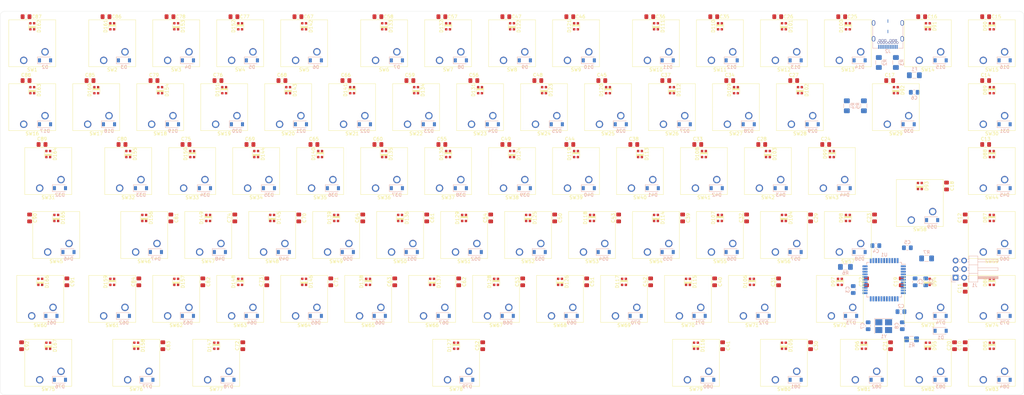
<source format=kicad_pcb>
(kicad_pcb (version 20171130) (host pcbnew 5.1.5+dfsg1-2build2)

  (general
    (thickness 1.6)
    (drawings 8)
    (tracks 0)
    (zones 0)
    (modules 354)
    (nets 216)
  )

  (page A3)
  (layers
    (0 F.Cu signal)
    (31 B.Cu signal)
    (32 B.Adhes user)
    (33 F.Adhes user)
    (34 B.Paste user)
    (35 F.Paste user)
    (36 B.SilkS user)
    (37 F.SilkS user)
    (38 B.Mask user)
    (39 F.Mask user)
    (40 Dwgs.User user)
    (41 Cmts.User user)
    (42 Eco1.User user)
    (43 Eco2.User user)
    (44 Edge.Cuts user)
    (45 Margin user)
    (46 B.CrtYd user)
    (47 F.CrtYd user)
    (48 B.Fab user)
    (49 F.Fab user)
  )

  (setup
    (last_trace_width 0.25)
    (trace_clearance 0.2)
    (zone_clearance 0.508)
    (zone_45_only no)
    (trace_min 0.2)
    (via_size 0.8)
    (via_drill 0.4)
    (via_min_size 0.6)
    (via_min_drill 0.3)
    (uvia_size 0.3)
    (uvia_drill 0.1)
    (uvias_allowed no)
    (uvia_min_size 0.2)
    (uvia_min_drill 0.1)
    (edge_width 0.05)
    (segment_width 0.2)
    (pcb_text_width 0.3)
    (pcb_text_size 1.5 1.5)
    (mod_edge_width 0.12)
    (mod_text_size 1 1)
    (mod_text_width 0.15)
    (pad_size 1.524 1.524)
    (pad_drill 0.762)
    (pad_to_mask_clearance 0.051)
    (solder_mask_min_width 0.25)
    (aux_axis_origin 0 0)
    (visible_elements FFFFF77F)
    (pcbplotparams
      (layerselection 0x010fc_ffffffff)
      (usegerberextensions false)
      (usegerberattributes false)
      (usegerberadvancedattributes false)
      (creategerberjobfile false)
      (excludeedgelayer true)
      (linewidth 0.100000)
      (plotframeref false)
      (viasonmask false)
      (mode 1)
      (useauxorigin false)
      (hpglpennumber 1)
      (hpglpenspeed 20)
      (hpglpendiameter 15.000000)
      (psnegative false)
      (psa4output false)
      (plotreference true)
      (plotvalue true)
      (plotinvisibletext false)
      (padsonsilk false)
      (subtractmaskfromsilk false)
      (outputformat 1)
      (mirror false)
      (drillshape 1)
      (scaleselection 1)
      (outputdirectory ""))
  )

  (net 0 "")
  (net 1 GND)
  (net 2 +5V)
  (net 3 "Net-(C7-Pad1)")
  (net 4 "Net-(C8-Pad2)")
  (net 5 "Net-(C9-Pad1)")
  (net 6 RST)
  (net 7 ROW0)
  (net 8 "Net-(D2-Pad2)")
  (net 9 "Net-(D3-Pad2)")
  (net 10 "Net-(D4-Pad2)")
  (net 11 "Net-(D5-Pad2)")
  (net 12 "Net-(D6-Pad2)")
  (net 13 "Net-(D7-Pad2)")
  (net 14 "Net-(D8-Pad2)")
  (net 15 "Net-(D9-Pad2)")
  (net 16 "Net-(D10-Pad2)")
  (net 17 "Net-(D11-Pad2)")
  (net 18 "Net-(D12-Pad2)")
  (net 19 "Net-(D13-Pad2)")
  (net 20 "Net-(D14-Pad2)")
  (net 21 "Net-(D15-Pad2)")
  (net 22 "Net-(D16-Pad2)")
  (net 23 ROW1)
  (net 24 "Net-(D17-Pad2)")
  (net 25 "Net-(D18-Pad2)")
  (net 26 "Net-(D19-Pad2)")
  (net 27 "Net-(D20-Pad2)")
  (net 28 "Net-(D21-Pad2)")
  (net 29 "Net-(D22-Pad2)")
  (net 30 "Net-(D23-Pad2)")
  (net 31 "Net-(D24-Pad2)")
  (net 32 "Net-(D25-Pad2)")
  (net 33 "Net-(D26-Pad2)")
  (net 34 "Net-(D27-Pad2)")
  (net 35 "Net-(D28-Pad2)")
  (net 36 "Net-(D29-Pad2)")
  (net 37 "Net-(D30-Pad2)")
  (net 38 "Net-(D31-Pad2)")
  (net 39 "Net-(D32-Pad2)")
  (net 40 ROW2)
  (net 41 "Net-(D33-Pad2)")
  (net 42 "Net-(D34-Pad2)")
  (net 43 "Net-(D35-Pad2)")
  (net 44 "Net-(D36-Pad2)")
  (net 45 "Net-(D37-Pad2)")
  (net 46 "Net-(D38-Pad2)")
  (net 47 "Net-(D39-Pad2)")
  (net 48 "Net-(D40-Pad2)")
  (net 49 "Net-(D41-Pad2)")
  (net 50 "Net-(D42-Pad2)")
  (net 51 "Net-(D43-Pad2)")
  (net 52 "Net-(D44-Pad2)")
  (net 53 "Net-(D45-Pad2)")
  (net 54 "Net-(D46-Pad2)")
  (net 55 ROW3)
  (net 56 "Net-(D47-Pad2)")
  (net 57 "Net-(D48-Pad2)")
  (net 58 "Net-(D49-Pad2)")
  (net 59 "Net-(D50-Pad2)")
  (net 60 "Net-(D51-Pad2)")
  (net 61 "Net-(D52-Pad2)")
  (net 62 "Net-(D53-Pad2)")
  (net 63 "Net-(D54-Pad2)")
  (net 64 "Net-(D55-Pad2)")
  (net 65 "Net-(D56-Pad2)")
  (net 66 "Net-(D57-Pad2)")
  (net 67 "Net-(D58-Pad2)")
  (net 68 "Net-(D59-Pad2)")
  (net 69 "Net-(D60-Pad2)")
  (net 70 ROW4)
  (net 71 "Net-(D61-Pad2)")
  (net 72 "Net-(D62-Pad2)")
  (net 73 "Net-(D63-Pad2)")
  (net 74 "Net-(D64-Pad2)")
  (net 75 "Net-(D65-Pad2)")
  (net 76 "Net-(D66-Pad2)")
  (net 77 "Net-(D67-Pad2)")
  (net 78 "Net-(D68-Pad2)")
  (net 79 "Net-(D69-Pad2)")
  (net 80 "Net-(D70-Pad2)")
  (net 81 "Net-(D71-Pad2)")
  (net 82 "Net-(D72-Pad2)")
  (net 83 "Net-(D73-Pad2)")
  (net 84 "Net-(D74-Pad2)")
  (net 85 "Net-(D75-Pad2)")
  (net 86 ROW5)
  (net 87 "Net-(D76-Pad2)")
  (net 88 "Net-(D77-Pad2)")
  (net 89 "Net-(D78-Pad2)")
  (net 90 "Net-(D79-Pad2)")
  (net 91 "Net-(D80-Pad2)")
  (net 92 "Net-(D81-Pad2)")
  (net 93 "Net-(D82-Pad2)")
  (net 94 "Net-(D83-Pad2)")
  (net 95 "Net-(D84-Pad2)")
  (net 96 "Net-(D85-Pad2)")
  (net 97 DIN)
  (net 98 "Net-(D86-Pad2)")
  (net 99 "Net-(D87-Pad2)")
  (net 100 "Net-(D88-Pad2)")
  (net 101 "Net-(D89-Pad2)")
  (net 102 "Net-(D90-Pad2)")
  (net 103 "Net-(D91-Pad2)")
  (net 104 "Net-(D92-Pad2)")
  (net 105 "Net-(D93-Pad2)")
  (net 106 "Net-(D94-Pad2)")
  (net 107 "Net-(D95-Pad2)")
  (net 108 "Net-(D96-Pad2)")
  (net 109 "Net-(D97-Pad2)")
  (net 110 "Net-(D98-Pad2)")
  (net 111 "Net-(D100-Pad4)")
  (net 112 "Net-(D100-Pad2)")
  (net 113 "Net-(D101-Pad2)")
  (net 114 "Net-(D102-Pad2)")
  (net 115 "Net-(D103-Pad2)")
  (net 116 "Net-(D104-Pad2)")
  (net 117 "Net-(D105-Pad2)")
  (net 118 "Net-(D106-Pad2)")
  (net 119 "Net-(D107-Pad2)")
  (net 120 "Net-(D108-Pad2)")
  (net 121 "Net-(D109-Pad2)")
  (net 122 "Net-(D110-Pad2)")
  (net 123 "Net-(D111-Pad2)")
  (net 124 "Net-(D112-Pad2)")
  (net 125 "Net-(D113-Pad2)")
  (net 126 "Net-(D114-Pad2)")
  (net 127 "Net-(D115-Pad2)")
  (net 128 "Net-(D116-Pad2)")
  (net 129 "Net-(D117-Pad2)")
  (net 130 "Net-(D118-Pad2)")
  (net 131 "Net-(D119-Pad2)")
  (net 132 "Net-(D120-Pad2)")
  (net 133 "Net-(D121-Pad2)")
  (net 134 "Net-(D122-Pad2)")
  (net 135 "Net-(D123-Pad2)")
  (net 136 "Net-(D124-Pad2)")
  (net 137 "Net-(D125-Pad2)")
  (net 138 "Net-(D126-Pad2)")
  (net 139 "Net-(D127-Pad2)")
  (net 140 "Net-(D128-Pad2)")
  (net 141 "Net-(D129-Pad2)")
  (net 142 "Net-(D130-Pad2)")
  (net 143 "Net-(D131-Pad2)")
  (net 144 "Net-(D132-Pad2)")
  (net 145 "Net-(D133-Pad2)")
  (net 146 "Net-(D134-Pad2)")
  (net 147 "Net-(D135-Pad2)")
  (net 148 "Net-(D136-Pad2)")
  (net 149 "Net-(D137-Pad2)")
  (net 150 "Net-(D138-Pad2)")
  (net 151 "Net-(D139-Pad2)")
  (net 152 "Net-(D140-Pad2)")
  (net 153 "Net-(D141-Pad2)")
  (net 154 "Net-(D142-Pad2)")
  (net 155 "Net-(D143-Pad2)")
  (net 156 "Net-(D144-Pad2)")
  (net 157 "Net-(D145-Pad2)")
  (net 158 "Net-(D146-Pad2)")
  (net 159 "Net-(D147-Pad2)")
  (net 160 "Net-(D148-Pad2)")
  (net 161 "Net-(D149-Pad2)")
  (net 162 "Net-(D150-Pad2)")
  (net 163 "Net-(D151-Pad2)")
  (net 164 "Net-(D152-Pad2)")
  (net 165 "Net-(D153-Pad2)")
  (net 166 "Net-(D154-Pad2)")
  (net 167 "Net-(D155-Pad2)")
  (net 168 "Net-(D156-Pad2)")
  (net 169 "Net-(D157-Pad2)")
  (net 170 "Net-(D158-Pad2)")
  (net 171 "Net-(D159-Pad2)")
  (net 172 "Net-(D160-Pad2)")
  (net 173 "Net-(D161-Pad2)")
  (net 174 "Net-(D162-Pad2)")
  (net 175 "Net-(D163-Pad2)")
  (net 176 "Net-(D164-Pad2)")
  (net 177 "Net-(D165-Pad2)")
  (net 178 "Net-(D166-Pad2)")
  (net 179 "Net-(D167-Pad2)")
  (net 180 "Net-(F1-Pad2)")
  (net 181 COL02)
  (net 182 COL00)
  (net 183 COL01)
  (net 184 "Net-(J2-PadA11)")
  (net 185 "Net-(J2-PadA10)")
  (net 186 "Net-(J2-PadA8)")
  (net 187 D-)
  (net 188 D+)
  (net 189 "Net-(J2-PadA5)")
  (net 190 "Net-(J2-PadA3)")
  (net 191 "Net-(J2-PadA2)")
  (net 192 "Net-(J2-PadB10)")
  (net 193 "Net-(J2-PadB3)")
  (net 194 "Net-(J2-PadB8)")
  (net 195 "Net-(J2-PadB5)")
  (net 196 "Net-(J2-PadB2)")
  (net 197 "Net-(J2-PadB11)")
  (net 198 "Net-(R6-Pad2)")
  (net 199 COL03)
  (net 200 COL04)
  (net 201 COL06)
  (net 202 COL07)
  (net 203 COL08)
  (net 204 COL09)
  (net 205 COL10)
  (net 206 COL11)
  (net 207 COL12)
  (net 208 COL13)
  (net 209 COL14)
  (net 210 COL15)
  (net 211 COL05)
  (net 212 "Net-(U1-Pad1)")
  (net 213 "Net-(U1-Pad8)")
  (net 214 "Net-(U1-Pad42)")
  (net 215 "Net-(R7-Pad2)")

  (net_class Default "Dies ist die voreingestellte Netzklasse."
    (clearance 0.2)
    (trace_width 0.25)
    (via_dia 0.8)
    (via_drill 0.4)
    (uvia_dia 0.3)
    (uvia_drill 0.1)
    (add_net +5V)
    (add_net COL00)
    (add_net COL01)
    (add_net COL02)
    (add_net COL03)
    (add_net COL04)
    (add_net COL05)
    (add_net COL06)
    (add_net COL07)
    (add_net COL08)
    (add_net COL09)
    (add_net COL10)
    (add_net COL11)
    (add_net COL12)
    (add_net COL13)
    (add_net COL14)
    (add_net COL15)
    (add_net D+)
    (add_net D-)
    (add_net DIN)
    (add_net GND)
    (add_net "Net-(C7-Pad1)")
    (add_net "Net-(C8-Pad2)")
    (add_net "Net-(C9-Pad1)")
    (add_net "Net-(D10-Pad2)")
    (add_net "Net-(D100-Pad2)")
    (add_net "Net-(D100-Pad4)")
    (add_net "Net-(D101-Pad2)")
    (add_net "Net-(D102-Pad2)")
    (add_net "Net-(D103-Pad2)")
    (add_net "Net-(D104-Pad2)")
    (add_net "Net-(D105-Pad2)")
    (add_net "Net-(D106-Pad2)")
    (add_net "Net-(D107-Pad2)")
    (add_net "Net-(D108-Pad2)")
    (add_net "Net-(D109-Pad2)")
    (add_net "Net-(D11-Pad2)")
    (add_net "Net-(D110-Pad2)")
    (add_net "Net-(D111-Pad2)")
    (add_net "Net-(D112-Pad2)")
    (add_net "Net-(D113-Pad2)")
    (add_net "Net-(D114-Pad2)")
    (add_net "Net-(D115-Pad2)")
    (add_net "Net-(D116-Pad2)")
    (add_net "Net-(D117-Pad2)")
    (add_net "Net-(D118-Pad2)")
    (add_net "Net-(D119-Pad2)")
    (add_net "Net-(D12-Pad2)")
    (add_net "Net-(D120-Pad2)")
    (add_net "Net-(D121-Pad2)")
    (add_net "Net-(D122-Pad2)")
    (add_net "Net-(D123-Pad2)")
    (add_net "Net-(D124-Pad2)")
    (add_net "Net-(D125-Pad2)")
    (add_net "Net-(D126-Pad2)")
    (add_net "Net-(D127-Pad2)")
    (add_net "Net-(D128-Pad2)")
    (add_net "Net-(D129-Pad2)")
    (add_net "Net-(D13-Pad2)")
    (add_net "Net-(D130-Pad2)")
    (add_net "Net-(D131-Pad2)")
    (add_net "Net-(D132-Pad2)")
    (add_net "Net-(D133-Pad2)")
    (add_net "Net-(D134-Pad2)")
    (add_net "Net-(D135-Pad2)")
    (add_net "Net-(D136-Pad2)")
    (add_net "Net-(D137-Pad2)")
    (add_net "Net-(D138-Pad2)")
    (add_net "Net-(D139-Pad2)")
    (add_net "Net-(D14-Pad2)")
    (add_net "Net-(D140-Pad2)")
    (add_net "Net-(D141-Pad2)")
    (add_net "Net-(D142-Pad2)")
    (add_net "Net-(D143-Pad2)")
    (add_net "Net-(D144-Pad2)")
    (add_net "Net-(D145-Pad2)")
    (add_net "Net-(D146-Pad2)")
    (add_net "Net-(D147-Pad2)")
    (add_net "Net-(D148-Pad2)")
    (add_net "Net-(D149-Pad2)")
    (add_net "Net-(D15-Pad2)")
    (add_net "Net-(D150-Pad2)")
    (add_net "Net-(D151-Pad2)")
    (add_net "Net-(D152-Pad2)")
    (add_net "Net-(D153-Pad2)")
    (add_net "Net-(D154-Pad2)")
    (add_net "Net-(D155-Pad2)")
    (add_net "Net-(D156-Pad2)")
    (add_net "Net-(D157-Pad2)")
    (add_net "Net-(D158-Pad2)")
    (add_net "Net-(D159-Pad2)")
    (add_net "Net-(D16-Pad2)")
    (add_net "Net-(D160-Pad2)")
    (add_net "Net-(D161-Pad2)")
    (add_net "Net-(D162-Pad2)")
    (add_net "Net-(D163-Pad2)")
    (add_net "Net-(D164-Pad2)")
    (add_net "Net-(D165-Pad2)")
    (add_net "Net-(D166-Pad2)")
    (add_net "Net-(D167-Pad2)")
    (add_net "Net-(D17-Pad2)")
    (add_net "Net-(D18-Pad2)")
    (add_net "Net-(D19-Pad2)")
    (add_net "Net-(D2-Pad2)")
    (add_net "Net-(D20-Pad2)")
    (add_net "Net-(D21-Pad2)")
    (add_net "Net-(D22-Pad2)")
    (add_net "Net-(D23-Pad2)")
    (add_net "Net-(D24-Pad2)")
    (add_net "Net-(D25-Pad2)")
    (add_net "Net-(D26-Pad2)")
    (add_net "Net-(D27-Pad2)")
    (add_net "Net-(D28-Pad2)")
    (add_net "Net-(D29-Pad2)")
    (add_net "Net-(D3-Pad2)")
    (add_net "Net-(D30-Pad2)")
    (add_net "Net-(D31-Pad2)")
    (add_net "Net-(D32-Pad2)")
    (add_net "Net-(D33-Pad2)")
    (add_net "Net-(D34-Pad2)")
    (add_net "Net-(D35-Pad2)")
    (add_net "Net-(D36-Pad2)")
    (add_net "Net-(D37-Pad2)")
    (add_net "Net-(D38-Pad2)")
    (add_net "Net-(D39-Pad2)")
    (add_net "Net-(D4-Pad2)")
    (add_net "Net-(D40-Pad2)")
    (add_net "Net-(D41-Pad2)")
    (add_net "Net-(D42-Pad2)")
    (add_net "Net-(D43-Pad2)")
    (add_net "Net-(D44-Pad2)")
    (add_net "Net-(D45-Pad2)")
    (add_net "Net-(D46-Pad2)")
    (add_net "Net-(D47-Pad2)")
    (add_net "Net-(D48-Pad2)")
    (add_net "Net-(D49-Pad2)")
    (add_net "Net-(D5-Pad2)")
    (add_net "Net-(D50-Pad2)")
    (add_net "Net-(D51-Pad2)")
    (add_net "Net-(D52-Pad2)")
    (add_net "Net-(D53-Pad2)")
    (add_net "Net-(D54-Pad2)")
    (add_net "Net-(D55-Pad2)")
    (add_net "Net-(D56-Pad2)")
    (add_net "Net-(D57-Pad2)")
    (add_net "Net-(D58-Pad2)")
    (add_net "Net-(D59-Pad2)")
    (add_net "Net-(D6-Pad2)")
    (add_net "Net-(D60-Pad2)")
    (add_net "Net-(D61-Pad2)")
    (add_net "Net-(D62-Pad2)")
    (add_net "Net-(D63-Pad2)")
    (add_net "Net-(D64-Pad2)")
    (add_net "Net-(D65-Pad2)")
    (add_net "Net-(D66-Pad2)")
    (add_net "Net-(D67-Pad2)")
    (add_net "Net-(D68-Pad2)")
    (add_net "Net-(D69-Pad2)")
    (add_net "Net-(D7-Pad2)")
    (add_net "Net-(D70-Pad2)")
    (add_net "Net-(D71-Pad2)")
    (add_net "Net-(D72-Pad2)")
    (add_net "Net-(D73-Pad2)")
    (add_net "Net-(D74-Pad2)")
    (add_net "Net-(D75-Pad2)")
    (add_net "Net-(D76-Pad2)")
    (add_net "Net-(D77-Pad2)")
    (add_net "Net-(D78-Pad2)")
    (add_net "Net-(D79-Pad2)")
    (add_net "Net-(D8-Pad2)")
    (add_net "Net-(D80-Pad2)")
    (add_net "Net-(D81-Pad2)")
    (add_net "Net-(D82-Pad2)")
    (add_net "Net-(D83-Pad2)")
    (add_net "Net-(D84-Pad2)")
    (add_net "Net-(D85-Pad2)")
    (add_net "Net-(D86-Pad2)")
    (add_net "Net-(D87-Pad2)")
    (add_net "Net-(D88-Pad2)")
    (add_net "Net-(D89-Pad2)")
    (add_net "Net-(D9-Pad2)")
    (add_net "Net-(D90-Pad2)")
    (add_net "Net-(D91-Pad2)")
    (add_net "Net-(D92-Pad2)")
    (add_net "Net-(D93-Pad2)")
    (add_net "Net-(D94-Pad2)")
    (add_net "Net-(D95-Pad2)")
    (add_net "Net-(D96-Pad2)")
    (add_net "Net-(D97-Pad2)")
    (add_net "Net-(D98-Pad2)")
    (add_net "Net-(F1-Pad2)")
    (add_net "Net-(J2-PadA10)")
    (add_net "Net-(J2-PadA11)")
    (add_net "Net-(J2-PadA2)")
    (add_net "Net-(J2-PadA3)")
    (add_net "Net-(J2-PadA5)")
    (add_net "Net-(J2-PadA8)")
    (add_net "Net-(J2-PadB10)")
    (add_net "Net-(J2-PadB11)")
    (add_net "Net-(J2-PadB2)")
    (add_net "Net-(J2-PadB3)")
    (add_net "Net-(J2-PadB5)")
    (add_net "Net-(J2-PadB8)")
    (add_net "Net-(R6-Pad2)")
    (add_net "Net-(R7-Pad2)")
    (add_net "Net-(U1-Pad1)")
    (add_net "Net-(U1-Pad42)")
    (add_net "Net-(U1-Pad8)")
    (add_net ROW0)
    (add_net ROW1)
    (add_net ROW2)
    (add_net ROW3)
    (add_net ROW4)
    (add_net ROW5)
    (add_net RST)
  )

  (module Resistor_SMD:R_1206_3216Metric_Pad1.42x1.75mm_HandSolder (layer B.Cu) (tedit 5B301BBD) (tstamp 5F26397F)
    (at 313.944 111.76 180)
    (descr "Resistor SMD 1206 (3216 Metric), square (rectangular) end terminal, IPC_7351 nominal with elongated pad for handsoldering. (Body size source: http://www.tortai-tech.com/upload/download/2011102023233369053.pdf), generated with kicad-footprint-generator")
    (tags "resistor handsolder")
    (path /5F259898)
    (attr smd)
    (fp_text reference R7 (at 0 1.82) (layer B.SilkS)
      (effects (font (size 1 1) (thickness 0.15)) (justify mirror))
    )
    (fp_text value 470 (at 0 -1.82) (layer B.Fab)
      (effects (font (size 1 1) (thickness 0.15)) (justify mirror))
    )
    (fp_text user %R (at 0 0) (layer B.Fab)
      (effects (font (size 0.8 0.8) (thickness 0.12)) (justify mirror))
    )
    (fp_line (start 2.45 -1.12) (end -2.45 -1.12) (layer B.CrtYd) (width 0.05))
    (fp_line (start 2.45 1.12) (end 2.45 -1.12) (layer B.CrtYd) (width 0.05))
    (fp_line (start -2.45 1.12) (end 2.45 1.12) (layer B.CrtYd) (width 0.05))
    (fp_line (start -2.45 -1.12) (end -2.45 1.12) (layer B.CrtYd) (width 0.05))
    (fp_line (start -0.602064 -0.91) (end 0.602064 -0.91) (layer B.SilkS) (width 0.12))
    (fp_line (start -0.602064 0.91) (end 0.602064 0.91) (layer B.SilkS) (width 0.12))
    (fp_line (start 1.6 -0.8) (end -1.6 -0.8) (layer B.Fab) (width 0.1))
    (fp_line (start 1.6 0.8) (end 1.6 -0.8) (layer B.Fab) (width 0.1))
    (fp_line (start -1.6 0.8) (end 1.6 0.8) (layer B.Fab) (width 0.1))
    (fp_line (start -1.6 -0.8) (end -1.6 0.8) (layer B.Fab) (width 0.1))
    (pad 2 smd roundrect (at 1.4875 0 180) (size 1.425 1.75) (layers B.Cu B.Paste B.Mask) (roundrect_rratio 0.175439)
      (net 215 "Net-(R7-Pad2)"))
    (pad 1 smd roundrect (at -1.4875 0 180) (size 1.425 1.75) (layers B.Cu B.Paste B.Mask) (roundrect_rratio 0.175439)
      (net 97 DIN))
    (model ${KISYS3DMOD}/Resistor_SMD.3dshapes/R_1206_3216Metric.wrl
      (at (xyz 0 0 0))
      (scale (xyz 1 1 1))
      (rotate (xyz 0 0 0))
    )
  )

  (module kezboard-pcb:LED_WS2812_2020 (layer F.Cu) (tedit 5F1C4B34) (tstamp 5F1B709E)
    (at 333.375 137.795 90)
    (descr https://www.peace-corp.co.jp/data/WS2812-2020_V1.0_EN.pdf)
    (path /5F949B9C/5F9E7A8D)
    (fp_text reference D85 (at 0 -2 90) (layer F.SilkS)
      (effects (font (size 1 1) (thickness 0.15)))
    )
    (fp_text value WS2812B (at 0 2 90) (layer F.Fab)
      (effects (font (size 1 1) (thickness 0.15)))
    )
    (fp_line (start -1.1 -1) (end 1.1 -1) (layer F.Fab) (width 0.1))
    (fp_line (start 1.1 -1) (end 1.1 1) (layer F.Fab) (width 0.1))
    (fp_line (start 1.1 1) (end -1.1 1) (layer F.Fab) (width 0.1))
    (fp_line (start -1.1 1) (end -1.1 -1) (layer F.Fab) (width 0.1))
    (fp_text user %R (at 0 0 90) (layer F.Fab)
      (effects (font (size 0.5 0.5) (thickness 0.1)))
    )
    (fp_line (start -1.1 -1.11) (end 1.1 -1.11) (layer F.SilkS) (width 0.12))
    (fp_line (start 1.1 1.11) (end -1.1 1.11) (layer F.SilkS) (width 0.12))
    (fp_poly (pts (xy 0.45 0.9) (xy 0.05 0.9) (xy 0.05 -0.9) (xy 0.45 -0.9)) (layer F.SilkS) (width 0.1))
    (pad 2 smd rect (at 0.9015 0.55 90) (size 0.7 0.7) (layers F.Cu F.Paste F.Mask)
      (net 96 "Net-(D85-Pad2)"))
    (pad 3 smd rect (at 0.9015 -0.55 90) (size 0.7 0.7) (layers F.Cu F.Paste F.Mask)
      (net 1 GND))
    (pad 4 smd rect (at -0.9015 -0.55 90) (size 0.7 0.7) (layers F.Cu F.Paste F.Mask)
      (net 97 DIN))
    (pad 1 smd rect (at -0.9015 0.55 90) (size 0.7 0.7) (layers F.Cu F.Paste F.Mask)
      (net 2 +5V))
  )

  (module kezboard-pcb:LED_WS2812_2020 (layer F.Cu) (tedit 5F1C4B34) (tstamp 5F15F975)
    (at 333.375 118.745 90)
    (descr https://www.peace-corp.co.jp/data/WS2812-2020_V1.0_EN.pdf)
    (path /5F949B9C/5FD3F1F5)
    (fp_text reference D86 (at 0 -2 90) (layer F.SilkS)
      (effects (font (size 1 1) (thickness 0.15)))
    )
    (fp_text value WS2812B (at 0 2 90) (layer F.Fab)
      (effects (font (size 1 1) (thickness 0.15)))
    )
    (fp_poly (pts (xy 0.45 0.9) (xy 0.05 0.9) (xy 0.05 -0.9) (xy 0.45 -0.9)) (layer F.SilkS) (width 0.1))
    (fp_line (start 1.1 1.11) (end -1.1 1.11) (layer F.SilkS) (width 0.12))
    (fp_line (start -1.1 -1.11) (end 1.1 -1.11) (layer F.SilkS) (width 0.12))
    (fp_text user %R (at 0 0 90) (layer F.Fab)
      (effects (font (size 0.5 0.5) (thickness 0.1)))
    )
    (fp_line (start -1.1 1) (end -1.1 -1) (layer F.Fab) (width 0.1))
    (fp_line (start 1.1 1) (end -1.1 1) (layer F.Fab) (width 0.1))
    (fp_line (start 1.1 -1) (end 1.1 1) (layer F.Fab) (width 0.1))
    (fp_line (start -1.1 -1) (end 1.1 -1) (layer F.Fab) (width 0.1))
    (pad 1 smd rect (at -0.9015 0.55 90) (size 0.7 0.7) (layers F.Cu F.Paste F.Mask)
      (net 2 +5V))
    (pad 4 smd rect (at -0.9015 -0.55 90) (size 0.7 0.7) (layers F.Cu F.Paste F.Mask)
      (net 96 "Net-(D85-Pad2)"))
    (pad 3 smd rect (at 0.9015 -0.55 90) (size 0.7 0.7) (layers F.Cu F.Paste F.Mask)
      (net 1 GND))
    (pad 2 smd rect (at 0.9015 0.55 90) (size 0.7 0.7) (layers F.Cu F.Paste F.Mask)
      (net 98 "Net-(D86-Pad2)"))
  )

  (module kezboard-pcb:LED_WS2812_2020 (layer F.Cu) (tedit 5F1C4B34) (tstamp 5F1B738A)
    (at 333.375 99.695 90)
    (descr https://www.peace-corp.co.jp/data/WS2812-2020_V1.0_EN.pdf)
    (path /5F949B9C/5FD40FA8)
    (fp_text reference D87 (at 0 -2 90) (layer F.SilkS)
      (effects (font (size 1 1) (thickness 0.15)))
    )
    (fp_text value WS2812B (at 0 2 90) (layer F.Fab)
      (effects (font (size 1 1) (thickness 0.15)))
    )
    (fp_poly (pts (xy 0.45 0.9) (xy 0.05 0.9) (xy 0.05 -0.9) (xy 0.45 -0.9)) (layer F.SilkS) (width 0.1))
    (fp_line (start 1.1 1.11) (end -1.1 1.11) (layer F.SilkS) (width 0.12))
    (fp_line (start -1.1 -1.11) (end 1.1 -1.11) (layer F.SilkS) (width 0.12))
    (fp_text user %R (at 0 0 90) (layer F.Fab)
      (effects (font (size 0.5 0.5) (thickness 0.1)))
    )
    (fp_line (start -1.1 1) (end -1.1 -1) (layer F.Fab) (width 0.1))
    (fp_line (start 1.1 1) (end -1.1 1) (layer F.Fab) (width 0.1))
    (fp_line (start 1.1 -1) (end 1.1 1) (layer F.Fab) (width 0.1))
    (fp_line (start -1.1 -1) (end 1.1 -1) (layer F.Fab) (width 0.1))
    (pad 1 smd rect (at -0.9015 0.55 90) (size 0.7 0.7) (layers F.Cu F.Paste F.Mask)
      (net 2 +5V))
    (pad 4 smd rect (at -0.9015 -0.55 90) (size 0.7 0.7) (layers F.Cu F.Paste F.Mask)
      (net 98 "Net-(D86-Pad2)"))
    (pad 3 smd rect (at 0.9015 -0.55 90) (size 0.7 0.7) (layers F.Cu F.Paste F.Mask)
      (net 1 GND))
    (pad 2 smd rect (at 0.9015 0.55 90) (size 0.7 0.7) (layers F.Cu F.Paste F.Mask)
      (net 99 "Net-(D87-Pad2)"))
  )

  (module kezboard-pcb:LED_WS2812_2020 (layer F.Cu) (tedit 5F1C4B34) (tstamp 5F25A25B)
    (at 333.375 80.645 90)
    (descr https://www.peace-corp.co.jp/data/WS2812-2020_V1.0_EN.pdf)
    (path /5F949B9C/5FD423CF)
    (fp_text reference D88 (at 0 -2 90) (layer F.SilkS)
      (effects (font (size 1 1) (thickness 0.15)))
    )
    (fp_text value WS2812B (at 0 2 90) (layer F.Fab)
      (effects (font (size 1 1) (thickness 0.15)))
    )
    (fp_poly (pts (xy 0.45 0.9) (xy 0.05 0.9) (xy 0.05 -0.9) (xy 0.45 -0.9)) (layer F.SilkS) (width 0.1))
    (fp_line (start 1.1 1.11) (end -1.1 1.11) (layer F.SilkS) (width 0.12))
    (fp_line (start -1.1 -1.11) (end 1.1 -1.11) (layer F.SilkS) (width 0.12))
    (fp_text user %R (at 0 0 90) (layer F.Fab)
      (effects (font (size 0.5 0.5) (thickness 0.1)))
    )
    (fp_line (start -1.1 1) (end -1.1 -1) (layer F.Fab) (width 0.1))
    (fp_line (start 1.1 1) (end -1.1 1) (layer F.Fab) (width 0.1))
    (fp_line (start 1.1 -1) (end 1.1 1) (layer F.Fab) (width 0.1))
    (fp_line (start -1.1 -1) (end 1.1 -1) (layer F.Fab) (width 0.1))
    (pad 1 smd rect (at -0.9015 0.55 90) (size 0.7 0.7) (layers F.Cu F.Paste F.Mask)
      (net 2 +5V))
    (pad 4 smd rect (at -0.9015 -0.55 90) (size 0.7 0.7) (layers F.Cu F.Paste F.Mask)
      (net 99 "Net-(D87-Pad2)"))
    (pad 3 smd rect (at 0.9015 -0.55 90) (size 0.7 0.7) (layers F.Cu F.Paste F.Mask)
      (net 1 GND))
    (pad 2 smd rect (at 0.9015 0.55 90) (size 0.7 0.7) (layers F.Cu F.Paste F.Mask)
      (net 100 "Net-(D88-Pad2)"))
  )

  (module kezboard-pcb:LED_WS2812_2020 (layer F.Cu) (tedit 5F1C4B34) (tstamp 5F15F9A2)
    (at 333.375 61.595 90)
    (descr https://www.peace-corp.co.jp/data/WS2812-2020_V1.0_EN.pdf)
    (path /5F949B9C/5FD43994)
    (fp_text reference D89 (at 0 -2 90) (layer F.SilkS)
      (effects (font (size 1 1) (thickness 0.15)))
    )
    (fp_text value WS2812B (at 0 2 90) (layer F.Fab)
      (effects (font (size 1 1) (thickness 0.15)))
    )
    (fp_line (start -1.1 -1) (end 1.1 -1) (layer F.Fab) (width 0.1))
    (fp_line (start 1.1 -1) (end 1.1 1) (layer F.Fab) (width 0.1))
    (fp_line (start 1.1 1) (end -1.1 1) (layer F.Fab) (width 0.1))
    (fp_line (start -1.1 1) (end -1.1 -1) (layer F.Fab) (width 0.1))
    (fp_text user %R (at 0 0 90) (layer F.Fab)
      (effects (font (size 0.5 0.5) (thickness 0.1)))
    )
    (fp_line (start -1.1 -1.11) (end 1.1 -1.11) (layer F.SilkS) (width 0.12))
    (fp_line (start 1.1 1.11) (end -1.1 1.11) (layer F.SilkS) (width 0.12))
    (fp_poly (pts (xy 0.45 0.9) (xy 0.05 0.9) (xy 0.05 -0.9) (xy 0.45 -0.9)) (layer F.SilkS) (width 0.1))
    (pad 2 smd rect (at 0.9015 0.55 90) (size 0.7 0.7) (layers F.Cu F.Paste F.Mask)
      (net 101 "Net-(D89-Pad2)"))
    (pad 3 smd rect (at 0.9015 -0.55 90) (size 0.7 0.7) (layers F.Cu F.Paste F.Mask)
      (net 1 GND))
    (pad 4 smd rect (at -0.9015 -0.55 90) (size 0.7 0.7) (layers F.Cu F.Paste F.Mask)
      (net 100 "Net-(D88-Pad2)"))
    (pad 1 smd rect (at -0.9015 0.55 90) (size 0.7 0.7) (layers F.Cu F.Paste F.Mask)
      (net 2 +5V))
  )

  (module kezboard-pcb:LED_WS2812_2020 (layer F.Cu) (tedit 5F1C4B34) (tstamp 5F15F9B1)
    (at 333.375 42.545 90)
    (descr https://www.peace-corp.co.jp/data/WS2812-2020_V1.0_EN.pdf)
    (path /5F949B9C/5F62CAD6)
    (fp_text reference D90 (at 0 -2 90) (layer F.SilkS)
      (effects (font (size 1 1) (thickness 0.15)))
    )
    (fp_text value WS2812B (at 0 2 90) (layer F.Fab)
      (effects (font (size 1 1) (thickness 0.15)))
    )
    (fp_poly (pts (xy 0.45 0.9) (xy 0.05 0.9) (xy 0.05 -0.9) (xy 0.45 -0.9)) (layer F.SilkS) (width 0.1))
    (fp_line (start 1.1 1.11) (end -1.1 1.11) (layer F.SilkS) (width 0.12))
    (fp_line (start -1.1 -1.11) (end 1.1 -1.11) (layer F.SilkS) (width 0.12))
    (fp_text user %R (at 0 0 90) (layer F.Fab)
      (effects (font (size 0.5 0.5) (thickness 0.1)))
    )
    (fp_line (start -1.1 1) (end -1.1 -1) (layer F.Fab) (width 0.1))
    (fp_line (start 1.1 1) (end -1.1 1) (layer F.Fab) (width 0.1))
    (fp_line (start 1.1 -1) (end 1.1 1) (layer F.Fab) (width 0.1))
    (fp_line (start -1.1 -1) (end 1.1 -1) (layer F.Fab) (width 0.1))
    (pad 1 smd rect (at -0.9015 0.55 90) (size 0.7 0.7) (layers F.Cu F.Paste F.Mask)
      (net 2 +5V))
    (pad 4 smd rect (at -0.9015 -0.55 90) (size 0.7 0.7) (layers F.Cu F.Paste F.Mask)
      (net 101 "Net-(D89-Pad2)"))
    (pad 3 smd rect (at 0.9015 -0.55 90) (size 0.7 0.7) (layers F.Cu F.Paste F.Mask)
      (net 1 GND))
    (pad 2 smd rect (at 0.9015 0.55 90) (size 0.7 0.7) (layers F.Cu F.Paste F.Mask)
      (net 102 "Net-(D90-Pad2)"))
  )

  (module kezboard-pcb:LED_WS2812_2020 (layer F.Cu) (tedit 5F1C4B34) (tstamp 5F15F9C0)
    (at 314.325 42.545 270)
    (descr https://www.peace-corp.co.jp/data/WS2812-2020_V1.0_EN.pdf)
    (path /5F949B9C/5F62CAF9)
    (fp_text reference D91 (at 0 -2 90) (layer F.SilkS)
      (effects (font (size 1 1) (thickness 0.15)))
    )
    (fp_text value WS2812B (at 0 2 90) (layer F.Fab)
      (effects (font (size 1 1) (thickness 0.15)))
    )
    (fp_line (start -1.1 -1) (end 1.1 -1) (layer F.Fab) (width 0.1))
    (fp_line (start 1.1 -1) (end 1.1 1) (layer F.Fab) (width 0.1))
    (fp_line (start 1.1 1) (end -1.1 1) (layer F.Fab) (width 0.1))
    (fp_line (start -1.1 1) (end -1.1 -1) (layer F.Fab) (width 0.1))
    (fp_text user %R (at 0 0 90) (layer F.Fab)
      (effects (font (size 0.5 0.5) (thickness 0.1)))
    )
    (fp_line (start -1.1 -1.11) (end 1.1 -1.11) (layer F.SilkS) (width 0.12))
    (fp_line (start 1.1 1.11) (end -1.1 1.11) (layer F.SilkS) (width 0.12))
    (fp_poly (pts (xy 0.45 0.9) (xy 0.05 0.9) (xy 0.05 -0.9) (xy 0.45 -0.9)) (layer F.SilkS) (width 0.1))
    (pad 2 smd rect (at 0.9015 0.55 270) (size 0.7 0.7) (layers F.Cu F.Paste F.Mask)
      (net 103 "Net-(D91-Pad2)"))
    (pad 3 smd rect (at 0.9015 -0.55 270) (size 0.7 0.7) (layers F.Cu F.Paste F.Mask)
      (net 1 GND))
    (pad 4 smd rect (at -0.9015 -0.55 270) (size 0.7 0.7) (layers F.Cu F.Paste F.Mask)
      (net 102 "Net-(D90-Pad2)"))
    (pad 1 smd rect (at -0.9015 0.55 270) (size 0.7 0.7) (layers F.Cu F.Paste F.Mask)
      (net 2 +5V))
  )

  (module kezboard-pcb:LED_WS2812_2020 (layer F.Cu) (tedit 5F1C4B34) (tstamp 5F15F9CF)
    (at 304.8 61.595 270)
    (descr https://www.peace-corp.co.jp/data/WS2812-2020_V1.0_EN.pdf)
    (path /5F949B9C/5F62CB1C)
    (fp_text reference D92 (at 0 -2 90) (layer F.SilkS)
      (effects (font (size 1 1) (thickness 0.15)))
    )
    (fp_text value WS2812B (at 0 2 90) (layer F.Fab)
      (effects (font (size 1 1) (thickness 0.15)))
    )
    (fp_poly (pts (xy 0.45 0.9) (xy 0.05 0.9) (xy 0.05 -0.9) (xy 0.45 -0.9)) (layer F.SilkS) (width 0.1))
    (fp_line (start 1.1 1.11) (end -1.1 1.11) (layer F.SilkS) (width 0.12))
    (fp_line (start -1.1 -1.11) (end 1.1 -1.11) (layer F.SilkS) (width 0.12))
    (fp_text user %R (at 0 0 90) (layer F.Fab)
      (effects (font (size 0.5 0.5) (thickness 0.1)))
    )
    (fp_line (start -1.1 1) (end -1.1 -1) (layer F.Fab) (width 0.1))
    (fp_line (start 1.1 1) (end -1.1 1) (layer F.Fab) (width 0.1))
    (fp_line (start 1.1 -1) (end 1.1 1) (layer F.Fab) (width 0.1))
    (fp_line (start -1.1 -1) (end 1.1 -1) (layer F.Fab) (width 0.1))
    (pad 1 smd rect (at -0.9015 0.55 270) (size 0.7 0.7) (layers F.Cu F.Paste F.Mask)
      (net 2 +5V))
    (pad 4 smd rect (at -0.9015 -0.55 270) (size 0.7 0.7) (layers F.Cu F.Paste F.Mask)
      (net 103 "Net-(D91-Pad2)"))
    (pad 3 smd rect (at 0.9015 -0.55 270) (size 0.7 0.7) (layers F.Cu F.Paste F.Mask)
      (net 1 GND))
    (pad 2 smd rect (at 0.9015 0.55 270) (size 0.7 0.7) (layers F.Cu F.Paste F.Mask)
      (net 104 "Net-(D92-Pad2)"))
  )

  (module kezboard-pcb:LED_WS2812_2020 (layer F.Cu) (tedit 5F1C4B34) (tstamp 5F15F9DE)
    (at 311.94375 90.17 270)
    (descr https://www.peace-corp.co.jp/data/WS2812-2020_V1.0_EN.pdf)
    (path /5F949B9C/5F62CB3F)
    (fp_text reference D93 (at 0 -2 90) (layer F.SilkS)
      (effects (font (size 1 1) (thickness 0.15)))
    )
    (fp_text value WS2812B (at 0 2 90) (layer F.Fab)
      (effects (font (size 1 1) (thickness 0.15)))
    )
    (fp_line (start -1.1 -1) (end 1.1 -1) (layer F.Fab) (width 0.1))
    (fp_line (start 1.1 -1) (end 1.1 1) (layer F.Fab) (width 0.1))
    (fp_line (start 1.1 1) (end -1.1 1) (layer F.Fab) (width 0.1))
    (fp_line (start -1.1 1) (end -1.1 -1) (layer F.Fab) (width 0.1))
    (fp_text user %R (at 0 0 90) (layer F.Fab)
      (effects (font (size 0.5 0.5) (thickness 0.1)))
    )
    (fp_line (start -1.1 -1.11) (end 1.1 -1.11) (layer F.SilkS) (width 0.12))
    (fp_line (start 1.1 1.11) (end -1.1 1.11) (layer F.SilkS) (width 0.12))
    (fp_poly (pts (xy 0.45 0.9) (xy 0.05 0.9) (xy 0.05 -0.9) (xy 0.45 -0.9)) (layer F.SilkS) (width 0.1))
    (pad 2 smd rect (at 0.9015 0.55 270) (size 0.7 0.7) (layers F.Cu F.Paste F.Mask)
      (net 105 "Net-(D93-Pad2)"))
    (pad 3 smd rect (at 0.9015 -0.55 270) (size 0.7 0.7) (layers F.Cu F.Paste F.Mask)
      (net 1 GND))
    (pad 4 smd rect (at -0.9015 -0.55 270) (size 0.7 0.7) (layers F.Cu F.Paste F.Mask)
      (net 104 "Net-(D92-Pad2)"))
    (pad 1 smd rect (at -0.9015 0.55 270) (size 0.7 0.7) (layers F.Cu F.Paste F.Mask)
      (net 2 +5V))
  )

  (module kezboard-pcb:LED_WS2812_2020 (layer F.Cu) (tedit 5F1C4B34) (tstamp 5F15F9ED)
    (at 314.325 118.745 270)
    (descr https://www.peace-corp.co.jp/data/WS2812-2020_V1.0_EN.pdf)
    (path /5F949B9C/5F62CB61)
    (fp_text reference D94 (at 0 -2 90) (layer F.SilkS)
      (effects (font (size 1 1) (thickness 0.15)))
    )
    (fp_text value WS2812B (at 0 2 90) (layer F.Fab)
      (effects (font (size 1 1) (thickness 0.15)))
    )
    (fp_poly (pts (xy 0.45 0.9) (xy 0.05 0.9) (xy 0.05 -0.9) (xy 0.45 -0.9)) (layer F.SilkS) (width 0.1))
    (fp_line (start 1.1 1.11) (end -1.1 1.11) (layer F.SilkS) (width 0.12))
    (fp_line (start -1.1 -1.11) (end 1.1 -1.11) (layer F.SilkS) (width 0.12))
    (fp_text user %R (at 0 0 90) (layer F.Fab)
      (effects (font (size 0.5 0.5) (thickness 0.1)))
    )
    (fp_line (start -1.1 1) (end -1.1 -1) (layer F.Fab) (width 0.1))
    (fp_line (start 1.1 1) (end -1.1 1) (layer F.Fab) (width 0.1))
    (fp_line (start 1.1 -1) (end 1.1 1) (layer F.Fab) (width 0.1))
    (fp_line (start -1.1 -1) (end 1.1 -1) (layer F.Fab) (width 0.1))
    (pad 1 smd rect (at -0.9015 0.55 270) (size 0.7 0.7) (layers F.Cu F.Paste F.Mask)
      (net 2 +5V))
    (pad 4 smd rect (at -0.9015 -0.55 270) (size 0.7 0.7) (layers F.Cu F.Paste F.Mask)
      (net 105 "Net-(D93-Pad2)"))
    (pad 3 smd rect (at 0.9015 -0.55 270) (size 0.7 0.7) (layers F.Cu F.Paste F.Mask)
      (net 1 GND))
    (pad 2 smd rect (at 0.9015 0.55 270) (size 0.7 0.7) (layers F.Cu F.Paste F.Mask)
      (net 106 "Net-(D94-Pad2)"))
  )

  (module kezboard-pcb:LED_WS2812_2020 (layer F.Cu) (tedit 5F1C4B34) (tstamp 5F15F9FC)
    (at 314.325 137.795 270)
    (descr https://www.peace-corp.co.jp/data/WS2812-2020_V1.0_EN.pdf)
    (path /5F949B9C/5F6A6266)
    (fp_text reference D95 (at 0 -2 90) (layer F.SilkS)
      (effects (font (size 1 1) (thickness 0.15)))
    )
    (fp_text value WS2812B (at 0 2 90) (layer F.Fab)
      (effects (font (size 1 1) (thickness 0.15)))
    )
    (fp_poly (pts (xy 0.45 0.9) (xy 0.05 0.9) (xy 0.05 -0.9) (xy 0.45 -0.9)) (layer F.SilkS) (width 0.1))
    (fp_line (start 1.1 1.11) (end -1.1 1.11) (layer F.SilkS) (width 0.12))
    (fp_line (start -1.1 -1.11) (end 1.1 -1.11) (layer F.SilkS) (width 0.12))
    (fp_text user %R (at 0 0 90) (layer F.Fab)
      (effects (font (size 0.5 0.5) (thickness 0.1)))
    )
    (fp_line (start -1.1 1) (end -1.1 -1) (layer F.Fab) (width 0.1))
    (fp_line (start 1.1 1) (end -1.1 1) (layer F.Fab) (width 0.1))
    (fp_line (start 1.1 -1) (end 1.1 1) (layer F.Fab) (width 0.1))
    (fp_line (start -1.1 -1) (end 1.1 -1) (layer F.Fab) (width 0.1))
    (pad 1 smd rect (at -0.9015 0.55 270) (size 0.7 0.7) (layers F.Cu F.Paste F.Mask)
      (net 2 +5V))
    (pad 4 smd rect (at -0.9015 -0.55 270) (size 0.7 0.7) (layers F.Cu F.Paste F.Mask)
      (net 106 "Net-(D94-Pad2)"))
    (pad 3 smd rect (at 0.9015 -0.55 270) (size 0.7 0.7) (layers F.Cu F.Paste F.Mask)
      (net 1 GND))
    (pad 2 smd rect (at 0.9015 0.55 270) (size 0.7 0.7) (layers F.Cu F.Paste F.Mask)
      (net 107 "Net-(D95-Pad2)"))
  )

  (module kezboard-pcb:LED_WS2812_2020 (layer F.Cu) (tedit 5F1C4B34) (tstamp 5F15FA0B)
    (at 295.275 137.795 90)
    (descr https://www.peace-corp.co.jp/data/WS2812-2020_V1.0_EN.pdf)
    (path /5F949B9C/5F6A6289)
    (fp_text reference D96 (at 0 -2 90) (layer F.SilkS)
      (effects (font (size 1 1) (thickness 0.15)))
    )
    (fp_text value WS2812B (at 0 2 90) (layer F.Fab)
      (effects (font (size 1 1) (thickness 0.15)))
    )
    (fp_line (start -1.1 -1) (end 1.1 -1) (layer F.Fab) (width 0.1))
    (fp_line (start 1.1 -1) (end 1.1 1) (layer F.Fab) (width 0.1))
    (fp_line (start 1.1 1) (end -1.1 1) (layer F.Fab) (width 0.1))
    (fp_line (start -1.1 1) (end -1.1 -1) (layer F.Fab) (width 0.1))
    (fp_text user %R (at 0 0 90) (layer F.Fab)
      (effects (font (size 0.5 0.5) (thickness 0.1)))
    )
    (fp_line (start -1.1 -1.11) (end 1.1 -1.11) (layer F.SilkS) (width 0.12))
    (fp_line (start 1.1 1.11) (end -1.1 1.11) (layer F.SilkS) (width 0.12))
    (fp_poly (pts (xy 0.45 0.9) (xy 0.05 0.9) (xy 0.05 -0.9) (xy 0.45 -0.9)) (layer F.SilkS) (width 0.1))
    (pad 2 smd rect (at 0.9015 0.55 90) (size 0.7 0.7) (layers F.Cu F.Paste F.Mask)
      (net 108 "Net-(D96-Pad2)"))
    (pad 3 smd rect (at 0.9015 -0.55 90) (size 0.7 0.7) (layers F.Cu F.Paste F.Mask)
      (net 1 GND))
    (pad 4 smd rect (at -0.9015 -0.55 90) (size 0.7 0.7) (layers F.Cu F.Paste F.Mask)
      (net 107 "Net-(D95-Pad2)"))
    (pad 1 smd rect (at -0.9015 0.55 90) (size 0.7 0.7) (layers F.Cu F.Paste F.Mask)
      (net 2 +5V))
  )

  (module kezboard-pcb:LED_WS2812_2020 (layer F.Cu) (tedit 5F1C4B34) (tstamp 5F15FA1A)
    (at 288.13125 118.745 90)
    (descr https://www.peace-corp.co.jp/data/WS2812-2020_V1.0_EN.pdf)
    (path /5F949B9C/5F6A62AC)
    (fp_text reference D97 (at 0 -2 90) (layer F.SilkS)
      (effects (font (size 1 1) (thickness 0.15)))
    )
    (fp_text value WS2812B (at 0 2 90) (layer F.Fab)
      (effects (font (size 1 1) (thickness 0.15)))
    )
    (fp_poly (pts (xy 0.45 0.9) (xy 0.05 0.9) (xy 0.05 -0.9) (xy 0.45 -0.9)) (layer F.SilkS) (width 0.1))
    (fp_line (start 1.1 1.11) (end -1.1 1.11) (layer F.SilkS) (width 0.12))
    (fp_line (start -1.1 -1.11) (end 1.1 -1.11) (layer F.SilkS) (width 0.12))
    (fp_text user %R (at 0 0 90) (layer F.Fab)
      (effects (font (size 0.5 0.5) (thickness 0.1)))
    )
    (fp_line (start -1.1 1) (end -1.1 -1) (layer F.Fab) (width 0.1))
    (fp_line (start 1.1 1) (end -1.1 1) (layer F.Fab) (width 0.1))
    (fp_line (start 1.1 -1) (end 1.1 1) (layer F.Fab) (width 0.1))
    (fp_line (start -1.1 -1) (end 1.1 -1) (layer F.Fab) (width 0.1))
    (pad 1 smd rect (at -0.9015 0.55 90) (size 0.7 0.7) (layers F.Cu F.Paste F.Mask)
      (net 2 +5V))
    (pad 4 smd rect (at -0.9015 -0.55 90) (size 0.7 0.7) (layers F.Cu F.Paste F.Mask)
      (net 108 "Net-(D96-Pad2)"))
    (pad 3 smd rect (at 0.9015 -0.55 90) (size 0.7 0.7) (layers F.Cu F.Paste F.Mask)
      (net 1 GND))
    (pad 2 smd rect (at 0.9015 0.55 90) (size 0.7 0.7) (layers F.Cu F.Paste F.Mask)
      (net 109 "Net-(D97-Pad2)"))
  )

  (module kezboard-pcb:LED_WS2812_2020 (layer F.Cu) (tedit 5F1C4B34) (tstamp 5F15FA29)
    (at 290.5125 99.695 90)
    (descr https://www.peace-corp.co.jp/data/WS2812-2020_V1.0_EN.pdf)
    (path /5F949B9C/5F6A62CF)
    (fp_text reference D98 (at 0 -2 90) (layer F.SilkS)
      (effects (font (size 1 1) (thickness 0.15)))
    )
    (fp_text value WS2812B (at 0 2 90) (layer F.Fab)
      (effects (font (size 1 1) (thickness 0.15)))
    )
    (fp_poly (pts (xy 0.45 0.9) (xy 0.05 0.9) (xy 0.05 -0.9) (xy 0.45 -0.9)) (layer F.SilkS) (width 0.1))
    (fp_line (start 1.1 1.11) (end -1.1 1.11) (layer F.SilkS) (width 0.12))
    (fp_line (start -1.1 -1.11) (end 1.1 -1.11) (layer F.SilkS) (width 0.12))
    (fp_text user %R (at 0 0 90) (layer F.Fab)
      (effects (font (size 0.5 0.5) (thickness 0.1)))
    )
    (fp_line (start -1.1 1) (end -1.1 -1) (layer F.Fab) (width 0.1))
    (fp_line (start 1.1 1) (end -1.1 1) (layer F.Fab) (width 0.1))
    (fp_line (start 1.1 -1) (end 1.1 1) (layer F.Fab) (width 0.1))
    (fp_line (start -1.1 -1) (end 1.1 -1) (layer F.Fab) (width 0.1))
    (pad 1 smd rect (at -0.9015 0.55 90) (size 0.7 0.7) (layers F.Cu F.Paste F.Mask)
      (net 2 +5V))
    (pad 4 smd rect (at -0.9015 -0.55 90) (size 0.7 0.7) (layers F.Cu F.Paste F.Mask)
      (net 109 "Net-(D97-Pad2)"))
    (pad 3 smd rect (at 0.9015 -0.55 90) (size 0.7 0.7) (layers F.Cu F.Paste F.Mask)
      (net 1 GND))
    (pad 2 smd rect (at 0.9015 0.55 90) (size 0.7 0.7) (layers F.Cu F.Paste F.Mask)
      (net 110 "Net-(D98-Pad2)"))
  )

  (module kezboard-pcb:LED_WS2812_2020 (layer F.Cu) (tedit 5F1C4B34) (tstamp 5F15FA38)
    (at 285.75 80.645 90)
    (descr https://www.peace-corp.co.jp/data/WS2812-2020_V1.0_EN.pdf)
    (path /5F949B9C/5F6A62F2)
    (fp_text reference D99 (at 0 -2 90) (layer F.SilkS)
      (effects (font (size 1 1) (thickness 0.15)))
    )
    (fp_text value WS2812B (at 0 2 90) (layer F.Fab)
      (effects (font (size 1 1) (thickness 0.15)))
    )
    (fp_poly (pts (xy 0.45 0.9) (xy 0.05 0.9) (xy 0.05 -0.9) (xy 0.45 -0.9)) (layer F.SilkS) (width 0.1))
    (fp_line (start 1.1 1.11) (end -1.1 1.11) (layer F.SilkS) (width 0.12))
    (fp_line (start -1.1 -1.11) (end 1.1 -1.11) (layer F.SilkS) (width 0.12))
    (fp_text user %R (at 0 0 90) (layer F.Fab)
      (effects (font (size 0.5 0.5) (thickness 0.1)))
    )
    (fp_line (start -1.1 1) (end -1.1 -1) (layer F.Fab) (width 0.1))
    (fp_line (start 1.1 1) (end -1.1 1) (layer F.Fab) (width 0.1))
    (fp_line (start 1.1 -1) (end 1.1 1) (layer F.Fab) (width 0.1))
    (fp_line (start -1.1 -1) (end 1.1 -1) (layer F.Fab) (width 0.1))
    (pad 1 smd rect (at -0.9015 0.55 90) (size 0.7 0.7) (layers F.Cu F.Paste F.Mask)
      (net 2 +5V))
    (pad 4 smd rect (at -0.9015 -0.55 90) (size 0.7 0.7) (layers F.Cu F.Paste F.Mask)
      (net 110 "Net-(D98-Pad2)"))
    (pad 3 smd rect (at 0.9015 -0.55 90) (size 0.7 0.7) (layers F.Cu F.Paste F.Mask)
      (net 1 GND))
    (pad 2 smd rect (at 0.9015 0.55 90) (size 0.7 0.7) (layers F.Cu F.Paste F.Mask)
      (net 111 "Net-(D100-Pad4)"))
  )

  (module kezboard-pcb:LED_WS2812_2020 (layer F.Cu) (tedit 5F1C4B34) (tstamp 5F15FA47)
    (at 290.5125 42.545 90)
    (descr https://www.peace-corp.co.jp/data/WS2812-2020_V1.0_EN.pdf)
    (path /5F949B9C/5F6A6315)
    (fp_text reference D100 (at 0 -2 90) (layer F.SilkS)
      (effects (font (size 1 1) (thickness 0.15)))
    )
    (fp_text value WS2812B (at 0 2 90) (layer F.Fab)
      (effects (font (size 1 1) (thickness 0.15)))
    )
    (fp_poly (pts (xy 0.45 0.9) (xy 0.05 0.9) (xy 0.05 -0.9) (xy 0.45 -0.9)) (layer F.SilkS) (width 0.1))
    (fp_line (start 1.1 1.11) (end -1.1 1.11) (layer F.SilkS) (width 0.12))
    (fp_line (start -1.1 -1.11) (end 1.1 -1.11) (layer F.SilkS) (width 0.12))
    (fp_text user %R (at 0 0 90) (layer F.Fab)
      (effects (font (size 0.5 0.5) (thickness 0.1)))
    )
    (fp_line (start -1.1 1) (end -1.1 -1) (layer F.Fab) (width 0.1))
    (fp_line (start 1.1 1) (end -1.1 1) (layer F.Fab) (width 0.1))
    (fp_line (start 1.1 -1) (end 1.1 1) (layer F.Fab) (width 0.1))
    (fp_line (start -1.1 -1) (end 1.1 -1) (layer F.Fab) (width 0.1))
    (pad 1 smd rect (at -0.9015 0.55 90) (size 0.7 0.7) (layers F.Cu F.Paste F.Mask)
      (net 2 +5V))
    (pad 4 smd rect (at -0.9015 -0.55 90) (size 0.7 0.7) (layers F.Cu F.Paste F.Mask)
      (net 111 "Net-(D100-Pad4)"))
    (pad 3 smd rect (at 0.9015 -0.55 90) (size 0.7 0.7) (layers F.Cu F.Paste F.Mask)
      (net 1 GND))
    (pad 2 smd rect (at 0.9015 0.55 90) (size 0.7 0.7) (layers F.Cu F.Paste F.Mask)
      (net 112 "Net-(D100-Pad2)"))
  )

  (module kezboard-pcb:LED_WS2812_2020 (layer F.Cu) (tedit 5F1C4B34) (tstamp 5F15FA56)
    (at 271.4625 42.545 270)
    (descr https://www.peace-corp.co.jp/data/WS2812-2020_V1.0_EN.pdf)
    (path /5F949B9C/5F6A6338)
    (fp_text reference D101 (at 0 -2 90) (layer F.SilkS)
      (effects (font (size 1 1) (thickness 0.15)))
    )
    (fp_text value WS2812B (at 0 2 90) (layer F.Fab)
      (effects (font (size 1 1) (thickness 0.15)))
    )
    (fp_poly (pts (xy 0.45 0.9) (xy 0.05 0.9) (xy 0.05 -0.9) (xy 0.45 -0.9)) (layer F.SilkS) (width 0.1))
    (fp_line (start 1.1 1.11) (end -1.1 1.11) (layer F.SilkS) (width 0.12))
    (fp_line (start -1.1 -1.11) (end 1.1 -1.11) (layer F.SilkS) (width 0.12))
    (fp_text user %R (at 0 0 90) (layer F.Fab)
      (effects (font (size 0.5 0.5) (thickness 0.1)))
    )
    (fp_line (start -1.1 1) (end -1.1 -1) (layer F.Fab) (width 0.1))
    (fp_line (start 1.1 1) (end -1.1 1) (layer F.Fab) (width 0.1))
    (fp_line (start 1.1 -1) (end 1.1 1) (layer F.Fab) (width 0.1))
    (fp_line (start -1.1 -1) (end 1.1 -1) (layer F.Fab) (width 0.1))
    (pad 1 smd rect (at -0.9015 0.55 270) (size 0.7 0.7) (layers F.Cu F.Paste F.Mask)
      (net 2 +5V))
    (pad 4 smd rect (at -0.9015 -0.55 270) (size 0.7 0.7) (layers F.Cu F.Paste F.Mask)
      (net 112 "Net-(D100-Pad2)"))
    (pad 3 smd rect (at 0.9015 -0.55 270) (size 0.7 0.7) (layers F.Cu F.Paste F.Mask)
      (net 1 GND))
    (pad 2 smd rect (at 0.9015 0.55 270) (size 0.7 0.7) (layers F.Cu F.Paste F.Mask)
      (net 113 "Net-(D101-Pad2)"))
  )

  (module kezboard-pcb:LED_WS2812_2020 (layer F.Cu) (tedit 5F1C4B34) (tstamp 5F15FA65)
    (at 276.225 61.595 270)
    (descr https://www.peace-corp.co.jp/data/WS2812-2020_V1.0_EN.pdf)
    (path /5F949B9C/5F6A635B)
    (fp_text reference D102 (at 0 -2 90) (layer F.SilkS)
      (effects (font (size 1 1) (thickness 0.15)))
    )
    (fp_text value WS2812B (at 0 2 90) (layer F.Fab)
      (effects (font (size 1 1) (thickness 0.15)))
    )
    (fp_line (start -1.1 -1) (end 1.1 -1) (layer F.Fab) (width 0.1))
    (fp_line (start 1.1 -1) (end 1.1 1) (layer F.Fab) (width 0.1))
    (fp_line (start 1.1 1) (end -1.1 1) (layer F.Fab) (width 0.1))
    (fp_line (start -1.1 1) (end -1.1 -1) (layer F.Fab) (width 0.1))
    (fp_text user %R (at 0 0 90) (layer F.Fab)
      (effects (font (size 0.5 0.5) (thickness 0.1)))
    )
    (fp_line (start -1.1 -1.11) (end 1.1 -1.11) (layer F.SilkS) (width 0.12))
    (fp_line (start 1.1 1.11) (end -1.1 1.11) (layer F.SilkS) (width 0.12))
    (fp_poly (pts (xy 0.45 0.9) (xy 0.05 0.9) (xy 0.05 -0.9) (xy 0.45 -0.9)) (layer F.SilkS) (width 0.1))
    (pad 2 smd rect (at 0.9015 0.55 270) (size 0.7 0.7) (layers F.Cu F.Paste F.Mask)
      (net 114 "Net-(D102-Pad2)"))
    (pad 3 smd rect (at 0.9015 -0.55 270) (size 0.7 0.7) (layers F.Cu F.Paste F.Mask)
      (net 1 GND))
    (pad 4 smd rect (at -0.9015 -0.55 270) (size 0.7 0.7) (layers F.Cu F.Paste F.Mask)
      (net 113 "Net-(D101-Pad2)"))
    (pad 1 smd rect (at -0.9015 0.55 270) (size 0.7 0.7) (layers F.Cu F.Paste F.Mask)
      (net 2 +5V))
  )

  (module kezboard-pcb:LED_WS2812_2020 (layer F.Cu) (tedit 5F1C4B34) (tstamp 5F15FA74)
    (at 266.7 80.645 270)
    (descr https://www.peace-corp.co.jp/data/WS2812-2020_V1.0_EN.pdf)
    (path /5F949B9C/5F6A637E)
    (fp_text reference D103 (at 0 -2 90) (layer F.SilkS)
      (effects (font (size 1 1) (thickness 0.15)))
    )
    (fp_text value WS2812B (at 0 2 90) (layer F.Fab)
      (effects (font (size 1 1) (thickness 0.15)))
    )
    (fp_poly (pts (xy 0.45 0.9) (xy 0.05 0.9) (xy 0.05 -0.9) (xy 0.45 -0.9)) (layer F.SilkS) (width 0.1))
    (fp_line (start 1.1 1.11) (end -1.1 1.11) (layer F.SilkS) (width 0.12))
    (fp_line (start -1.1 -1.11) (end 1.1 -1.11) (layer F.SilkS) (width 0.12))
    (fp_text user %R (at 0 0 90) (layer F.Fab)
      (effects (font (size 0.5 0.5) (thickness 0.1)))
    )
    (fp_line (start -1.1 1) (end -1.1 -1) (layer F.Fab) (width 0.1))
    (fp_line (start 1.1 1) (end -1.1 1) (layer F.Fab) (width 0.1))
    (fp_line (start 1.1 -1) (end 1.1 1) (layer F.Fab) (width 0.1))
    (fp_line (start -1.1 -1) (end 1.1 -1) (layer F.Fab) (width 0.1))
    (pad 1 smd rect (at -0.9015 0.55 270) (size 0.7 0.7) (layers F.Cu F.Paste F.Mask)
      (net 2 +5V))
    (pad 4 smd rect (at -0.9015 -0.55 270) (size 0.7 0.7) (layers F.Cu F.Paste F.Mask)
      (net 114 "Net-(D102-Pad2)"))
    (pad 3 smd rect (at 0.9015 -0.55 270) (size 0.7 0.7) (layers F.Cu F.Paste F.Mask)
      (net 1 GND))
    (pad 2 smd rect (at 0.9015 0.55 270) (size 0.7 0.7) (layers F.Cu F.Paste F.Mask)
      (net 115 "Net-(D103-Pad2)"))
  )

  (module kezboard-pcb:LED_WS2812_2020 (layer F.Cu) (tedit 5F1C4B34) (tstamp 5F15FA83)
    (at 271.4625 99.695 270)
    (descr https://www.peace-corp.co.jp/data/WS2812-2020_V1.0_EN.pdf)
    (path /5F949B9C/5F6A63A0)
    (fp_text reference D104 (at 0 -2 90) (layer F.SilkS)
      (effects (font (size 1 1) (thickness 0.15)))
    )
    (fp_text value WS2812B (at 0 2 90) (layer F.Fab)
      (effects (font (size 1 1) (thickness 0.15)))
    )
    (fp_poly (pts (xy 0.45 0.9) (xy 0.05 0.9) (xy 0.05 -0.9) (xy 0.45 -0.9)) (layer F.SilkS) (width 0.1))
    (fp_line (start 1.1 1.11) (end -1.1 1.11) (layer F.SilkS) (width 0.12))
    (fp_line (start -1.1 -1.11) (end 1.1 -1.11) (layer F.SilkS) (width 0.12))
    (fp_text user %R (at 0 0 90) (layer F.Fab)
      (effects (font (size 0.5 0.5) (thickness 0.1)))
    )
    (fp_line (start -1.1 1) (end -1.1 -1) (layer F.Fab) (width 0.1))
    (fp_line (start 1.1 1) (end -1.1 1) (layer F.Fab) (width 0.1))
    (fp_line (start 1.1 -1) (end 1.1 1) (layer F.Fab) (width 0.1))
    (fp_line (start -1.1 -1) (end 1.1 -1) (layer F.Fab) (width 0.1))
    (pad 1 smd rect (at -0.9015 0.55 270) (size 0.7 0.7) (layers F.Cu F.Paste F.Mask)
      (net 2 +5V))
    (pad 4 smd rect (at -0.9015 -0.55 270) (size 0.7 0.7) (layers F.Cu F.Paste F.Mask)
      (net 115 "Net-(D103-Pad2)"))
    (pad 3 smd rect (at 0.9015 -0.55 270) (size 0.7 0.7) (layers F.Cu F.Paste F.Mask)
      (net 1 GND))
    (pad 2 smd rect (at 0.9015 0.55 270) (size 0.7 0.7) (layers F.Cu F.Paste F.Mask)
      (net 116 "Net-(D104-Pad2)"))
  )

  (module kezboard-pcb:LED_WS2812_2020 (layer F.Cu) (tedit 5F1C4B34) (tstamp 5F15FA92)
    (at 271.4625 137.795 270)
    (descr https://www.peace-corp.co.jp/data/WS2812-2020_V1.0_EN.pdf)
    (path /5F949B9C/5F6DAEAD)
    (fp_text reference D105 (at 0 -2 90) (layer F.SilkS)
      (effects (font (size 1 1) (thickness 0.15)))
    )
    (fp_text value WS2812B (at 0 2 90) (layer F.Fab)
      (effects (font (size 1 1) (thickness 0.15)))
    )
    (fp_poly (pts (xy 0.45 0.9) (xy 0.05 0.9) (xy 0.05 -0.9) (xy 0.45 -0.9)) (layer F.SilkS) (width 0.1))
    (fp_line (start 1.1 1.11) (end -1.1 1.11) (layer F.SilkS) (width 0.12))
    (fp_line (start -1.1 -1.11) (end 1.1 -1.11) (layer F.SilkS) (width 0.12))
    (fp_text user %R (at 0 0 90) (layer F.Fab)
      (effects (font (size 0.5 0.5) (thickness 0.1)))
    )
    (fp_line (start -1.1 1) (end -1.1 -1) (layer F.Fab) (width 0.1))
    (fp_line (start 1.1 1) (end -1.1 1) (layer F.Fab) (width 0.1))
    (fp_line (start 1.1 -1) (end 1.1 1) (layer F.Fab) (width 0.1))
    (fp_line (start -1.1 -1) (end 1.1 -1) (layer F.Fab) (width 0.1))
    (pad 1 smd rect (at -0.9015 0.55 270) (size 0.7 0.7) (layers F.Cu F.Paste F.Mask)
      (net 2 +5V))
    (pad 4 smd rect (at -0.9015 -0.55 270) (size 0.7 0.7) (layers F.Cu F.Paste F.Mask)
      (net 116 "Net-(D104-Pad2)"))
    (pad 3 smd rect (at 0.9015 -0.55 270) (size 0.7 0.7) (layers F.Cu F.Paste F.Mask)
      (net 1 GND))
    (pad 2 smd rect (at 0.9015 0.55 270) (size 0.7 0.7) (layers F.Cu F.Paste F.Mask)
      (net 117 "Net-(D105-Pad2)"))
  )

  (module kezboard-pcb:LED_WS2812_2020 (layer F.Cu) (tedit 5F1C4B34) (tstamp 5F15FAA1)
    (at 261.9375 118.745 90)
    (descr https://www.peace-corp.co.jp/data/WS2812-2020_V1.0_EN.pdf)
    (path /5F949B9C/5F6DAED0)
    (fp_text reference D106 (at 0 -2 90) (layer F.SilkS)
      (effects (font (size 1 1) (thickness 0.15)))
    )
    (fp_text value WS2812B (at 0 2 90) (layer F.Fab)
      (effects (font (size 1 1) (thickness 0.15)))
    )
    (fp_poly (pts (xy 0.45 0.9) (xy 0.05 0.9) (xy 0.05 -0.9) (xy 0.45 -0.9)) (layer F.SilkS) (width 0.1))
    (fp_line (start 1.1 1.11) (end -1.1 1.11) (layer F.SilkS) (width 0.12))
    (fp_line (start -1.1 -1.11) (end 1.1 -1.11) (layer F.SilkS) (width 0.12))
    (fp_text user %R (at 0 0 90) (layer F.Fab)
      (effects (font (size 0.5 0.5) (thickness 0.1)))
    )
    (fp_line (start -1.1 1) (end -1.1 -1) (layer F.Fab) (width 0.1))
    (fp_line (start 1.1 1) (end -1.1 1) (layer F.Fab) (width 0.1))
    (fp_line (start 1.1 -1) (end 1.1 1) (layer F.Fab) (width 0.1))
    (fp_line (start -1.1 -1) (end 1.1 -1) (layer F.Fab) (width 0.1))
    (pad 1 smd rect (at -0.9015 0.55 90) (size 0.7 0.7) (layers F.Cu F.Paste F.Mask)
      (net 2 +5V))
    (pad 4 smd rect (at -0.9015 -0.55 90) (size 0.7 0.7) (layers F.Cu F.Paste F.Mask)
      (net 117 "Net-(D105-Pad2)"))
    (pad 3 smd rect (at 0.9015 -0.55 90) (size 0.7 0.7) (layers F.Cu F.Paste F.Mask)
      (net 1 GND))
    (pad 2 smd rect (at 0.9015 0.55 90) (size 0.7 0.7) (layers F.Cu F.Paste F.Mask)
      (net 118 "Net-(D106-Pad2)"))
  )

  (module kezboard-pcb:LED_WS2812_2020 (layer F.Cu) (tedit 5F1C4B34) (tstamp 5F15FAB0)
    (at 252.4125 99.695 90)
    (descr https://www.peace-corp.co.jp/data/WS2812-2020_V1.0_EN.pdf)
    (path /5F949B9C/5F6DAEF3)
    (fp_text reference D107 (at 0 -2 90) (layer F.SilkS)
      (effects (font (size 1 1) (thickness 0.15)))
    )
    (fp_text value WS2812B (at 0 2 90) (layer F.Fab)
      (effects (font (size 1 1) (thickness 0.15)))
    )
    (fp_poly (pts (xy 0.45 0.9) (xy 0.05 0.9) (xy 0.05 -0.9) (xy 0.45 -0.9)) (layer F.SilkS) (width 0.1))
    (fp_line (start 1.1 1.11) (end -1.1 1.11) (layer F.SilkS) (width 0.12))
    (fp_line (start -1.1 -1.11) (end 1.1 -1.11) (layer F.SilkS) (width 0.12))
    (fp_text user %R (at 0 0 90) (layer F.Fab)
      (effects (font (size 0.5 0.5) (thickness 0.1)))
    )
    (fp_line (start -1.1 1) (end -1.1 -1) (layer F.Fab) (width 0.1))
    (fp_line (start 1.1 1) (end -1.1 1) (layer F.Fab) (width 0.1))
    (fp_line (start 1.1 -1) (end 1.1 1) (layer F.Fab) (width 0.1))
    (fp_line (start -1.1 -1) (end 1.1 -1) (layer F.Fab) (width 0.1))
    (pad 1 smd rect (at -0.9015 0.55 90) (size 0.7 0.7) (layers F.Cu F.Paste F.Mask)
      (net 2 +5V))
    (pad 4 smd rect (at -0.9015 -0.55 90) (size 0.7 0.7) (layers F.Cu F.Paste F.Mask)
      (net 118 "Net-(D106-Pad2)"))
    (pad 3 smd rect (at 0.9015 -0.55 90) (size 0.7 0.7) (layers F.Cu F.Paste F.Mask)
      (net 1 GND))
    (pad 2 smd rect (at 0.9015 0.55 90) (size 0.7 0.7) (layers F.Cu F.Paste F.Mask)
      (net 119 "Net-(D107-Pad2)"))
  )

  (module kezboard-pcb:LED_WS2812_2020 (layer F.Cu) (tedit 5F1C4B34) (tstamp 5F15FABF)
    (at 247.65 80.645 90)
    (descr https://www.peace-corp.co.jp/data/WS2812-2020_V1.0_EN.pdf)
    (path /5F949B9C/5F6DAF16)
    (fp_text reference D108 (at 0 -2 90) (layer F.SilkS)
      (effects (font (size 1 1) (thickness 0.15)))
    )
    (fp_text value WS2812B (at 0 2 90) (layer F.Fab)
      (effects (font (size 1 1) (thickness 0.15)))
    )
    (fp_poly (pts (xy 0.45 0.9) (xy 0.05 0.9) (xy 0.05 -0.9) (xy 0.45 -0.9)) (layer F.SilkS) (width 0.1))
    (fp_line (start 1.1 1.11) (end -1.1 1.11) (layer F.SilkS) (width 0.12))
    (fp_line (start -1.1 -1.11) (end 1.1 -1.11) (layer F.SilkS) (width 0.12))
    (fp_text user %R (at 0 0 90) (layer F.Fab)
      (effects (font (size 0.5 0.5) (thickness 0.1)))
    )
    (fp_line (start -1.1 1) (end -1.1 -1) (layer F.Fab) (width 0.1))
    (fp_line (start 1.1 1) (end -1.1 1) (layer F.Fab) (width 0.1))
    (fp_line (start 1.1 -1) (end 1.1 1) (layer F.Fab) (width 0.1))
    (fp_line (start -1.1 -1) (end 1.1 -1) (layer F.Fab) (width 0.1))
    (pad 1 smd rect (at -0.9015 0.55 90) (size 0.7 0.7) (layers F.Cu F.Paste F.Mask)
      (net 2 +5V))
    (pad 4 smd rect (at -0.9015 -0.55 90) (size 0.7 0.7) (layers F.Cu F.Paste F.Mask)
      (net 119 "Net-(D107-Pad2)"))
    (pad 3 smd rect (at 0.9015 -0.55 90) (size 0.7 0.7) (layers F.Cu F.Paste F.Mask)
      (net 1 GND))
    (pad 2 smd rect (at 0.9015 0.55 90) (size 0.7 0.7) (layers F.Cu F.Paste F.Mask)
      (net 120 "Net-(D108-Pad2)"))
  )

  (module kezboard-pcb:LED_WS2812_2020 (layer F.Cu) (tedit 5F1C4B34) (tstamp 5F1B7DEF)
    (at 257.175 61.595 90)
    (descr https://www.peace-corp.co.jp/data/WS2812-2020_V1.0_EN.pdf)
    (path /5F949B9C/5F6DAF39)
    (fp_text reference D109 (at 0 -2 90) (layer F.SilkS)
      (effects (font (size 1 1) (thickness 0.15)))
    )
    (fp_text value WS2812B (at 0 2 90) (layer F.Fab)
      (effects (font (size 1 1) (thickness 0.15)))
    )
    (fp_poly (pts (xy 0.45 0.9) (xy 0.05 0.9) (xy 0.05 -0.9) (xy 0.45 -0.9)) (layer F.SilkS) (width 0.1))
    (fp_line (start 1.1 1.11) (end -1.1 1.11) (layer F.SilkS) (width 0.12))
    (fp_line (start -1.1 -1.11) (end 1.1 -1.11) (layer F.SilkS) (width 0.12))
    (fp_text user %R (at 0 0 90) (layer F.Fab)
      (effects (font (size 0.5 0.5) (thickness 0.1)))
    )
    (fp_line (start -1.1 1) (end -1.1 -1) (layer F.Fab) (width 0.1))
    (fp_line (start 1.1 1) (end -1.1 1) (layer F.Fab) (width 0.1))
    (fp_line (start 1.1 -1) (end 1.1 1) (layer F.Fab) (width 0.1))
    (fp_line (start -1.1 -1) (end 1.1 -1) (layer F.Fab) (width 0.1))
    (pad 1 smd rect (at -0.9015 0.55 90) (size 0.7 0.7) (layers F.Cu F.Paste F.Mask)
      (net 2 +5V))
    (pad 4 smd rect (at -0.9015 -0.55 90) (size 0.7 0.7) (layers F.Cu F.Paste F.Mask)
      (net 120 "Net-(D108-Pad2)"))
    (pad 3 smd rect (at 0.9015 -0.55 90) (size 0.7 0.7) (layers F.Cu F.Paste F.Mask)
      (net 1 GND))
    (pad 2 smd rect (at 0.9015 0.55 90) (size 0.7 0.7) (layers F.Cu F.Paste F.Mask)
      (net 121 "Net-(D109-Pad2)"))
  )

  (module kezboard-pcb:LED_WS2812_2020 (layer F.Cu) (tedit 5F1C4B34) (tstamp 5F15FADD)
    (at 252.4125 42.545 90)
    (descr https://www.peace-corp.co.jp/data/WS2812-2020_V1.0_EN.pdf)
    (path /5F949B9C/5F6DAF5C)
    (fp_text reference D110 (at 0 -2 90) (layer F.SilkS)
      (effects (font (size 1 1) (thickness 0.15)))
    )
    (fp_text value WS2812B (at 0 2 90) (layer F.Fab)
      (effects (font (size 1 1) (thickness 0.15)))
    )
    (fp_poly (pts (xy 0.45 0.9) (xy 0.05 0.9) (xy 0.05 -0.9) (xy 0.45 -0.9)) (layer F.SilkS) (width 0.1))
    (fp_line (start 1.1 1.11) (end -1.1 1.11) (layer F.SilkS) (width 0.12))
    (fp_line (start -1.1 -1.11) (end 1.1 -1.11) (layer F.SilkS) (width 0.12))
    (fp_text user %R (at 0 0 90) (layer F.Fab)
      (effects (font (size 0.5 0.5) (thickness 0.1)))
    )
    (fp_line (start -1.1 1) (end -1.1 -1) (layer F.Fab) (width 0.1))
    (fp_line (start 1.1 1) (end -1.1 1) (layer F.Fab) (width 0.1))
    (fp_line (start 1.1 -1) (end 1.1 1) (layer F.Fab) (width 0.1))
    (fp_line (start -1.1 -1) (end 1.1 -1) (layer F.Fab) (width 0.1))
    (pad 1 smd rect (at -0.9015 0.55 90) (size 0.7 0.7) (layers F.Cu F.Paste F.Mask)
      (net 2 +5V))
    (pad 4 smd rect (at -0.9015 -0.55 90) (size 0.7 0.7) (layers F.Cu F.Paste F.Mask)
      (net 121 "Net-(D109-Pad2)"))
    (pad 3 smd rect (at 0.9015 -0.55 90) (size 0.7 0.7) (layers F.Cu F.Paste F.Mask)
      (net 1 GND))
    (pad 2 smd rect (at 0.9015 0.55 90) (size 0.7 0.7) (layers F.Cu F.Paste F.Mask)
      (net 122 "Net-(D110-Pad2)"))
  )

  (module kezboard-pcb:LED_WS2812_2020 (layer F.Cu) (tedit 5F1C4B34) (tstamp 5F15FAEC)
    (at 233.3625 42.545 270)
    (descr https://www.peace-corp.co.jp/data/WS2812-2020_V1.0_EN.pdf)
    (path /5F949B9C/5F6DAF7F)
    (fp_text reference D111 (at 0 -2 90) (layer F.SilkS)
      (effects (font (size 1 1) (thickness 0.15)))
    )
    (fp_text value WS2812B (at 0 2 90) (layer F.Fab)
      (effects (font (size 1 1) (thickness 0.15)))
    )
    (fp_poly (pts (xy 0.45 0.9) (xy 0.05 0.9) (xy 0.05 -0.9) (xy 0.45 -0.9)) (layer F.SilkS) (width 0.1))
    (fp_line (start 1.1 1.11) (end -1.1 1.11) (layer F.SilkS) (width 0.12))
    (fp_line (start -1.1 -1.11) (end 1.1 -1.11) (layer F.SilkS) (width 0.12))
    (fp_text user %R (at 0 0 90) (layer F.Fab)
      (effects (font (size 0.5 0.5) (thickness 0.1)))
    )
    (fp_line (start -1.1 1) (end -1.1 -1) (layer F.Fab) (width 0.1))
    (fp_line (start 1.1 1) (end -1.1 1) (layer F.Fab) (width 0.1))
    (fp_line (start 1.1 -1) (end 1.1 1) (layer F.Fab) (width 0.1))
    (fp_line (start -1.1 -1) (end 1.1 -1) (layer F.Fab) (width 0.1))
    (pad 1 smd rect (at -0.9015 0.55 270) (size 0.7 0.7) (layers F.Cu F.Paste F.Mask)
      (net 2 +5V))
    (pad 4 smd rect (at -0.9015 -0.55 270) (size 0.7 0.7) (layers F.Cu F.Paste F.Mask)
      (net 122 "Net-(D110-Pad2)"))
    (pad 3 smd rect (at 0.9015 -0.55 270) (size 0.7 0.7) (layers F.Cu F.Paste F.Mask)
      (net 1 GND))
    (pad 2 smd rect (at 0.9015 0.55 270) (size 0.7 0.7) (layers F.Cu F.Paste F.Mask)
      (net 123 "Net-(D111-Pad2)"))
  )

  (module kezboard-pcb:LED_WS2812_2020 (layer F.Cu) (tedit 5F1C4B34) (tstamp 5F15FAFB)
    (at 238.125 61.595 270)
    (descr https://www.peace-corp.co.jp/data/WS2812-2020_V1.0_EN.pdf)
    (path /5F949B9C/5F6DAFA2)
    (fp_text reference D112 (at 0 -2 90) (layer F.SilkS)
      (effects (font (size 1 1) (thickness 0.15)))
    )
    (fp_text value WS2812B (at 0 2 90) (layer F.Fab)
      (effects (font (size 1 1) (thickness 0.15)))
    )
    (fp_poly (pts (xy 0.45 0.9) (xy 0.05 0.9) (xy 0.05 -0.9) (xy 0.45 -0.9)) (layer F.SilkS) (width 0.1))
    (fp_line (start 1.1 1.11) (end -1.1 1.11) (layer F.SilkS) (width 0.12))
    (fp_line (start -1.1 -1.11) (end 1.1 -1.11) (layer F.SilkS) (width 0.12))
    (fp_text user %R (at 0 0 90) (layer F.Fab)
      (effects (font (size 0.5 0.5) (thickness 0.1)))
    )
    (fp_line (start -1.1 1) (end -1.1 -1) (layer F.Fab) (width 0.1))
    (fp_line (start 1.1 1) (end -1.1 1) (layer F.Fab) (width 0.1))
    (fp_line (start 1.1 -1) (end 1.1 1) (layer F.Fab) (width 0.1))
    (fp_line (start -1.1 -1) (end 1.1 -1) (layer F.Fab) (width 0.1))
    (pad 1 smd rect (at -0.9015 0.55 270) (size 0.7 0.7) (layers F.Cu F.Paste F.Mask)
      (net 2 +5V))
    (pad 4 smd rect (at -0.9015 -0.55 270) (size 0.7 0.7) (layers F.Cu F.Paste F.Mask)
      (net 123 "Net-(D111-Pad2)"))
    (pad 3 smd rect (at 0.9015 -0.55 270) (size 0.7 0.7) (layers F.Cu F.Paste F.Mask)
      (net 1 GND))
    (pad 2 smd rect (at 0.9015 0.55 270) (size 0.7 0.7) (layers F.Cu F.Paste F.Mask)
      (net 124 "Net-(D112-Pad2)"))
  )

  (module kezboard-pcb:LED_WS2812_2020 (layer F.Cu) (tedit 5F1C4B34) (tstamp 5F15FB0A)
    (at 228.6 80.645 270)
    (descr https://www.peace-corp.co.jp/data/WS2812-2020_V1.0_EN.pdf)
    (path /5F949B9C/5F6DAFC5)
    (fp_text reference D113 (at 0 -2 90) (layer F.SilkS)
      (effects (font (size 1 1) (thickness 0.15)))
    )
    (fp_text value WS2812B (at 0 2 90) (layer F.Fab)
      (effects (font (size 1 1) (thickness 0.15)))
    )
    (fp_poly (pts (xy 0.45 0.9) (xy 0.05 0.9) (xy 0.05 -0.9) (xy 0.45 -0.9)) (layer F.SilkS) (width 0.1))
    (fp_line (start 1.1 1.11) (end -1.1 1.11) (layer F.SilkS) (width 0.12))
    (fp_line (start -1.1 -1.11) (end 1.1 -1.11) (layer F.SilkS) (width 0.12))
    (fp_text user %R (at 0 0 90) (layer F.Fab)
      (effects (font (size 0.5 0.5) (thickness 0.1)))
    )
    (fp_line (start -1.1 1) (end -1.1 -1) (layer F.Fab) (width 0.1))
    (fp_line (start 1.1 1) (end -1.1 1) (layer F.Fab) (width 0.1))
    (fp_line (start 1.1 -1) (end 1.1 1) (layer F.Fab) (width 0.1))
    (fp_line (start -1.1 -1) (end 1.1 -1) (layer F.Fab) (width 0.1))
    (pad 1 smd rect (at -0.9015 0.55 270) (size 0.7 0.7) (layers F.Cu F.Paste F.Mask)
      (net 2 +5V))
    (pad 4 smd rect (at -0.9015 -0.55 270) (size 0.7 0.7) (layers F.Cu F.Paste F.Mask)
      (net 124 "Net-(D112-Pad2)"))
    (pad 3 smd rect (at 0.9015 -0.55 270) (size 0.7 0.7) (layers F.Cu F.Paste F.Mask)
      (net 1 GND))
    (pad 2 smd rect (at 0.9015 0.55 270) (size 0.7 0.7) (layers F.Cu F.Paste F.Mask)
      (net 125 "Net-(D113-Pad2)"))
  )

  (module kezboard-pcb:LED_WS2812_2020 (layer F.Cu) (tedit 5F1C4B34) (tstamp 5F15FB19)
    (at 233.3625 99.695 270)
    (descr https://www.peace-corp.co.jp/data/WS2812-2020_V1.0_EN.pdf)
    (path /5F949B9C/5F6DAFE7)
    (fp_text reference D114 (at 0 -2 90) (layer F.SilkS)
      (effects (font (size 1 1) (thickness 0.15)))
    )
    (fp_text value WS2812B (at 0 2 90) (layer F.Fab)
      (effects (font (size 1 1) (thickness 0.15)))
    )
    (fp_poly (pts (xy 0.45 0.9) (xy 0.05 0.9) (xy 0.05 -0.9) (xy 0.45 -0.9)) (layer F.SilkS) (width 0.1))
    (fp_line (start 1.1 1.11) (end -1.1 1.11) (layer F.SilkS) (width 0.12))
    (fp_line (start -1.1 -1.11) (end 1.1 -1.11) (layer F.SilkS) (width 0.12))
    (fp_text user %R (at 0 0 90) (layer F.Fab)
      (effects (font (size 0.5 0.5) (thickness 0.1)))
    )
    (fp_line (start -1.1 1) (end -1.1 -1) (layer F.Fab) (width 0.1))
    (fp_line (start 1.1 1) (end -1.1 1) (layer F.Fab) (width 0.1))
    (fp_line (start 1.1 -1) (end 1.1 1) (layer F.Fab) (width 0.1))
    (fp_line (start -1.1 -1) (end 1.1 -1) (layer F.Fab) (width 0.1))
    (pad 1 smd rect (at -0.9015 0.55 270) (size 0.7 0.7) (layers F.Cu F.Paste F.Mask)
      (net 2 +5V))
    (pad 4 smd rect (at -0.9015 -0.55 270) (size 0.7 0.7) (layers F.Cu F.Paste F.Mask)
      (net 125 "Net-(D113-Pad2)"))
    (pad 3 smd rect (at 0.9015 -0.55 270) (size 0.7 0.7) (layers F.Cu F.Paste F.Mask)
      (net 1 GND))
    (pad 2 smd rect (at 0.9015 0.55 270) (size 0.7 0.7) (layers F.Cu F.Paste F.Mask)
      (net 126 "Net-(D114-Pad2)"))
  )

  (module kezboard-pcb:LED_WS2812_2020 (layer F.Cu) (tedit 5F1C4B34) (tstamp 5F15FB28)
    (at 242.8875 118.745 270)
    (descr https://www.peace-corp.co.jp/data/WS2812-2020_V1.0_EN.pdf)
    (path /5F949B9C/5F6FB8F1)
    (fp_text reference D115 (at 0 -2 90) (layer F.SilkS)
      (effects (font (size 1 1) (thickness 0.15)))
    )
    (fp_text value WS2812B (at 0 2 90) (layer F.Fab)
      (effects (font (size 1 1) (thickness 0.15)))
    )
    (fp_poly (pts (xy 0.45 0.9) (xy 0.05 0.9) (xy 0.05 -0.9) (xy 0.45 -0.9)) (layer F.SilkS) (width 0.1))
    (fp_line (start 1.1 1.11) (end -1.1 1.11) (layer F.SilkS) (width 0.12))
    (fp_line (start -1.1 -1.11) (end 1.1 -1.11) (layer F.SilkS) (width 0.12))
    (fp_text user %R (at 0 0 90) (layer F.Fab)
      (effects (font (size 0.5 0.5) (thickness 0.1)))
    )
    (fp_line (start -1.1 1) (end -1.1 -1) (layer F.Fab) (width 0.1))
    (fp_line (start 1.1 1) (end -1.1 1) (layer F.Fab) (width 0.1))
    (fp_line (start 1.1 -1) (end 1.1 1) (layer F.Fab) (width 0.1))
    (fp_line (start -1.1 -1) (end 1.1 -1) (layer F.Fab) (width 0.1))
    (pad 1 smd rect (at -0.9015 0.55 270) (size 0.7 0.7) (layers F.Cu F.Paste F.Mask)
      (net 2 +5V))
    (pad 4 smd rect (at -0.9015 -0.55 270) (size 0.7 0.7) (layers F.Cu F.Paste F.Mask)
      (net 126 "Net-(D114-Pad2)"))
    (pad 3 smd rect (at 0.9015 -0.55 270) (size 0.7 0.7) (layers F.Cu F.Paste F.Mask)
      (net 1 GND))
    (pad 2 smd rect (at 0.9015 0.55 270) (size 0.7 0.7) (layers F.Cu F.Paste F.Mask)
      (net 127 "Net-(D115-Pad2)"))
  )

  (module kezboard-pcb:LED_WS2812_2020 (layer F.Cu) (tedit 5F1C4B34) (tstamp 5F15FB37)
    (at 245.26875 137.795 270)
    (descr https://www.peace-corp.co.jp/data/WS2812-2020_V1.0_EN.pdf)
    (path /5F949B9C/5F6FB914)
    (fp_text reference D116 (at 0 -2 90) (layer F.SilkS)
      (effects (font (size 1 1) (thickness 0.15)))
    )
    (fp_text value WS2812B (at 0 2 90) (layer F.Fab)
      (effects (font (size 1 1) (thickness 0.15)))
    )
    (fp_poly (pts (xy 0.45 0.9) (xy 0.05 0.9) (xy 0.05 -0.9) (xy 0.45 -0.9)) (layer F.SilkS) (width 0.1))
    (fp_line (start 1.1 1.11) (end -1.1 1.11) (layer F.SilkS) (width 0.12))
    (fp_line (start -1.1 -1.11) (end 1.1 -1.11) (layer F.SilkS) (width 0.12))
    (fp_text user %R (at 0 0 90) (layer F.Fab)
      (effects (font (size 0.5 0.5) (thickness 0.1)))
    )
    (fp_line (start -1.1 1) (end -1.1 -1) (layer F.Fab) (width 0.1))
    (fp_line (start 1.1 1) (end -1.1 1) (layer F.Fab) (width 0.1))
    (fp_line (start 1.1 -1) (end 1.1 1) (layer F.Fab) (width 0.1))
    (fp_line (start -1.1 -1) (end 1.1 -1) (layer F.Fab) (width 0.1))
    (pad 1 smd rect (at -0.9015 0.55 270) (size 0.7 0.7) (layers F.Cu F.Paste F.Mask)
      (net 2 +5V))
    (pad 4 smd rect (at -0.9015 -0.55 270) (size 0.7 0.7) (layers F.Cu F.Paste F.Mask)
      (net 127 "Net-(D115-Pad2)"))
    (pad 3 smd rect (at 0.9015 -0.55 270) (size 0.7 0.7) (layers F.Cu F.Paste F.Mask)
      (net 1 GND))
    (pad 2 smd rect (at 0.9015 0.55 270) (size 0.7 0.7) (layers F.Cu F.Paste F.Mask)
      (net 128 "Net-(D116-Pad2)"))
  )

  (module kezboard-pcb:LED_WS2812_2020 (layer F.Cu) (tedit 5F1C4B34) (tstamp 5F15FB46)
    (at 223.8375 118.745 90)
    (descr https://www.peace-corp.co.jp/data/WS2812-2020_V1.0_EN.pdf)
    (path /5F949B9C/5F6FB937)
    (fp_text reference D117 (at 0 -2 90) (layer F.SilkS)
      (effects (font (size 1 1) (thickness 0.15)))
    )
    (fp_text value WS2812B (at 0 2 90) (layer F.Fab)
      (effects (font (size 1 1) (thickness 0.15)))
    )
    (fp_poly (pts (xy 0.45 0.9) (xy 0.05 0.9) (xy 0.05 -0.9) (xy 0.45 -0.9)) (layer F.SilkS) (width 0.1))
    (fp_line (start 1.1 1.11) (end -1.1 1.11) (layer F.SilkS) (width 0.12))
    (fp_line (start -1.1 -1.11) (end 1.1 -1.11) (layer F.SilkS) (width 0.12))
    (fp_text user %R (at 0 0 90) (layer F.Fab)
      (effects (font (size 0.5 0.5) (thickness 0.1)))
    )
    (fp_line (start -1.1 1) (end -1.1 -1) (layer F.Fab) (width 0.1))
    (fp_line (start 1.1 1) (end -1.1 1) (layer F.Fab) (width 0.1))
    (fp_line (start 1.1 -1) (end 1.1 1) (layer F.Fab) (width 0.1))
    (fp_line (start -1.1 -1) (end 1.1 -1) (layer F.Fab) (width 0.1))
    (pad 1 smd rect (at -0.9015 0.55 90) (size 0.7 0.7) (layers F.Cu F.Paste F.Mask)
      (net 2 +5V))
    (pad 4 smd rect (at -0.9015 -0.55 90) (size 0.7 0.7) (layers F.Cu F.Paste F.Mask)
      (net 128 "Net-(D116-Pad2)"))
    (pad 3 smd rect (at 0.9015 -0.55 90) (size 0.7 0.7) (layers F.Cu F.Paste F.Mask)
      (net 1 GND))
    (pad 2 smd rect (at 0.9015 0.55 90) (size 0.7 0.7) (layers F.Cu F.Paste F.Mask)
      (net 129 "Net-(D117-Pad2)"))
  )

  (module kezboard-pcb:LED_WS2812_2020 (layer F.Cu) (tedit 5F1C4B34) (tstamp 5F15FB55)
    (at 214.3125 99.695 90)
    (descr https://www.peace-corp.co.jp/data/WS2812-2020_V1.0_EN.pdf)
    (path /5F949B9C/5F6FB95A)
    (fp_text reference D118 (at 0 -2 90) (layer F.SilkS)
      (effects (font (size 1 1) (thickness 0.15)))
    )
    (fp_text value WS2812B (at 0 2 90) (layer F.Fab)
      (effects (font (size 1 1) (thickness 0.15)))
    )
    (fp_poly (pts (xy 0.45 0.9) (xy 0.05 0.9) (xy 0.05 -0.9) (xy 0.45 -0.9)) (layer F.SilkS) (width 0.1))
    (fp_line (start 1.1 1.11) (end -1.1 1.11) (layer F.SilkS) (width 0.12))
    (fp_line (start -1.1 -1.11) (end 1.1 -1.11) (layer F.SilkS) (width 0.12))
    (fp_text user %R (at 0 0 90) (layer F.Fab)
      (effects (font (size 0.5 0.5) (thickness 0.1)))
    )
    (fp_line (start -1.1 1) (end -1.1 -1) (layer F.Fab) (width 0.1))
    (fp_line (start 1.1 1) (end -1.1 1) (layer F.Fab) (width 0.1))
    (fp_line (start 1.1 -1) (end 1.1 1) (layer F.Fab) (width 0.1))
    (fp_line (start -1.1 -1) (end 1.1 -1) (layer F.Fab) (width 0.1))
    (pad 1 smd rect (at -0.9015 0.55 90) (size 0.7 0.7) (layers F.Cu F.Paste F.Mask)
      (net 2 +5V))
    (pad 4 smd rect (at -0.9015 -0.55 90) (size 0.7 0.7) (layers F.Cu F.Paste F.Mask)
      (net 129 "Net-(D117-Pad2)"))
    (pad 3 smd rect (at 0.9015 -0.55 90) (size 0.7 0.7) (layers F.Cu F.Paste F.Mask)
      (net 1 GND))
    (pad 2 smd rect (at 0.9015 0.55 90) (size 0.7 0.7) (layers F.Cu F.Paste F.Mask)
      (net 130 "Net-(D118-Pad2)"))
  )

  (module kezboard-pcb:LED_WS2812_2020 (layer F.Cu) (tedit 5F1C4B34) (tstamp 5F15FB64)
    (at 209.55 80.645 90)
    (descr https://www.peace-corp.co.jp/data/WS2812-2020_V1.0_EN.pdf)
    (path /5F949B9C/5F6FB97D)
    (fp_text reference D119 (at 0 -2 90) (layer F.SilkS)
      (effects (font (size 1 1) (thickness 0.15)))
    )
    (fp_text value WS2812B (at 0 2 90) (layer F.Fab)
      (effects (font (size 1 1) (thickness 0.15)))
    )
    (fp_poly (pts (xy 0.45 0.9) (xy 0.05 0.9) (xy 0.05 -0.9) (xy 0.45 -0.9)) (layer F.SilkS) (width 0.1))
    (fp_line (start 1.1 1.11) (end -1.1 1.11) (layer F.SilkS) (width 0.12))
    (fp_line (start -1.1 -1.11) (end 1.1 -1.11) (layer F.SilkS) (width 0.12))
    (fp_text user %R (at 0 0 90) (layer F.Fab)
      (effects (font (size 0.5 0.5) (thickness 0.1)))
    )
    (fp_line (start -1.1 1) (end -1.1 -1) (layer F.Fab) (width 0.1))
    (fp_line (start 1.1 1) (end -1.1 1) (layer F.Fab) (width 0.1))
    (fp_line (start 1.1 -1) (end 1.1 1) (layer F.Fab) (width 0.1))
    (fp_line (start -1.1 -1) (end 1.1 -1) (layer F.Fab) (width 0.1))
    (pad 1 smd rect (at -0.9015 0.55 90) (size 0.7 0.7) (layers F.Cu F.Paste F.Mask)
      (net 2 +5V))
    (pad 4 smd rect (at -0.9015 -0.55 90) (size 0.7 0.7) (layers F.Cu F.Paste F.Mask)
      (net 130 "Net-(D118-Pad2)"))
    (pad 3 smd rect (at 0.9015 -0.55 90) (size 0.7 0.7) (layers F.Cu F.Paste F.Mask)
      (net 1 GND))
    (pad 2 smd rect (at 0.9015 0.55 90) (size 0.7 0.7) (layers F.Cu F.Paste F.Mask)
      (net 131 "Net-(D119-Pad2)"))
  )

  (module kezboard-pcb:LED_WS2812_2020 (layer F.Cu) (tedit 5F1C4B34) (tstamp 5F16A15F)
    (at 219.075 61.595 90)
    (descr https://www.peace-corp.co.jp/data/WS2812-2020_V1.0_EN.pdf)
    (path /5F949B9C/5F6FB9A0)
    (fp_text reference D120 (at 0 -2 90) (layer F.SilkS)
      (effects (font (size 1 1) (thickness 0.15)))
    )
    (fp_text value WS2812B (at 0 2 90) (layer F.Fab)
      (effects (font (size 1 1) (thickness 0.15)))
    )
    (fp_poly (pts (xy 0.45 0.9) (xy 0.05 0.9) (xy 0.05 -0.9) (xy 0.45 -0.9)) (layer F.SilkS) (width 0.1))
    (fp_line (start 1.1 1.11) (end -1.1 1.11) (layer F.SilkS) (width 0.12))
    (fp_line (start -1.1 -1.11) (end 1.1 -1.11) (layer F.SilkS) (width 0.12))
    (fp_text user %R (at 0 0 90) (layer F.Fab)
      (effects (font (size 0.5 0.5) (thickness 0.1)))
    )
    (fp_line (start -1.1 1) (end -1.1 -1) (layer F.Fab) (width 0.1))
    (fp_line (start 1.1 1) (end -1.1 1) (layer F.Fab) (width 0.1))
    (fp_line (start 1.1 -1) (end 1.1 1) (layer F.Fab) (width 0.1))
    (fp_line (start -1.1 -1) (end 1.1 -1) (layer F.Fab) (width 0.1))
    (pad 1 smd rect (at -0.9015 0.55 90) (size 0.7 0.7) (layers F.Cu F.Paste F.Mask)
      (net 2 +5V))
    (pad 4 smd rect (at -0.9015 -0.55 90) (size 0.7 0.7) (layers F.Cu F.Paste F.Mask)
      (net 131 "Net-(D119-Pad2)"))
    (pad 3 smd rect (at 0.9015 -0.55 90) (size 0.7 0.7) (layers F.Cu F.Paste F.Mask)
      (net 1 GND))
    (pad 2 smd rect (at 0.9015 0.55 90) (size 0.7 0.7) (layers F.Cu F.Paste F.Mask)
      (net 132 "Net-(D120-Pad2)"))
  )

  (module kezboard-pcb:LED_WS2812_2020 (layer F.Cu) (tedit 5F1C4B34) (tstamp 5F15FB82)
    (at 209.55 42.545 90)
    (descr https://www.peace-corp.co.jp/data/WS2812-2020_V1.0_EN.pdf)
    (path /5F949B9C/5F6FB9C3)
    (fp_text reference D121 (at 0 -2 90) (layer F.SilkS)
      (effects (font (size 1 1) (thickness 0.15)))
    )
    (fp_text value WS2812B (at 0 2 90) (layer F.Fab)
      (effects (font (size 1 1) (thickness 0.15)))
    )
    (fp_poly (pts (xy 0.45 0.9) (xy 0.05 0.9) (xy 0.05 -0.9) (xy 0.45 -0.9)) (layer F.SilkS) (width 0.1))
    (fp_line (start 1.1 1.11) (end -1.1 1.11) (layer F.SilkS) (width 0.12))
    (fp_line (start -1.1 -1.11) (end 1.1 -1.11) (layer F.SilkS) (width 0.12))
    (fp_text user %R (at 0 0 90) (layer F.Fab)
      (effects (font (size 0.5 0.5) (thickness 0.1)))
    )
    (fp_line (start -1.1 1) (end -1.1 -1) (layer F.Fab) (width 0.1))
    (fp_line (start 1.1 1) (end -1.1 1) (layer F.Fab) (width 0.1))
    (fp_line (start 1.1 -1) (end 1.1 1) (layer F.Fab) (width 0.1))
    (fp_line (start -1.1 -1) (end 1.1 -1) (layer F.Fab) (width 0.1))
    (pad 1 smd rect (at -0.9015 0.55 90) (size 0.7 0.7) (layers F.Cu F.Paste F.Mask)
      (net 2 +5V))
    (pad 4 smd rect (at -0.9015 -0.55 90) (size 0.7 0.7) (layers F.Cu F.Paste F.Mask)
      (net 132 "Net-(D120-Pad2)"))
    (pad 3 smd rect (at 0.9015 -0.55 90) (size 0.7 0.7) (layers F.Cu F.Paste F.Mask)
      (net 1 GND))
    (pad 2 smd rect (at 0.9015 0.55 90) (size 0.7 0.7) (layers F.Cu F.Paste F.Mask)
      (net 133 "Net-(D121-Pad2)"))
  )

  (module kezboard-pcb:LED_WS2812_2020 (layer F.Cu) (tedit 5F1C4B34) (tstamp 5F15FB91)
    (at 190.5 42.545 270)
    (descr https://www.peace-corp.co.jp/data/WS2812-2020_V1.0_EN.pdf)
    (path /5F949B9C/5F6FB9E6)
    (fp_text reference D122 (at 0 -2 90) (layer F.SilkS)
      (effects (font (size 1 1) (thickness 0.15)))
    )
    (fp_text value WS2812B (at 0 2 90) (layer F.Fab)
      (effects (font (size 1 1) (thickness 0.15)))
    )
    (fp_poly (pts (xy 0.45 0.9) (xy 0.05 0.9) (xy 0.05 -0.9) (xy 0.45 -0.9)) (layer F.SilkS) (width 0.1))
    (fp_line (start 1.1 1.11) (end -1.1 1.11) (layer F.SilkS) (width 0.12))
    (fp_line (start -1.1 -1.11) (end 1.1 -1.11) (layer F.SilkS) (width 0.12))
    (fp_text user %R (at 0 0 90) (layer F.Fab)
      (effects (font (size 0.5 0.5) (thickness 0.1)))
    )
    (fp_line (start -1.1 1) (end -1.1 -1) (layer F.Fab) (width 0.1))
    (fp_line (start 1.1 1) (end -1.1 1) (layer F.Fab) (width 0.1))
    (fp_line (start 1.1 -1) (end 1.1 1) (layer F.Fab) (width 0.1))
    (fp_line (start -1.1 -1) (end 1.1 -1) (layer F.Fab) (width 0.1))
    (pad 1 smd rect (at -0.9015 0.55 270) (size 0.7 0.7) (layers F.Cu F.Paste F.Mask)
      (net 2 +5V))
    (pad 4 smd rect (at -0.9015 -0.55 270) (size 0.7 0.7) (layers F.Cu F.Paste F.Mask)
      (net 133 "Net-(D121-Pad2)"))
    (pad 3 smd rect (at 0.9015 -0.55 270) (size 0.7 0.7) (layers F.Cu F.Paste F.Mask)
      (net 1 GND))
    (pad 2 smd rect (at 0.9015 0.55 270) (size 0.7 0.7) (layers F.Cu F.Paste F.Mask)
      (net 134 "Net-(D122-Pad2)"))
  )

  (module kezboard-pcb:LED_WS2812_2020 (layer F.Cu) (tedit 5F1C4B34) (tstamp 5F25F9B0)
    (at 200.025 61.595 270)
    (descr https://www.peace-corp.co.jp/data/WS2812-2020_V1.0_EN.pdf)
    (path /5F949B9C/5F6FBA09)
    (fp_text reference D123 (at 0 -2 90) (layer F.SilkS)
      (effects (font (size 1 1) (thickness 0.15)))
    )
    (fp_text value WS2812B (at 0 2 90) (layer F.Fab)
      (effects (font (size 1 1) (thickness 0.15)))
    )
    (fp_line (start -1.1 -1) (end 1.1 -1) (layer F.Fab) (width 0.1))
    (fp_line (start 1.1 -1) (end 1.1 1) (layer F.Fab) (width 0.1))
    (fp_line (start 1.1 1) (end -1.1 1) (layer F.Fab) (width 0.1))
    (fp_line (start -1.1 1) (end -1.1 -1) (layer F.Fab) (width 0.1))
    (fp_text user %R (at 0 0 90) (layer F.Fab)
      (effects (font (size 0.5 0.5) (thickness 0.1)))
    )
    (fp_line (start -1.1 -1.11) (end 1.1 -1.11) (layer F.SilkS) (width 0.12))
    (fp_line (start 1.1 1.11) (end -1.1 1.11) (layer F.SilkS) (width 0.12))
    (fp_poly (pts (xy 0.45 0.9) (xy 0.05 0.9) (xy 0.05 -0.9) (xy 0.45 -0.9)) (layer F.SilkS) (width 0.1))
    (pad 2 smd rect (at 0.9015 0.55 270) (size 0.7 0.7) (layers F.Cu F.Paste F.Mask)
      (net 135 "Net-(D123-Pad2)"))
    (pad 3 smd rect (at 0.9015 -0.55 270) (size 0.7 0.7) (layers F.Cu F.Paste F.Mask)
      (net 1 GND))
    (pad 4 smd rect (at -0.9015 -0.55 270) (size 0.7 0.7) (layers F.Cu F.Paste F.Mask)
      (net 134 "Net-(D122-Pad2)"))
    (pad 1 smd rect (at -0.9015 0.55 270) (size 0.7 0.7) (layers F.Cu F.Paste F.Mask)
      (net 2 +5V))
  )

  (module kezboard-pcb:LED_WS2812_2020 (layer F.Cu) (tedit 5F1C4B34) (tstamp 5F15FBAF)
    (at 190.5 80.645 270)
    (descr https://www.peace-corp.co.jp/data/WS2812-2020_V1.0_EN.pdf)
    (path /5F949B9C/5F6FBA2B)
    (fp_text reference D124 (at 0 -2 90) (layer F.SilkS)
      (effects (font (size 1 1) (thickness 0.15)))
    )
    (fp_text value WS2812B (at 0 2 90) (layer F.Fab)
      (effects (font (size 1 1) (thickness 0.15)))
    )
    (fp_poly (pts (xy 0.45 0.9) (xy 0.05 0.9) (xy 0.05 -0.9) (xy 0.45 -0.9)) (layer F.SilkS) (width 0.1))
    (fp_line (start 1.1 1.11) (end -1.1 1.11) (layer F.SilkS) (width 0.12))
    (fp_line (start -1.1 -1.11) (end 1.1 -1.11) (layer F.SilkS) (width 0.12))
    (fp_text user %R (at 0 0 90) (layer F.Fab)
      (effects (font (size 0.5 0.5) (thickness 0.1)))
    )
    (fp_line (start -1.1 1) (end -1.1 -1) (layer F.Fab) (width 0.1))
    (fp_line (start 1.1 1) (end -1.1 1) (layer F.Fab) (width 0.1))
    (fp_line (start 1.1 -1) (end 1.1 1) (layer F.Fab) (width 0.1))
    (fp_line (start -1.1 -1) (end 1.1 -1) (layer F.Fab) (width 0.1))
    (pad 1 smd rect (at -0.9015 0.55 270) (size 0.7 0.7) (layers F.Cu F.Paste F.Mask)
      (net 2 +5V))
    (pad 4 smd rect (at -0.9015 -0.55 270) (size 0.7 0.7) (layers F.Cu F.Paste F.Mask)
      (net 135 "Net-(D123-Pad2)"))
    (pad 3 smd rect (at 0.9015 -0.55 270) (size 0.7 0.7) (layers F.Cu F.Paste F.Mask)
      (net 1 GND))
    (pad 2 smd rect (at 0.9015 0.55 270) (size 0.7 0.7) (layers F.Cu F.Paste F.Mask)
      (net 136 "Net-(D124-Pad2)"))
  )

  (module kezboard-pcb:LED_WS2812_2020 (layer F.Cu) (tedit 5F1C4B34) (tstamp 5F16A327)
    (at 195.2625 99.695 270)
    (descr https://www.peace-corp.co.jp/data/WS2812-2020_V1.0_EN.pdf)
    (path /5F949B9C/5F72C199)
    (fp_text reference D125 (at 0 -2 90) (layer F.SilkS)
      (effects (font (size 1 1) (thickness 0.15)))
    )
    (fp_text value WS2812B (at 0 2 90) (layer F.Fab)
      (effects (font (size 1 1) (thickness 0.15)))
    )
    (fp_poly (pts (xy 0.45 0.9) (xy 0.05 0.9) (xy 0.05 -0.9) (xy 0.45 -0.9)) (layer F.SilkS) (width 0.1))
    (fp_line (start 1.1 1.11) (end -1.1 1.11) (layer F.SilkS) (width 0.12))
    (fp_line (start -1.1 -1.11) (end 1.1 -1.11) (layer F.SilkS) (width 0.12))
    (fp_text user %R (at 0 0 90) (layer F.Fab)
      (effects (font (size 0.5 0.5) (thickness 0.1)))
    )
    (fp_line (start -1.1 1) (end -1.1 -1) (layer F.Fab) (width 0.1))
    (fp_line (start 1.1 1) (end -1.1 1) (layer F.Fab) (width 0.1))
    (fp_line (start 1.1 -1) (end 1.1 1) (layer F.Fab) (width 0.1))
    (fp_line (start -1.1 -1) (end 1.1 -1) (layer F.Fab) (width 0.1))
    (pad 1 smd rect (at -0.9015 0.55 270) (size 0.7 0.7) (layers F.Cu F.Paste F.Mask)
      (net 2 +5V))
    (pad 4 smd rect (at -0.9015 -0.55 270) (size 0.7 0.7) (layers F.Cu F.Paste F.Mask)
      (net 136 "Net-(D124-Pad2)"))
    (pad 3 smd rect (at 0.9015 -0.55 270) (size 0.7 0.7) (layers F.Cu F.Paste F.Mask)
      (net 1 GND))
    (pad 2 smd rect (at 0.9015 0.55 270) (size 0.7 0.7) (layers F.Cu F.Paste F.Mask)
      (net 137 "Net-(D125-Pad2)"))
  )

  (module kezboard-pcb:LED_WS2812_2020 (layer F.Cu) (tedit 5F1C4B34) (tstamp 5F15FBCD)
    (at 204.7875 118.745 270)
    (descr https://www.peace-corp.co.jp/data/WS2812-2020_V1.0_EN.pdf)
    (path /5F949B9C/5F72C1BC)
    (fp_text reference D126 (at 0 -2 90) (layer F.SilkS)
      (effects (font (size 1 1) (thickness 0.15)))
    )
    (fp_text value WS2812B (at 0 2 90) (layer F.Fab)
      (effects (font (size 1 1) (thickness 0.15)))
    )
    (fp_poly (pts (xy 0.45 0.9) (xy 0.05 0.9) (xy 0.05 -0.9) (xy 0.45 -0.9)) (layer F.SilkS) (width 0.1))
    (fp_line (start 1.1 1.11) (end -1.1 1.11) (layer F.SilkS) (width 0.12))
    (fp_line (start -1.1 -1.11) (end 1.1 -1.11) (layer F.SilkS) (width 0.12))
    (fp_text user %R (at 0 0 90) (layer F.Fab)
      (effects (font (size 0.5 0.5) (thickness 0.1)))
    )
    (fp_line (start -1.1 1) (end -1.1 -1) (layer F.Fab) (width 0.1))
    (fp_line (start 1.1 1) (end -1.1 1) (layer F.Fab) (width 0.1))
    (fp_line (start 1.1 -1) (end 1.1 1) (layer F.Fab) (width 0.1))
    (fp_line (start -1.1 -1) (end 1.1 -1) (layer F.Fab) (width 0.1))
    (pad 1 smd rect (at -0.9015 0.55 270) (size 0.7 0.7) (layers F.Cu F.Paste F.Mask)
      (net 2 +5V))
    (pad 4 smd rect (at -0.9015 -0.55 270) (size 0.7 0.7) (layers F.Cu F.Paste F.Mask)
      (net 137 "Net-(D125-Pad2)"))
    (pad 3 smd rect (at 0.9015 -0.55 270) (size 0.7 0.7) (layers F.Cu F.Paste F.Mask)
      (net 1 GND))
    (pad 2 smd rect (at 0.9015 0.55 270) (size 0.7 0.7) (layers F.Cu F.Paste F.Mask)
      (net 138 "Net-(D126-Pad2)"))
  )

  (module kezboard-pcb:LED_WS2812_2020 (layer F.Cu) (tedit 5F1C4B34) (tstamp 5F15FBDC)
    (at 173.83125 137.795 90)
    (descr https://www.peace-corp.co.jp/data/WS2812-2020_V1.0_EN.pdf)
    (path /5F949B9C/5F72C1DF)
    (fp_text reference D127 (at 0 -2 90) (layer F.SilkS)
      (effects (font (size 1 1) (thickness 0.15)))
    )
    (fp_text value WS2812B (at 0 2 90) (layer F.Fab)
      (effects (font (size 1 1) (thickness 0.15)))
    )
    (fp_poly (pts (xy 0.45 0.9) (xy 0.05 0.9) (xy 0.05 -0.9) (xy 0.45 -0.9)) (layer F.SilkS) (width 0.1))
    (fp_line (start 1.1 1.11) (end -1.1 1.11) (layer F.SilkS) (width 0.12))
    (fp_line (start -1.1 -1.11) (end 1.1 -1.11) (layer F.SilkS) (width 0.12))
    (fp_text user %R (at 0 0 90) (layer F.Fab)
      (effects (font (size 0.5 0.5) (thickness 0.1)))
    )
    (fp_line (start -1.1 1) (end -1.1 -1) (layer F.Fab) (width 0.1))
    (fp_line (start 1.1 1) (end -1.1 1) (layer F.Fab) (width 0.1))
    (fp_line (start 1.1 -1) (end 1.1 1) (layer F.Fab) (width 0.1))
    (fp_line (start -1.1 -1) (end 1.1 -1) (layer F.Fab) (width 0.1))
    (pad 1 smd rect (at -0.9015 0.55 90) (size 0.7 0.7) (layers F.Cu F.Paste F.Mask)
      (net 2 +5V))
    (pad 4 smd rect (at -0.9015 -0.55 90) (size 0.7 0.7) (layers F.Cu F.Paste F.Mask)
      (net 138 "Net-(D126-Pad2)"))
    (pad 3 smd rect (at 0.9015 -0.55 90) (size 0.7 0.7) (layers F.Cu F.Paste F.Mask)
      (net 1 GND))
    (pad 2 smd rect (at 0.9015 0.55 90) (size 0.7 0.7) (layers F.Cu F.Paste F.Mask)
      (net 139 "Net-(D127-Pad2)"))
  )

  (module kezboard-pcb:LED_WS2812_2020 (layer F.Cu) (tedit 5F1C4B34) (tstamp 5F15FBEB)
    (at 185.7375 118.745 90)
    (descr https://www.peace-corp.co.jp/data/WS2812-2020_V1.0_EN.pdf)
    (path /5F949B9C/5F72C202)
    (fp_text reference D128 (at 0 -2 90) (layer F.SilkS)
      (effects (font (size 1 1) (thickness 0.15)))
    )
    (fp_text value WS2812B (at 0 2 90) (layer F.Fab)
      (effects (font (size 1 1) (thickness 0.15)))
    )
    (fp_poly (pts (xy 0.45 0.9) (xy 0.05 0.9) (xy 0.05 -0.9) (xy 0.45 -0.9)) (layer F.SilkS) (width 0.1))
    (fp_line (start 1.1 1.11) (end -1.1 1.11) (layer F.SilkS) (width 0.12))
    (fp_line (start -1.1 -1.11) (end 1.1 -1.11) (layer F.SilkS) (width 0.12))
    (fp_text user %R (at 0 0 90) (layer F.Fab)
      (effects (font (size 0.5 0.5) (thickness 0.1)))
    )
    (fp_line (start -1.1 1) (end -1.1 -1) (layer F.Fab) (width 0.1))
    (fp_line (start 1.1 1) (end -1.1 1) (layer F.Fab) (width 0.1))
    (fp_line (start 1.1 -1) (end 1.1 1) (layer F.Fab) (width 0.1))
    (fp_line (start -1.1 -1) (end 1.1 -1) (layer F.Fab) (width 0.1))
    (pad 1 smd rect (at -0.9015 0.55 90) (size 0.7 0.7) (layers F.Cu F.Paste F.Mask)
      (net 2 +5V))
    (pad 4 smd rect (at -0.9015 -0.55 90) (size 0.7 0.7) (layers F.Cu F.Paste F.Mask)
      (net 139 "Net-(D127-Pad2)"))
    (pad 3 smd rect (at 0.9015 -0.55 90) (size 0.7 0.7) (layers F.Cu F.Paste F.Mask)
      (net 1 GND))
    (pad 2 smd rect (at 0.9015 0.55 90) (size 0.7 0.7) (layers F.Cu F.Paste F.Mask)
      (net 140 "Net-(D128-Pad2)"))
  )

  (module kezboard-pcb:LED_WS2812_2020 (layer F.Cu) (tedit 5F1C4B34) (tstamp 5F16A2A6)
    (at 176.2125 99.695 90)
    (descr https://www.peace-corp.co.jp/data/WS2812-2020_V1.0_EN.pdf)
    (path /5F949B9C/5F72C225)
    (fp_text reference D129 (at 0 -2 90) (layer F.SilkS)
      (effects (font (size 1 1) (thickness 0.15)))
    )
    (fp_text value WS2812B (at 0 2 90) (layer F.Fab)
      (effects (font (size 1 1) (thickness 0.15)))
    )
    (fp_poly (pts (xy 0.45 0.9) (xy 0.05 0.9) (xy 0.05 -0.9) (xy 0.45 -0.9)) (layer F.SilkS) (width 0.1))
    (fp_line (start 1.1 1.11) (end -1.1 1.11) (layer F.SilkS) (width 0.12))
    (fp_line (start -1.1 -1.11) (end 1.1 -1.11) (layer F.SilkS) (width 0.12))
    (fp_text user %R (at 0 0 90) (layer F.Fab)
      (effects (font (size 0.5 0.5) (thickness 0.1)))
    )
    (fp_line (start -1.1 1) (end -1.1 -1) (layer F.Fab) (width 0.1))
    (fp_line (start 1.1 1) (end -1.1 1) (layer F.Fab) (width 0.1))
    (fp_line (start 1.1 -1) (end 1.1 1) (layer F.Fab) (width 0.1))
    (fp_line (start -1.1 -1) (end 1.1 -1) (layer F.Fab) (width 0.1))
    (pad 1 smd rect (at -0.9015 0.55 90) (size 0.7 0.7) (layers F.Cu F.Paste F.Mask)
      (net 2 +5V))
    (pad 4 smd rect (at -0.9015 -0.55 90) (size 0.7 0.7) (layers F.Cu F.Paste F.Mask)
      (net 140 "Net-(D128-Pad2)"))
    (pad 3 smd rect (at 0.9015 -0.55 90) (size 0.7 0.7) (layers F.Cu F.Paste F.Mask)
      (net 1 GND))
    (pad 2 smd rect (at 0.9015 0.55 90) (size 0.7 0.7) (layers F.Cu F.Paste F.Mask)
      (net 141 "Net-(D129-Pad2)"))
  )

  (module kezboard-pcb:LED_WS2812_2020 (layer F.Cu) (tedit 5F1C4B34) (tstamp 5F15FC09)
    (at 171.45 80.645 90)
    (descr https://www.peace-corp.co.jp/data/WS2812-2020_V1.0_EN.pdf)
    (path /5F949B9C/5F72C248)
    (fp_text reference D130 (at 0 -2 90) (layer F.SilkS)
      (effects (font (size 1 1) (thickness 0.15)))
    )
    (fp_text value WS2812B (at 0 2 90) (layer F.Fab)
      (effects (font (size 1 1) (thickness 0.15)))
    )
    (fp_poly (pts (xy 0.45 0.9) (xy 0.05 0.9) (xy 0.05 -0.9) (xy 0.45 -0.9)) (layer F.SilkS) (width 0.1))
    (fp_line (start 1.1 1.11) (end -1.1 1.11) (layer F.SilkS) (width 0.12))
    (fp_line (start -1.1 -1.11) (end 1.1 -1.11) (layer F.SilkS) (width 0.12))
    (fp_text user %R (at 0 0 90) (layer F.Fab)
      (effects (font (size 0.5 0.5) (thickness 0.1)))
    )
    (fp_line (start -1.1 1) (end -1.1 -1) (layer F.Fab) (width 0.1))
    (fp_line (start 1.1 1) (end -1.1 1) (layer F.Fab) (width 0.1))
    (fp_line (start 1.1 -1) (end 1.1 1) (layer F.Fab) (width 0.1))
    (fp_line (start -1.1 -1) (end 1.1 -1) (layer F.Fab) (width 0.1))
    (pad 1 smd rect (at -0.9015 0.55 90) (size 0.7 0.7) (layers F.Cu F.Paste F.Mask)
      (net 2 +5V))
    (pad 4 smd rect (at -0.9015 -0.55 90) (size 0.7 0.7) (layers F.Cu F.Paste F.Mask)
      (net 141 "Net-(D129-Pad2)"))
    (pad 3 smd rect (at 0.9015 -0.55 90) (size 0.7 0.7) (layers F.Cu F.Paste F.Mask)
      (net 1 GND))
    (pad 2 smd rect (at 0.9015 0.55 90) (size 0.7 0.7) (layers F.Cu F.Paste F.Mask)
      (net 142 "Net-(D130-Pad2)"))
  )

  (module kezboard-pcb:LED_WS2812_2020 (layer F.Cu) (tedit 5F1C4B34) (tstamp 5F15FC18)
    (at 180.975 61.595 90)
    (descr https://www.peace-corp.co.jp/data/WS2812-2020_V1.0_EN.pdf)
    (path /5F949B9C/5F72C26B)
    (fp_text reference D131 (at 0 -2 90) (layer F.SilkS)
      (effects (font (size 1 1) (thickness 0.15)))
    )
    (fp_text value WS2812B (at 0 2 90) (layer F.Fab)
      (effects (font (size 1 1) (thickness 0.15)))
    )
    (fp_line (start -1.1 -1) (end 1.1 -1) (layer F.Fab) (width 0.1))
    (fp_line (start 1.1 -1) (end 1.1 1) (layer F.Fab) (width 0.1))
    (fp_line (start 1.1 1) (end -1.1 1) (layer F.Fab) (width 0.1))
    (fp_line (start -1.1 1) (end -1.1 -1) (layer F.Fab) (width 0.1))
    (fp_text user %R (at 0 0 90) (layer F.Fab)
      (effects (font (size 0.5 0.5) (thickness 0.1)))
    )
    (fp_line (start -1.1 -1.11) (end 1.1 -1.11) (layer F.SilkS) (width 0.12))
    (fp_line (start 1.1 1.11) (end -1.1 1.11) (layer F.SilkS) (width 0.12))
    (fp_poly (pts (xy 0.45 0.9) (xy 0.05 0.9) (xy 0.05 -0.9) (xy 0.45 -0.9)) (layer F.SilkS) (width 0.1))
    (pad 2 smd rect (at 0.9015 0.55 90) (size 0.7 0.7) (layers F.Cu F.Paste F.Mask)
      (net 143 "Net-(D131-Pad2)"))
    (pad 3 smd rect (at 0.9015 -0.55 90) (size 0.7 0.7) (layers F.Cu F.Paste F.Mask)
      (net 1 GND))
    (pad 4 smd rect (at -0.9015 -0.55 90) (size 0.7 0.7) (layers F.Cu F.Paste F.Mask)
      (net 142 "Net-(D130-Pad2)"))
    (pad 1 smd rect (at -0.9015 0.55 90) (size 0.7 0.7) (layers F.Cu F.Paste F.Mask)
      (net 2 +5V))
  )

  (module kezboard-pcb:LED_WS2812_2020 (layer F.Cu) (tedit 5F1C4B34) (tstamp 5F15FC27)
    (at 171.45 42.545 90)
    (descr https://www.peace-corp.co.jp/data/WS2812-2020_V1.0_EN.pdf)
    (path /5F949B9C/5F72C28E)
    (fp_text reference D132 (at 0 -2 90) (layer F.SilkS)
      (effects (font (size 1 1) (thickness 0.15)))
    )
    (fp_text value WS2812B (at 0 2 90) (layer F.Fab)
      (effects (font (size 1 1) (thickness 0.15)))
    )
    (fp_line (start -1.1 -1) (end 1.1 -1) (layer F.Fab) (width 0.1))
    (fp_line (start 1.1 -1) (end 1.1 1) (layer F.Fab) (width 0.1))
    (fp_line (start 1.1 1) (end -1.1 1) (layer F.Fab) (width 0.1))
    (fp_line (start -1.1 1) (end -1.1 -1) (layer F.Fab) (width 0.1))
    (fp_text user %R (at 0 0 90) (layer F.Fab)
      (effects (font (size 0.5 0.5) (thickness 0.1)))
    )
    (fp_line (start -1.1 -1.11) (end 1.1 -1.11) (layer F.SilkS) (width 0.12))
    (fp_line (start 1.1 1.11) (end -1.1 1.11) (layer F.SilkS) (width 0.12))
    (fp_poly (pts (xy 0.45 0.9) (xy 0.05 0.9) (xy 0.05 -0.9) (xy 0.45 -0.9)) (layer F.SilkS) (width 0.1))
    (pad 2 smd rect (at 0.9015 0.55 90) (size 0.7 0.7) (layers F.Cu F.Paste F.Mask)
      (net 144 "Net-(D132-Pad2)"))
    (pad 3 smd rect (at 0.9015 -0.55 90) (size 0.7 0.7) (layers F.Cu F.Paste F.Mask)
      (net 1 GND))
    (pad 4 smd rect (at -0.9015 -0.55 90) (size 0.7 0.7) (layers F.Cu F.Paste F.Mask)
      (net 143 "Net-(D131-Pad2)"))
    (pad 1 smd rect (at -0.9015 0.55 90) (size 0.7 0.7) (layers F.Cu F.Paste F.Mask)
      (net 2 +5V))
  )

  (module kezboard-pcb:LED_WS2812_2020 (layer F.Cu) (tedit 5F1C4B34) (tstamp 5F15FC36)
    (at 152.4 42.545 270)
    (descr https://www.peace-corp.co.jp/data/WS2812-2020_V1.0_EN.pdf)
    (path /5F949B9C/5F72C2B1)
    (fp_text reference D133 (at 0 -2 90) (layer F.SilkS)
      (effects (font (size 1 1) (thickness 0.15)))
    )
    (fp_text value WS2812B (at 0 2 90) (layer F.Fab)
      (effects (font (size 1 1) (thickness 0.15)))
    )
    (fp_line (start -1.1 -1) (end 1.1 -1) (layer F.Fab) (width 0.1))
    (fp_line (start 1.1 -1) (end 1.1 1) (layer F.Fab) (width 0.1))
    (fp_line (start 1.1 1) (end -1.1 1) (layer F.Fab) (width 0.1))
    (fp_line (start -1.1 1) (end -1.1 -1) (layer F.Fab) (width 0.1))
    (fp_text user %R (at 0 0 90) (layer F.Fab)
      (effects (font (size 0.5 0.5) (thickness 0.1)))
    )
    (fp_line (start -1.1 -1.11) (end 1.1 -1.11) (layer F.SilkS) (width 0.12))
    (fp_line (start 1.1 1.11) (end -1.1 1.11) (layer F.SilkS) (width 0.12))
    (fp_poly (pts (xy 0.45 0.9) (xy 0.05 0.9) (xy 0.05 -0.9) (xy 0.45 -0.9)) (layer F.SilkS) (width 0.1))
    (pad 2 smd rect (at 0.9015 0.55 270) (size 0.7 0.7) (layers F.Cu F.Paste F.Mask)
      (net 145 "Net-(D133-Pad2)"))
    (pad 3 smd rect (at 0.9015 -0.55 270) (size 0.7 0.7) (layers F.Cu F.Paste F.Mask)
      (net 1 GND))
    (pad 4 smd rect (at -0.9015 -0.55 270) (size 0.7 0.7) (layers F.Cu F.Paste F.Mask)
      (net 144 "Net-(D132-Pad2)"))
    (pad 1 smd rect (at -0.9015 0.55 270) (size 0.7 0.7) (layers F.Cu F.Paste F.Mask)
      (net 2 +5V))
  )

  (module kezboard-pcb:LED_WS2812_2020 (layer F.Cu) (tedit 5F1C4B34) (tstamp 5F15FC45)
    (at 161.925 61.595 270)
    (descr https://www.peace-corp.co.jp/data/WS2812-2020_V1.0_EN.pdf)
    (path /5F949B9C/5F72C2D3)
    (fp_text reference D134 (at 0 -2 90) (layer F.SilkS)
      (effects (font (size 1 1) (thickness 0.15)))
    )
    (fp_text value WS2812B (at 0 2 90) (layer F.Fab)
      (effects (font (size 1 1) (thickness 0.15)))
    )
    (fp_line (start -1.1 -1) (end 1.1 -1) (layer F.Fab) (width 0.1))
    (fp_line (start 1.1 -1) (end 1.1 1) (layer F.Fab) (width 0.1))
    (fp_line (start 1.1 1) (end -1.1 1) (layer F.Fab) (width 0.1))
    (fp_line (start -1.1 1) (end -1.1 -1) (layer F.Fab) (width 0.1))
    (fp_text user %R (at 0 0 90) (layer F.Fab)
      (effects (font (size 0.5 0.5) (thickness 0.1)))
    )
    (fp_line (start -1.1 -1.11) (end 1.1 -1.11) (layer F.SilkS) (width 0.12))
    (fp_line (start 1.1 1.11) (end -1.1 1.11) (layer F.SilkS) (width 0.12))
    (fp_poly (pts (xy 0.45 0.9) (xy 0.05 0.9) (xy 0.05 -0.9) (xy 0.45 -0.9)) (layer F.SilkS) (width 0.1))
    (pad 2 smd rect (at 0.9015 0.55 270) (size 0.7 0.7) (layers F.Cu F.Paste F.Mask)
      (net 146 "Net-(D134-Pad2)"))
    (pad 3 smd rect (at 0.9015 -0.55 270) (size 0.7 0.7) (layers F.Cu F.Paste F.Mask)
      (net 1 GND))
    (pad 4 smd rect (at -0.9015 -0.55 270) (size 0.7 0.7) (layers F.Cu F.Paste F.Mask)
      (net 145 "Net-(D133-Pad2)"))
    (pad 1 smd rect (at -0.9015 0.55 270) (size 0.7 0.7) (layers F.Cu F.Paste F.Mask)
      (net 2 +5V))
  )

  (module kezboard-pcb:LED_WS2812_2020 (layer F.Cu) (tedit 5F1C4B34) (tstamp 5F15FC54)
    (at 152.4 80.645 270)
    (descr https://www.peace-corp.co.jp/data/WS2812-2020_V1.0_EN.pdf)
    (path /5F949B9C/5F78DB79)
    (fp_text reference D135 (at 0 -2 90) (layer F.SilkS)
      (effects (font (size 1 1) (thickness 0.15)))
    )
    (fp_text value WS2812B (at 0 2 90) (layer F.Fab)
      (effects (font (size 1 1) (thickness 0.15)))
    )
    (fp_poly (pts (xy 0.45 0.9) (xy 0.05 0.9) (xy 0.05 -0.9) (xy 0.45 -0.9)) (layer F.SilkS) (width 0.1))
    (fp_line (start 1.1 1.11) (end -1.1 1.11) (layer F.SilkS) (width 0.12))
    (fp_line (start -1.1 -1.11) (end 1.1 -1.11) (layer F.SilkS) (width 0.12))
    (fp_text user %R (at 0 0 90) (layer F.Fab)
      (effects (font (size 0.5 0.5) (thickness 0.1)))
    )
    (fp_line (start -1.1 1) (end -1.1 -1) (layer F.Fab) (width 0.1))
    (fp_line (start 1.1 1) (end -1.1 1) (layer F.Fab) (width 0.1))
    (fp_line (start 1.1 -1) (end 1.1 1) (layer F.Fab) (width 0.1))
    (fp_line (start -1.1 -1) (end 1.1 -1) (layer F.Fab) (width 0.1))
    (pad 1 smd rect (at -0.9015 0.55 270) (size 0.7 0.7) (layers F.Cu F.Paste F.Mask)
      (net 2 +5V))
    (pad 4 smd rect (at -0.9015 -0.55 270) (size 0.7 0.7) (layers F.Cu F.Paste F.Mask)
      (net 146 "Net-(D134-Pad2)"))
    (pad 3 smd rect (at 0.9015 -0.55 270) (size 0.7 0.7) (layers F.Cu F.Paste F.Mask)
      (net 1 GND))
    (pad 2 smd rect (at 0.9015 0.55 270) (size 0.7 0.7) (layers F.Cu F.Paste F.Mask)
      (net 147 "Net-(D135-Pad2)"))
  )

  (module kezboard-pcb:LED_WS2812_2020 (layer F.Cu) (tedit 5F1C4B34) (tstamp 5F2205DF)
    (at 157.1625 99.695 270)
    (descr https://www.peace-corp.co.jp/data/WS2812-2020_V1.0_EN.pdf)
    (path /5F949B9C/5F78DB9C)
    (fp_text reference D136 (at 0 -2 90) (layer F.SilkS)
      (effects (font (size 1 1) (thickness 0.15)))
    )
    (fp_text value WS2812B (at 0 2 90) (layer F.Fab)
      (effects (font (size 1 1) (thickness 0.15)))
    )
    (fp_poly (pts (xy 0.45 0.9) (xy 0.05 0.9) (xy 0.05 -0.9) (xy 0.45 -0.9)) (layer F.SilkS) (width 0.1))
    (fp_line (start 1.1 1.11) (end -1.1 1.11) (layer F.SilkS) (width 0.12))
    (fp_line (start -1.1 -1.11) (end 1.1 -1.11) (layer F.SilkS) (width 0.12))
    (fp_text user %R (at 0 0 90) (layer F.Fab)
      (effects (font (size 0.5 0.5) (thickness 0.1)))
    )
    (fp_line (start -1.1 1) (end -1.1 -1) (layer F.Fab) (width 0.1))
    (fp_line (start 1.1 1) (end -1.1 1) (layer F.Fab) (width 0.1))
    (fp_line (start 1.1 -1) (end 1.1 1) (layer F.Fab) (width 0.1))
    (fp_line (start -1.1 -1) (end 1.1 -1) (layer F.Fab) (width 0.1))
    (pad 1 smd rect (at -0.9015 0.55 270) (size 0.7 0.7) (layers F.Cu F.Paste F.Mask)
      (net 2 +5V))
    (pad 4 smd rect (at -0.9015 -0.55 270) (size 0.7 0.7) (layers F.Cu F.Paste F.Mask)
      (net 147 "Net-(D135-Pad2)"))
    (pad 3 smd rect (at 0.9015 -0.55 270) (size 0.7 0.7) (layers F.Cu F.Paste F.Mask)
      (net 1 GND))
    (pad 2 smd rect (at 0.9015 0.55 270) (size 0.7 0.7) (layers F.Cu F.Paste F.Mask)
      (net 148 "Net-(D136-Pad2)"))
  )

  (module kezboard-pcb:LED_WS2812_2020 (layer F.Cu) (tedit 5F1C4B34) (tstamp 5F1B88AB)
    (at 166.6875 118.745 270)
    (descr https://www.peace-corp.co.jp/data/WS2812-2020_V1.0_EN.pdf)
    (path /5F949B9C/5F78DBBF)
    (fp_text reference D137 (at 0 -2 90) (layer F.SilkS)
      (effects (font (size 1 1) (thickness 0.15)))
    )
    (fp_text value WS2812B (at 0 2 90) (layer F.Fab)
      (effects (font (size 1 1) (thickness 0.15)))
    )
    (fp_line (start -1.1 -1) (end 1.1 -1) (layer F.Fab) (width 0.1))
    (fp_line (start 1.1 -1) (end 1.1 1) (layer F.Fab) (width 0.1))
    (fp_line (start 1.1 1) (end -1.1 1) (layer F.Fab) (width 0.1))
    (fp_line (start -1.1 1) (end -1.1 -1) (layer F.Fab) (width 0.1))
    (fp_text user %R (at 0 0 90) (layer F.Fab)
      (effects (font (size 0.5 0.5) (thickness 0.1)))
    )
    (fp_line (start -1.1 -1.11) (end 1.1 -1.11) (layer F.SilkS) (width 0.12))
    (fp_line (start 1.1 1.11) (end -1.1 1.11) (layer F.SilkS) (width 0.12))
    (fp_poly (pts (xy 0.45 0.9) (xy 0.05 0.9) (xy 0.05 -0.9) (xy 0.45 -0.9)) (layer F.SilkS) (width 0.1))
    (pad 2 smd rect (at 0.9015 0.55 270) (size 0.7 0.7) (layers F.Cu F.Paste F.Mask)
      (net 149 "Net-(D137-Pad2)"))
    (pad 3 smd rect (at 0.9015 -0.55 270) (size 0.7 0.7) (layers F.Cu F.Paste F.Mask)
      (net 1 GND))
    (pad 4 smd rect (at -0.9015 -0.55 270) (size 0.7 0.7) (layers F.Cu F.Paste F.Mask)
      (net 148 "Net-(D136-Pad2)"))
    (pad 1 smd rect (at -0.9015 0.55 270) (size 0.7 0.7) (layers F.Cu F.Paste F.Mask)
      (net 2 +5V))
  )

  (module kezboard-pcb:LED_WS2812_2020 (layer F.Cu) (tedit 5F1C4B34) (tstamp 5F15FC81)
    (at 147.6375 118.745 90)
    (descr https://www.peace-corp.co.jp/data/WS2812-2020_V1.0_EN.pdf)
    (path /5F949B9C/5F78DBE2)
    (fp_text reference D138 (at 0 -2 90) (layer F.SilkS)
      (effects (font (size 1 1) (thickness 0.15)))
    )
    (fp_text value WS2812B (at 0 2 90) (layer F.Fab)
      (effects (font (size 1 1) (thickness 0.15)))
    )
    (fp_poly (pts (xy 0.45 0.9) (xy 0.05 0.9) (xy 0.05 -0.9) (xy 0.45 -0.9)) (layer F.SilkS) (width 0.1))
    (fp_line (start 1.1 1.11) (end -1.1 1.11) (layer F.SilkS) (width 0.12))
    (fp_line (start -1.1 -1.11) (end 1.1 -1.11) (layer F.SilkS) (width 0.12))
    (fp_text user %R (at 0 0 90) (layer F.Fab)
      (effects (font (size 0.5 0.5) (thickness 0.1)))
    )
    (fp_line (start -1.1 1) (end -1.1 -1) (layer F.Fab) (width 0.1))
    (fp_line (start 1.1 1) (end -1.1 1) (layer F.Fab) (width 0.1))
    (fp_line (start 1.1 -1) (end 1.1 1) (layer F.Fab) (width 0.1))
    (fp_line (start -1.1 -1) (end 1.1 -1) (layer F.Fab) (width 0.1))
    (pad 1 smd rect (at -0.9015 0.55 90) (size 0.7 0.7) (layers F.Cu F.Paste F.Mask)
      (net 2 +5V))
    (pad 4 smd rect (at -0.9015 -0.55 90) (size 0.7 0.7) (layers F.Cu F.Paste F.Mask)
      (net 149 "Net-(D137-Pad2)"))
    (pad 3 smd rect (at 0.9015 -0.55 90) (size 0.7 0.7) (layers F.Cu F.Paste F.Mask)
      (net 1 GND))
    (pad 2 smd rect (at 0.9015 0.55 90) (size 0.7 0.7) (layers F.Cu F.Paste F.Mask)
      (net 150 "Net-(D138-Pad2)"))
  )

  (module kezboard-pcb:LED_WS2812_2020 (layer F.Cu) (tedit 5F1C4B34) (tstamp 5F222B37)
    (at 138.1125 99.695 90)
    (descr https://www.peace-corp.co.jp/data/WS2812-2020_V1.0_EN.pdf)
    (path /5F949B9C/5F78DC05)
    (fp_text reference D139 (at 0 -2 90) (layer F.SilkS)
      (effects (font (size 1 1) (thickness 0.15)))
    )
    (fp_text value WS2812B (at 0 2 90) (layer F.Fab)
      (effects (font (size 1 1) (thickness 0.15)))
    )
    (fp_poly (pts (xy 0.45 0.9) (xy 0.05 0.9) (xy 0.05 -0.9) (xy 0.45 -0.9)) (layer F.SilkS) (width 0.1))
    (fp_line (start 1.1 1.11) (end -1.1 1.11) (layer F.SilkS) (width 0.12))
    (fp_line (start -1.1 -1.11) (end 1.1 -1.11) (layer F.SilkS) (width 0.12))
    (fp_text user %R (at 0 0 90) (layer F.Fab)
      (effects (font (size 0.5 0.5) (thickness 0.1)))
    )
    (fp_line (start -1.1 1) (end -1.1 -1) (layer F.Fab) (width 0.1))
    (fp_line (start 1.1 1) (end -1.1 1) (layer F.Fab) (width 0.1))
    (fp_line (start 1.1 -1) (end 1.1 1) (layer F.Fab) (width 0.1))
    (fp_line (start -1.1 -1) (end 1.1 -1) (layer F.Fab) (width 0.1))
    (pad 1 smd rect (at -0.9015 0.55 90) (size 0.7 0.7) (layers F.Cu F.Paste F.Mask)
      (net 2 +5V))
    (pad 4 smd rect (at -0.9015 -0.55 90) (size 0.7 0.7) (layers F.Cu F.Paste F.Mask)
      (net 150 "Net-(D138-Pad2)"))
    (pad 3 smd rect (at 0.9015 -0.55 90) (size 0.7 0.7) (layers F.Cu F.Paste F.Mask)
      (net 1 GND))
    (pad 2 smd rect (at 0.9015 0.55 90) (size 0.7 0.7) (layers F.Cu F.Paste F.Mask)
      (net 151 "Net-(D139-Pad2)"))
  )

  (module kezboard-pcb:LED_WS2812_2020 (layer F.Cu) (tedit 5F1C4B34) (tstamp 5F15FC9F)
    (at 133.35 80.645 90)
    (descr https://www.peace-corp.co.jp/data/WS2812-2020_V1.0_EN.pdf)
    (path /5F949B9C/5F78DC28)
    (fp_text reference D140 (at 0 -2 90) (layer F.SilkS)
      (effects (font (size 1 1) (thickness 0.15)))
    )
    (fp_text value WS2812B (at 0 2 90) (layer F.Fab)
      (effects (font (size 1 1) (thickness 0.15)))
    )
    (fp_poly (pts (xy 0.45 0.9) (xy 0.05 0.9) (xy 0.05 -0.9) (xy 0.45 -0.9)) (layer F.SilkS) (width 0.1))
    (fp_line (start 1.1 1.11) (end -1.1 1.11) (layer F.SilkS) (width 0.12))
    (fp_line (start -1.1 -1.11) (end 1.1 -1.11) (layer F.SilkS) (width 0.12))
    (fp_text user %R (at 0 0 90) (layer F.Fab)
      (effects (font (size 0.5 0.5) (thickness 0.1)))
    )
    (fp_line (start -1.1 1) (end -1.1 -1) (layer F.Fab) (width 0.1))
    (fp_line (start 1.1 1) (end -1.1 1) (layer F.Fab) (width 0.1))
    (fp_line (start 1.1 -1) (end 1.1 1) (layer F.Fab) (width 0.1))
    (fp_line (start -1.1 -1) (end 1.1 -1) (layer F.Fab) (width 0.1))
    (pad 1 smd rect (at -0.9015 0.55 90) (size 0.7 0.7) (layers F.Cu F.Paste F.Mask)
      (net 2 +5V))
    (pad 4 smd rect (at -0.9015 -0.55 90) (size 0.7 0.7) (layers F.Cu F.Paste F.Mask)
      (net 151 "Net-(D139-Pad2)"))
    (pad 3 smd rect (at 0.9015 -0.55 90) (size 0.7 0.7) (layers F.Cu F.Paste F.Mask)
      (net 1 GND))
    (pad 2 smd rect (at 0.9015 0.55 90) (size 0.7 0.7) (layers F.Cu F.Paste F.Mask)
      (net 152 "Net-(D140-Pad2)"))
  )

  (module kezboard-pcb:LED_WS2812_2020 (layer F.Cu) (tedit 5F1C4B34) (tstamp 5F15FCAE)
    (at 142.875 61.595 90)
    (descr https://www.peace-corp.co.jp/data/WS2812-2020_V1.0_EN.pdf)
    (path /5F949B9C/5F78DC4B)
    (fp_text reference D141 (at 0 -2 90) (layer F.SilkS)
      (effects (font (size 1 1) (thickness 0.15)))
    )
    (fp_text value WS2812B (at 0 2 90) (layer F.Fab)
      (effects (font (size 1 1) (thickness 0.15)))
    )
    (fp_line (start -1.1 -1) (end 1.1 -1) (layer F.Fab) (width 0.1))
    (fp_line (start 1.1 -1) (end 1.1 1) (layer F.Fab) (width 0.1))
    (fp_line (start 1.1 1) (end -1.1 1) (layer F.Fab) (width 0.1))
    (fp_line (start -1.1 1) (end -1.1 -1) (layer F.Fab) (width 0.1))
    (fp_text user %R (at 0 0 90) (layer F.Fab)
      (effects (font (size 0.5 0.5) (thickness 0.1)))
    )
    (fp_line (start -1.1 -1.11) (end 1.1 -1.11) (layer F.SilkS) (width 0.12))
    (fp_line (start 1.1 1.11) (end -1.1 1.11) (layer F.SilkS) (width 0.12))
    (fp_poly (pts (xy 0.45 0.9) (xy 0.05 0.9) (xy 0.05 -0.9) (xy 0.45 -0.9)) (layer F.SilkS) (width 0.1))
    (pad 2 smd rect (at 0.9015 0.55 90) (size 0.7 0.7) (layers F.Cu F.Paste F.Mask)
      (net 153 "Net-(D141-Pad2)"))
    (pad 3 smd rect (at 0.9015 -0.55 90) (size 0.7 0.7) (layers F.Cu F.Paste F.Mask)
      (net 1 GND))
    (pad 4 smd rect (at -0.9015 -0.55 90) (size 0.7 0.7) (layers F.Cu F.Paste F.Mask)
      (net 152 "Net-(D140-Pad2)"))
    (pad 1 smd rect (at -0.9015 0.55 90) (size 0.7 0.7) (layers F.Cu F.Paste F.Mask)
      (net 2 +5V))
  )

  (module kezboard-pcb:LED_WS2812_2020 (layer F.Cu) (tedit 5F1C4B34) (tstamp 5F15FCBD)
    (at 128.5875 42.545 270)
    (descr https://www.peace-corp.co.jp/data/WS2812-2020_V1.0_EN.pdf)
    (path /5F949B9C/5F78DC6E)
    (fp_text reference D142 (at 0 -2 90) (layer F.SilkS)
      (effects (font (size 1 1) (thickness 0.15)))
    )
    (fp_text value WS2812B (at 0 2 90) (layer F.Fab)
      (effects (font (size 1 1) (thickness 0.15)))
    )
    (fp_line (start -1.1 -1) (end 1.1 -1) (layer F.Fab) (width 0.1))
    (fp_line (start 1.1 -1) (end 1.1 1) (layer F.Fab) (width 0.1))
    (fp_line (start 1.1 1) (end -1.1 1) (layer F.Fab) (width 0.1))
    (fp_line (start -1.1 1) (end -1.1 -1) (layer F.Fab) (width 0.1))
    (fp_text user %R (at 0 0 90) (layer F.Fab)
      (effects (font (size 0.5 0.5) (thickness 0.1)))
    )
    (fp_line (start -1.1 -1.11) (end 1.1 -1.11) (layer F.SilkS) (width 0.12))
    (fp_line (start 1.1 1.11) (end -1.1 1.11) (layer F.SilkS) (width 0.12))
    (fp_poly (pts (xy 0.45 0.9) (xy 0.05 0.9) (xy 0.05 -0.9) (xy 0.45 -0.9)) (layer F.SilkS) (width 0.1))
    (pad 2 smd rect (at 0.9015 0.55 270) (size 0.7 0.7) (layers F.Cu F.Paste F.Mask)
      (net 154 "Net-(D142-Pad2)"))
    (pad 3 smd rect (at 0.9015 -0.55 270) (size 0.7 0.7) (layers F.Cu F.Paste F.Mask)
      (net 1 GND))
    (pad 4 smd rect (at -0.9015 -0.55 270) (size 0.7 0.7) (layers F.Cu F.Paste F.Mask)
      (net 153 "Net-(D141-Pad2)"))
    (pad 1 smd rect (at -0.9015 0.55 270) (size 0.7 0.7) (layers F.Cu F.Paste F.Mask)
      (net 2 +5V))
  )

  (module kezboard-pcb:LED_WS2812_2020 (layer F.Cu) (tedit 5F1C4B34) (tstamp 5F15FCCC)
    (at 123.825 61.595 270)
    (descr https://www.peace-corp.co.jp/data/WS2812-2020_V1.0_EN.pdf)
    (path /5F949B9C/5F78DC91)
    (fp_text reference D143 (at 0 -2 90) (layer F.SilkS)
      (effects (font (size 1 1) (thickness 0.15)))
    )
    (fp_text value WS2812B (at 0 2 90) (layer F.Fab)
      (effects (font (size 1 1) (thickness 0.15)))
    )
    (fp_line (start -1.1 -1) (end 1.1 -1) (layer F.Fab) (width 0.1))
    (fp_line (start 1.1 -1) (end 1.1 1) (layer F.Fab) (width 0.1))
    (fp_line (start 1.1 1) (end -1.1 1) (layer F.Fab) (width 0.1))
    (fp_line (start -1.1 1) (end -1.1 -1) (layer F.Fab) (width 0.1))
    (fp_text user %R (at 0 0 90) (layer F.Fab)
      (effects (font (size 0.5 0.5) (thickness 0.1)))
    )
    (fp_line (start -1.1 -1.11) (end 1.1 -1.11) (layer F.SilkS) (width 0.12))
    (fp_line (start 1.1 1.11) (end -1.1 1.11) (layer F.SilkS) (width 0.12))
    (fp_poly (pts (xy 0.45 0.9) (xy 0.05 0.9) (xy 0.05 -0.9) (xy 0.45 -0.9)) (layer F.SilkS) (width 0.1))
    (pad 2 smd rect (at 0.9015 0.55 270) (size 0.7 0.7) (layers F.Cu F.Paste F.Mask)
      (net 155 "Net-(D143-Pad2)"))
    (pad 3 smd rect (at 0.9015 -0.55 270) (size 0.7 0.7) (layers F.Cu F.Paste F.Mask)
      (net 1 GND))
    (pad 4 smd rect (at -0.9015 -0.55 270) (size 0.7 0.7) (layers F.Cu F.Paste F.Mask)
      (net 154 "Net-(D142-Pad2)"))
    (pad 1 smd rect (at -0.9015 0.55 270) (size 0.7 0.7) (layers F.Cu F.Paste F.Mask)
      (net 2 +5V))
  )

  (module kezboard-pcb:LED_WS2812_2020 (layer F.Cu) (tedit 5F1C4B34) (tstamp 5F15FCDB)
    (at 114.3 80.645 270)
    (descr https://www.peace-corp.co.jp/data/WS2812-2020_V1.0_EN.pdf)
    (path /5F949B9C/5F78DCB3)
    (fp_text reference D144 (at 0 -2 90) (layer F.SilkS)
      (effects (font (size 1 1) (thickness 0.15)))
    )
    (fp_text value WS2812B (at 0 2 90) (layer F.Fab)
      (effects (font (size 1 1) (thickness 0.15)))
    )
    (fp_poly (pts (xy 0.45 0.9) (xy 0.05 0.9) (xy 0.05 -0.9) (xy 0.45 -0.9)) (layer F.SilkS) (width 0.1))
    (fp_line (start 1.1 1.11) (end -1.1 1.11) (layer F.SilkS) (width 0.12))
    (fp_line (start -1.1 -1.11) (end 1.1 -1.11) (layer F.SilkS) (width 0.12))
    (fp_text user %R (at 0 0 90) (layer F.Fab)
      (effects (font (size 0.5 0.5) (thickness 0.1)))
    )
    (fp_line (start -1.1 1) (end -1.1 -1) (layer F.Fab) (width 0.1))
    (fp_line (start 1.1 1) (end -1.1 1) (layer F.Fab) (width 0.1))
    (fp_line (start 1.1 -1) (end 1.1 1) (layer F.Fab) (width 0.1))
    (fp_line (start -1.1 -1) (end 1.1 -1) (layer F.Fab) (width 0.1))
    (pad 1 smd rect (at -0.9015 0.55 270) (size 0.7 0.7) (layers F.Cu F.Paste F.Mask)
      (net 2 +5V))
    (pad 4 smd rect (at -0.9015 -0.55 270) (size 0.7 0.7) (layers F.Cu F.Paste F.Mask)
      (net 155 "Net-(D143-Pad2)"))
    (pad 3 smd rect (at 0.9015 -0.55 270) (size 0.7 0.7) (layers F.Cu F.Paste F.Mask)
      (net 1 GND))
    (pad 2 smd rect (at 0.9015 0.55 270) (size 0.7 0.7) (layers F.Cu F.Paste F.Mask)
      (net 156 "Net-(D144-Pad2)"))
  )

  (module kezboard-pcb:LED_WS2812_2020 (layer F.Cu) (tedit 5F1C4B34) (tstamp 5F15FCEA)
    (at 119.0625 99.695 270)
    (descr https://www.peace-corp.co.jp/data/WS2812-2020_V1.0_EN.pdf)
    (path /5F949B9C/5F7EFBFB)
    (fp_text reference D145 (at 0 -2 90) (layer F.SilkS)
      (effects (font (size 1 1) (thickness 0.15)))
    )
    (fp_text value WS2812B (at 0 2 90) (layer F.Fab)
      (effects (font (size 1 1) (thickness 0.15)))
    )
    (fp_poly (pts (xy 0.45 0.9) (xy 0.05 0.9) (xy 0.05 -0.9) (xy 0.45 -0.9)) (layer F.SilkS) (width 0.1))
    (fp_line (start 1.1 1.11) (end -1.1 1.11) (layer F.SilkS) (width 0.12))
    (fp_line (start -1.1 -1.11) (end 1.1 -1.11) (layer F.SilkS) (width 0.12))
    (fp_text user %R (at 0 0 90) (layer F.Fab)
      (effects (font (size 0.5 0.5) (thickness 0.1)))
    )
    (fp_line (start -1.1 1) (end -1.1 -1) (layer F.Fab) (width 0.1))
    (fp_line (start 1.1 1) (end -1.1 1) (layer F.Fab) (width 0.1))
    (fp_line (start 1.1 -1) (end 1.1 1) (layer F.Fab) (width 0.1))
    (fp_line (start -1.1 -1) (end 1.1 -1) (layer F.Fab) (width 0.1))
    (pad 1 smd rect (at -0.9015 0.55 270) (size 0.7 0.7) (layers F.Cu F.Paste F.Mask)
      (net 2 +5V))
    (pad 4 smd rect (at -0.9015 -0.55 270) (size 0.7 0.7) (layers F.Cu F.Paste F.Mask)
      (net 156 "Net-(D144-Pad2)"))
    (pad 3 smd rect (at 0.9015 -0.55 270) (size 0.7 0.7) (layers F.Cu F.Paste F.Mask)
      (net 1 GND))
    (pad 2 smd rect (at 0.9015 0.55 270) (size 0.7 0.7) (layers F.Cu F.Paste F.Mask)
      (net 157 "Net-(D145-Pad2)"))
  )

  (module kezboard-pcb:LED_WS2812_2020 (layer F.Cu) (tedit 5F1C4B34) (tstamp 5F1B8BA9)
    (at 128.5875 118.745 270)
    (descr https://www.peace-corp.co.jp/data/WS2812-2020_V1.0_EN.pdf)
    (path /5F949B9C/5F7EFC1E)
    (fp_text reference D146 (at 0 -2 90) (layer F.SilkS)
      (effects (font (size 1 1) (thickness 0.15)))
    )
    (fp_text value WS2812B (at 0 2 90) (layer F.Fab)
      (effects (font (size 1 1) (thickness 0.15)))
    )
    (fp_poly (pts (xy 0.45 0.9) (xy 0.05 0.9) (xy 0.05 -0.9) (xy 0.45 -0.9)) (layer F.SilkS) (width 0.1))
    (fp_line (start 1.1 1.11) (end -1.1 1.11) (layer F.SilkS) (width 0.12))
    (fp_line (start -1.1 -1.11) (end 1.1 -1.11) (layer F.SilkS) (width 0.12))
    (fp_text user %R (at 0 0 90) (layer F.Fab)
      (effects (font (size 0.5 0.5) (thickness 0.1)))
    )
    (fp_line (start -1.1 1) (end -1.1 -1) (layer F.Fab) (width 0.1))
    (fp_line (start 1.1 1) (end -1.1 1) (layer F.Fab) (width 0.1))
    (fp_line (start 1.1 -1) (end 1.1 1) (layer F.Fab) (width 0.1))
    (fp_line (start -1.1 -1) (end 1.1 -1) (layer F.Fab) (width 0.1))
    (pad 1 smd rect (at -0.9015 0.55 270) (size 0.7 0.7) (layers F.Cu F.Paste F.Mask)
      (net 2 +5V))
    (pad 4 smd rect (at -0.9015 -0.55 270) (size 0.7 0.7) (layers F.Cu F.Paste F.Mask)
      (net 157 "Net-(D145-Pad2)"))
    (pad 3 smd rect (at 0.9015 -0.55 270) (size 0.7 0.7) (layers F.Cu F.Paste F.Mask)
      (net 1 GND))
    (pad 2 smd rect (at 0.9015 0.55 270) (size 0.7 0.7) (layers F.Cu F.Paste F.Mask)
      (net 158 "Net-(D146-Pad2)"))
  )

  (module kezboard-pcb:LED_WS2812_2020 (layer F.Cu) (tedit 5F1C4B34) (tstamp 5F15FD08)
    (at 102.39375 137.795 90)
    (descr https://www.peace-corp.co.jp/data/WS2812-2020_V1.0_EN.pdf)
    (path /5F949B9C/5F7EFC41)
    (fp_text reference D147 (at 0 -2 90) (layer F.SilkS)
      (effects (font (size 1 1) (thickness 0.15)))
    )
    (fp_text value WS2812B (at 0 2 90) (layer F.Fab)
      (effects (font (size 1 1) (thickness 0.15)))
    )
    (fp_poly (pts (xy 0.45 0.9) (xy 0.05 0.9) (xy 0.05 -0.9) (xy 0.45 -0.9)) (layer F.SilkS) (width 0.1))
    (fp_line (start 1.1 1.11) (end -1.1 1.11) (layer F.SilkS) (width 0.12))
    (fp_line (start -1.1 -1.11) (end 1.1 -1.11) (layer F.SilkS) (width 0.12))
    (fp_text user %R (at 0 0 90) (layer F.Fab)
      (effects (font (size 0.5 0.5) (thickness 0.1)))
    )
    (fp_line (start -1.1 1) (end -1.1 -1) (layer F.Fab) (width 0.1))
    (fp_line (start 1.1 1) (end -1.1 1) (layer F.Fab) (width 0.1))
    (fp_line (start 1.1 -1) (end 1.1 1) (layer F.Fab) (width 0.1))
    (fp_line (start -1.1 -1) (end 1.1 -1) (layer F.Fab) (width 0.1))
    (pad 1 smd rect (at -0.9015 0.55 90) (size 0.7 0.7) (layers F.Cu F.Paste F.Mask)
      (net 2 +5V))
    (pad 4 smd rect (at -0.9015 -0.55 90) (size 0.7 0.7) (layers F.Cu F.Paste F.Mask)
      (net 158 "Net-(D146-Pad2)"))
    (pad 3 smd rect (at 0.9015 -0.55 90) (size 0.7 0.7) (layers F.Cu F.Paste F.Mask)
      (net 1 GND))
    (pad 2 smd rect (at 0.9015 0.55 90) (size 0.7 0.7) (layers F.Cu F.Paste F.Mask)
      (net 159 "Net-(D147-Pad2)"))
  )

  (module kezboard-pcb:LED_WS2812_2020 (layer F.Cu) (tedit 5F1C4B34) (tstamp 5F15FD17)
    (at 109.5375 118.745 90)
    (descr https://www.peace-corp.co.jp/data/WS2812-2020_V1.0_EN.pdf)
    (path /5F949B9C/5F7EFC64)
    (fp_text reference D148 (at 0 -2 90) (layer F.SilkS)
      (effects (font (size 1 1) (thickness 0.15)))
    )
    (fp_text value WS2812B (at 0 2 90) (layer F.Fab)
      (effects (font (size 1 1) (thickness 0.15)))
    )
    (fp_poly (pts (xy 0.45 0.9) (xy 0.05 0.9) (xy 0.05 -0.9) (xy 0.45 -0.9)) (layer F.SilkS) (width 0.1))
    (fp_line (start 1.1 1.11) (end -1.1 1.11) (layer F.SilkS) (width 0.12))
    (fp_line (start -1.1 -1.11) (end 1.1 -1.11) (layer F.SilkS) (width 0.12))
    (fp_text user %R (at 0 0 90) (layer F.Fab)
      (effects (font (size 0.5 0.5) (thickness 0.1)))
    )
    (fp_line (start -1.1 1) (end -1.1 -1) (layer F.Fab) (width 0.1))
    (fp_line (start 1.1 1) (end -1.1 1) (layer F.Fab) (width 0.1))
    (fp_line (start 1.1 -1) (end 1.1 1) (layer F.Fab) (width 0.1))
    (fp_line (start -1.1 -1) (end 1.1 -1) (layer F.Fab) (width 0.1))
    (pad 1 smd rect (at -0.9015 0.55 90) (size 0.7 0.7) (layers F.Cu F.Paste F.Mask)
      (net 2 +5V))
    (pad 4 smd rect (at -0.9015 -0.55 90) (size 0.7 0.7) (layers F.Cu F.Paste F.Mask)
      (net 159 "Net-(D147-Pad2)"))
    (pad 3 smd rect (at 0.9015 -0.55 90) (size 0.7 0.7) (layers F.Cu F.Paste F.Mask)
      (net 1 GND))
    (pad 2 smd rect (at 0.9015 0.55 90) (size 0.7 0.7) (layers F.Cu F.Paste F.Mask)
      (net 160 "Net-(D148-Pad2)"))
  )

  (module kezboard-pcb:LED_WS2812_2020 (layer F.Cu) (tedit 5F1C4B34) (tstamp 5F15FD26)
    (at 100.0125 99.695 90)
    (descr https://www.peace-corp.co.jp/data/WS2812-2020_V1.0_EN.pdf)
    (path /5F949B9C/5F7EFC87)
    (fp_text reference D149 (at 0 -2 90) (layer F.SilkS)
      (effects (font (size 1 1) (thickness 0.15)))
    )
    (fp_text value WS2812B (at 0 2 90) (layer F.Fab)
      (effects (font (size 1 1) (thickness 0.15)))
    )
    (fp_poly (pts (xy 0.45 0.9) (xy 0.05 0.9) (xy 0.05 -0.9) (xy 0.45 -0.9)) (layer F.SilkS) (width 0.1))
    (fp_line (start 1.1 1.11) (end -1.1 1.11) (layer F.SilkS) (width 0.12))
    (fp_line (start -1.1 -1.11) (end 1.1 -1.11) (layer F.SilkS) (width 0.12))
    (fp_text user %R (at 0 0 90) (layer F.Fab)
      (effects (font (size 0.5 0.5) (thickness 0.1)))
    )
    (fp_line (start -1.1 1) (end -1.1 -1) (layer F.Fab) (width 0.1))
    (fp_line (start 1.1 1) (end -1.1 1) (layer F.Fab) (width 0.1))
    (fp_line (start 1.1 -1) (end 1.1 1) (layer F.Fab) (width 0.1))
    (fp_line (start -1.1 -1) (end 1.1 -1) (layer F.Fab) (width 0.1))
    (pad 1 smd rect (at -0.9015 0.55 90) (size 0.7 0.7) (layers F.Cu F.Paste F.Mask)
      (net 2 +5V))
    (pad 4 smd rect (at -0.9015 -0.55 90) (size 0.7 0.7) (layers F.Cu F.Paste F.Mask)
      (net 160 "Net-(D148-Pad2)"))
    (pad 3 smd rect (at 0.9015 -0.55 90) (size 0.7 0.7) (layers F.Cu F.Paste F.Mask)
      (net 1 GND))
    (pad 2 smd rect (at 0.9015 0.55 90) (size 0.7 0.7) (layers F.Cu F.Paste F.Mask)
      (net 161 "Net-(D149-Pad2)"))
  )

  (module kezboard-pcb:LED_WS2812_2020 (layer F.Cu) (tedit 5F1C4B34) (tstamp 5F15FD35)
    (at 95.25 80.645 90)
    (descr https://www.peace-corp.co.jp/data/WS2812-2020_V1.0_EN.pdf)
    (path /5F949B9C/5F7EFCAA)
    (fp_text reference D150 (at 0 -2 90) (layer F.SilkS)
      (effects (font (size 1 1) (thickness 0.15)))
    )
    (fp_text value WS2812B (at 0 2 90) (layer F.Fab)
      (effects (font (size 1 1) (thickness 0.15)))
    )
    (fp_poly (pts (xy 0.45 0.9) (xy 0.05 0.9) (xy 0.05 -0.9) (xy 0.45 -0.9)) (layer F.SilkS) (width 0.1))
    (fp_line (start 1.1 1.11) (end -1.1 1.11) (layer F.SilkS) (width 0.12))
    (fp_line (start -1.1 -1.11) (end 1.1 -1.11) (layer F.SilkS) (width 0.12))
    (fp_text user %R (at 0 0 90) (layer F.Fab)
      (effects (font (size 0.5 0.5) (thickness 0.1)))
    )
    (fp_line (start -1.1 1) (end -1.1 -1) (layer F.Fab) (width 0.1))
    (fp_line (start 1.1 1) (end -1.1 1) (layer F.Fab) (width 0.1))
    (fp_line (start 1.1 -1) (end 1.1 1) (layer F.Fab) (width 0.1))
    (fp_line (start -1.1 -1) (end 1.1 -1) (layer F.Fab) (width 0.1))
    (pad 1 smd rect (at -0.9015 0.55 90) (size 0.7 0.7) (layers F.Cu F.Paste F.Mask)
      (net 2 +5V))
    (pad 4 smd rect (at -0.9015 -0.55 90) (size 0.7 0.7) (layers F.Cu F.Paste F.Mask)
      (net 161 "Net-(D149-Pad2)"))
    (pad 3 smd rect (at 0.9015 -0.55 90) (size 0.7 0.7) (layers F.Cu F.Paste F.Mask)
      (net 1 GND))
    (pad 2 smd rect (at 0.9015 0.55 90) (size 0.7 0.7) (layers F.Cu F.Paste F.Mask)
      (net 162 "Net-(D150-Pad2)"))
  )

  (module kezboard-pcb:LED_WS2812_2020 (layer F.Cu) (tedit 5F1C4B34) (tstamp 5F15FD44)
    (at 104.775 61.595 90)
    (descr https://www.peace-corp.co.jp/data/WS2812-2020_V1.0_EN.pdf)
    (path /5F949B9C/5F7EFCCD)
    (fp_text reference D151 (at 0 -2 90) (layer F.SilkS)
      (effects (font (size 1 1) (thickness 0.15)))
    )
    (fp_text value WS2812B (at 0 2 90) (layer F.Fab)
      (effects (font (size 1 1) (thickness 0.15)))
    )
    (fp_poly (pts (xy 0.45 0.9) (xy 0.05 0.9) (xy 0.05 -0.9) (xy 0.45 -0.9)) (layer F.SilkS) (width 0.1))
    (fp_line (start 1.1 1.11) (end -1.1 1.11) (layer F.SilkS) (width 0.12))
    (fp_line (start -1.1 -1.11) (end 1.1 -1.11) (layer F.SilkS) (width 0.12))
    (fp_text user %R (at 0 0 90) (layer F.Fab)
      (effects (font (size 0.5 0.5) (thickness 0.1)))
    )
    (fp_line (start -1.1 1) (end -1.1 -1) (layer F.Fab) (width 0.1))
    (fp_line (start 1.1 1) (end -1.1 1) (layer F.Fab) (width 0.1))
    (fp_line (start 1.1 -1) (end 1.1 1) (layer F.Fab) (width 0.1))
    (fp_line (start -1.1 -1) (end 1.1 -1) (layer F.Fab) (width 0.1))
    (pad 1 smd rect (at -0.9015 0.55 90) (size 0.7 0.7) (layers F.Cu F.Paste F.Mask)
      (net 2 +5V))
    (pad 4 smd rect (at -0.9015 -0.55 90) (size 0.7 0.7) (layers F.Cu F.Paste F.Mask)
      (net 162 "Net-(D150-Pad2)"))
    (pad 3 smd rect (at 0.9015 -0.55 90) (size 0.7 0.7) (layers F.Cu F.Paste F.Mask)
      (net 1 GND))
    (pad 2 smd rect (at 0.9015 0.55 90) (size 0.7 0.7) (layers F.Cu F.Paste F.Mask)
      (net 163 "Net-(D151-Pad2)"))
  )

  (module kezboard-pcb:LED_WS2812_2020 (layer F.Cu) (tedit 5F1C4B34) (tstamp 5F16A0FB)
    (at 109.5375 42.545 90)
    (descr https://www.peace-corp.co.jp/data/WS2812-2020_V1.0_EN.pdf)
    (path /5F949B9C/5F7EFCF0)
    (fp_text reference D152 (at 0 -2 90) (layer F.SilkS)
      (effects (font (size 1 1) (thickness 0.15)))
    )
    (fp_text value WS2812B (at 0 2 90) (layer F.Fab)
      (effects (font (size 1 1) (thickness 0.15)))
    )
    (fp_poly (pts (xy 0.45 0.9) (xy 0.05 0.9) (xy 0.05 -0.9) (xy 0.45 -0.9)) (layer F.SilkS) (width 0.1))
    (fp_line (start 1.1 1.11) (end -1.1 1.11) (layer F.SilkS) (width 0.12))
    (fp_line (start -1.1 -1.11) (end 1.1 -1.11) (layer F.SilkS) (width 0.12))
    (fp_text user %R (at 0 0 90) (layer F.Fab)
      (effects (font (size 0.5 0.5) (thickness 0.1)))
    )
    (fp_line (start -1.1 1) (end -1.1 -1) (layer F.Fab) (width 0.1))
    (fp_line (start 1.1 1) (end -1.1 1) (layer F.Fab) (width 0.1))
    (fp_line (start 1.1 -1) (end 1.1 1) (layer F.Fab) (width 0.1))
    (fp_line (start -1.1 -1) (end 1.1 -1) (layer F.Fab) (width 0.1))
    (pad 1 smd rect (at -0.9015 0.55 90) (size 0.7 0.7) (layers F.Cu F.Paste F.Mask)
      (net 2 +5V))
    (pad 4 smd rect (at -0.9015 -0.55 90) (size 0.7 0.7) (layers F.Cu F.Paste F.Mask)
      (net 163 "Net-(D151-Pad2)"))
    (pad 3 smd rect (at 0.9015 -0.55 90) (size 0.7 0.7) (layers F.Cu F.Paste F.Mask)
      (net 1 GND))
    (pad 2 smd rect (at 0.9015 0.55 90) (size 0.7 0.7) (layers F.Cu F.Paste F.Mask)
      (net 164 "Net-(D152-Pad2)"))
  )

  (module kezboard-pcb:LED_WS2812_2020 (layer F.Cu) (tedit 5F1C4B34) (tstamp 5F21E4C8)
    (at 90.4875 42.545 270)
    (descr https://www.peace-corp.co.jp/data/WS2812-2020_V1.0_EN.pdf)
    (path /5F949B9C/5F7EFD13)
    (fp_text reference D153 (at 0 -2 90) (layer F.SilkS)
      (effects (font (size 1 1) (thickness 0.15)))
    )
    (fp_text value WS2812B (at 0 2 90) (layer F.Fab)
      (effects (font (size 1 1) (thickness 0.15)))
    )
    (fp_poly (pts (xy 0.45 0.9) (xy 0.05 0.9) (xy 0.05 -0.9) (xy 0.45 -0.9)) (layer F.SilkS) (width 0.1))
    (fp_line (start 1.1 1.11) (end -1.1 1.11) (layer F.SilkS) (width 0.12))
    (fp_line (start -1.1 -1.11) (end 1.1 -1.11) (layer F.SilkS) (width 0.12))
    (fp_text user %R (at 0 0 90) (layer F.Fab)
      (effects (font (size 0.5 0.5) (thickness 0.1)))
    )
    (fp_line (start -1.1 1) (end -1.1 -1) (layer F.Fab) (width 0.1))
    (fp_line (start 1.1 1) (end -1.1 1) (layer F.Fab) (width 0.1))
    (fp_line (start 1.1 -1) (end 1.1 1) (layer F.Fab) (width 0.1))
    (fp_line (start -1.1 -1) (end 1.1 -1) (layer F.Fab) (width 0.1))
    (pad 1 smd rect (at -0.9015 0.55 270) (size 0.7 0.7) (layers F.Cu F.Paste F.Mask)
      (net 2 +5V))
    (pad 4 smd rect (at -0.9015 -0.55 270) (size 0.7 0.7) (layers F.Cu F.Paste F.Mask)
      (net 164 "Net-(D152-Pad2)"))
    (pad 3 smd rect (at 0.9015 -0.55 270) (size 0.7 0.7) (layers F.Cu F.Paste F.Mask)
      (net 1 GND))
    (pad 2 smd rect (at 0.9015 0.55 270) (size 0.7 0.7) (layers F.Cu F.Paste F.Mask)
      (net 165 "Net-(D153-Pad2)"))
  )

  (module kezboard-pcb:LED_WS2812_2020 (layer F.Cu) (tedit 5F1C4B34) (tstamp 5F15FD71)
    (at 85.725 61.595 270)
    (descr https://www.peace-corp.co.jp/data/WS2812-2020_V1.0_EN.pdf)
    (path /5F949B9C/5F7EFD35)
    (fp_text reference D154 (at 0 -2 90) (layer F.SilkS)
      (effects (font (size 1 1) (thickness 0.15)))
    )
    (fp_text value WS2812B (at 0 2 90) (layer F.Fab)
      (effects (font (size 1 1) (thickness 0.15)))
    )
    (fp_poly (pts (xy 0.45 0.9) (xy 0.05 0.9) (xy 0.05 -0.9) (xy 0.45 -0.9)) (layer F.SilkS) (width 0.1))
    (fp_line (start 1.1 1.11) (end -1.1 1.11) (layer F.SilkS) (width 0.12))
    (fp_line (start -1.1 -1.11) (end 1.1 -1.11) (layer F.SilkS) (width 0.12))
    (fp_text user %R (at 0 0 90) (layer F.Fab)
      (effects (font (size 0.5 0.5) (thickness 0.1)))
    )
    (fp_line (start -1.1 1) (end -1.1 -1) (layer F.Fab) (width 0.1))
    (fp_line (start 1.1 1) (end -1.1 1) (layer F.Fab) (width 0.1))
    (fp_line (start 1.1 -1) (end 1.1 1) (layer F.Fab) (width 0.1))
    (fp_line (start -1.1 -1) (end 1.1 -1) (layer F.Fab) (width 0.1))
    (pad 1 smd rect (at -0.9015 0.55 270) (size 0.7 0.7) (layers F.Cu F.Paste F.Mask)
      (net 2 +5V))
    (pad 4 smd rect (at -0.9015 -0.55 270) (size 0.7 0.7) (layers F.Cu F.Paste F.Mask)
      (net 165 "Net-(D153-Pad2)"))
    (pad 3 smd rect (at 0.9015 -0.55 270) (size 0.7 0.7) (layers F.Cu F.Paste F.Mask)
      (net 1 GND))
    (pad 2 smd rect (at 0.9015 0.55 270) (size 0.7 0.7) (layers F.Cu F.Paste F.Mask)
      (net 166 "Net-(D154-Pad2)"))
  )

  (module kezboard-pcb:LED_WS2812_2020 (layer F.Cu) (tedit 5F1C4B34) (tstamp 5F15FD80)
    (at 76.2 80.645 270)
    (descr https://www.peace-corp.co.jp/data/WS2812-2020_V1.0_EN.pdf)
    (path /5F949B9C/5F944E5B)
    (fp_text reference D155 (at 0 -2 90) (layer F.SilkS)
      (effects (font (size 1 1) (thickness 0.15)))
    )
    (fp_text value WS2812B (at 0 2 90) (layer F.Fab)
      (effects (font (size 1 1) (thickness 0.15)))
    )
    (fp_poly (pts (xy 0.45 0.9) (xy 0.05 0.9) (xy 0.05 -0.9) (xy 0.45 -0.9)) (layer F.SilkS) (width 0.1))
    (fp_line (start 1.1 1.11) (end -1.1 1.11) (layer F.SilkS) (width 0.12))
    (fp_line (start -1.1 -1.11) (end 1.1 -1.11) (layer F.SilkS) (width 0.12))
    (fp_text user %R (at 0 0 90) (layer F.Fab)
      (effects (font (size 0.5 0.5) (thickness 0.1)))
    )
    (fp_line (start -1.1 1) (end -1.1 -1) (layer F.Fab) (width 0.1))
    (fp_line (start 1.1 1) (end -1.1 1) (layer F.Fab) (width 0.1))
    (fp_line (start 1.1 -1) (end 1.1 1) (layer F.Fab) (width 0.1))
    (fp_line (start -1.1 -1) (end 1.1 -1) (layer F.Fab) (width 0.1))
    (pad 1 smd rect (at -0.9015 0.55 270) (size 0.7 0.7) (layers F.Cu F.Paste F.Mask)
      (net 2 +5V))
    (pad 4 smd rect (at -0.9015 -0.55 270) (size 0.7 0.7) (layers F.Cu F.Paste F.Mask)
      (net 166 "Net-(D154-Pad2)"))
    (pad 3 smd rect (at 0.9015 -0.55 270) (size 0.7 0.7) (layers F.Cu F.Paste F.Mask)
      (net 1 GND))
    (pad 2 smd rect (at 0.9015 0.55 270) (size 0.7 0.7) (layers F.Cu F.Paste F.Mask)
      (net 167 "Net-(D155-Pad2)"))
  )

  (module kezboard-pcb:LED_WS2812_2020 (layer F.Cu) (tedit 5F1C4B34) (tstamp 5F15FD8F)
    (at 80.9625 99.695 270)
    (descr https://www.peace-corp.co.jp/data/WS2812-2020_V1.0_EN.pdf)
    (path /5F949B9C/5F944E7E)
    (fp_text reference D156 (at 0 -2 90) (layer F.SilkS)
      (effects (font (size 1 1) (thickness 0.15)))
    )
    (fp_text value WS2812B (at 0 2 90) (layer F.Fab)
      (effects (font (size 1 1) (thickness 0.15)))
    )
    (fp_poly (pts (xy 0.45 0.9) (xy 0.05 0.9) (xy 0.05 -0.9) (xy 0.45 -0.9)) (layer F.SilkS) (width 0.1))
    (fp_line (start 1.1 1.11) (end -1.1 1.11) (layer F.SilkS) (width 0.12))
    (fp_line (start -1.1 -1.11) (end 1.1 -1.11) (layer F.SilkS) (width 0.12))
    (fp_text user %R (at 0 0 90) (layer F.Fab)
      (effects (font (size 0.5 0.5) (thickness 0.1)))
    )
    (fp_line (start -1.1 1) (end -1.1 -1) (layer F.Fab) (width 0.1))
    (fp_line (start 1.1 1) (end -1.1 1) (layer F.Fab) (width 0.1))
    (fp_line (start 1.1 -1) (end 1.1 1) (layer F.Fab) (width 0.1))
    (fp_line (start -1.1 -1) (end 1.1 -1) (layer F.Fab) (width 0.1))
    (pad 1 smd rect (at -0.9015 0.55 270) (size 0.7 0.7) (layers F.Cu F.Paste F.Mask)
      (net 2 +5V))
    (pad 4 smd rect (at -0.9015 -0.55 270) (size 0.7 0.7) (layers F.Cu F.Paste F.Mask)
      (net 167 "Net-(D155-Pad2)"))
    (pad 3 smd rect (at 0.9015 -0.55 270) (size 0.7 0.7) (layers F.Cu F.Paste F.Mask)
      (net 1 GND))
    (pad 2 smd rect (at 0.9015 0.55 270) (size 0.7 0.7) (layers F.Cu F.Paste F.Mask)
      (net 168 "Net-(D156-Pad2)"))
  )

  (module kezboard-pcb:LED_WS2812_2020 (layer F.Cu) (tedit 5F1C4B34) (tstamp 5F15FD9E)
    (at 90.4875 118.745 270)
    (descr https://www.peace-corp.co.jp/data/WS2812-2020_V1.0_EN.pdf)
    (path /5F949B9C/5F944EA1)
    (fp_text reference D157 (at 0 -2 90) (layer F.SilkS)
      (effects (font (size 1 1) (thickness 0.15)))
    )
    (fp_text value WS2812B (at 0 2 90) (layer F.Fab)
      (effects (font (size 1 1) (thickness 0.15)))
    )
    (fp_poly (pts (xy 0.45 0.9) (xy 0.05 0.9) (xy 0.05 -0.9) (xy 0.45 -0.9)) (layer F.SilkS) (width 0.1))
    (fp_line (start 1.1 1.11) (end -1.1 1.11) (layer F.SilkS) (width 0.12))
    (fp_line (start -1.1 -1.11) (end 1.1 -1.11) (layer F.SilkS) (width 0.12))
    (fp_text user %R (at 0 0 90) (layer F.Fab)
      (effects (font (size 0.5 0.5) (thickness 0.1)))
    )
    (fp_line (start -1.1 1) (end -1.1 -1) (layer F.Fab) (width 0.1))
    (fp_line (start 1.1 1) (end -1.1 1) (layer F.Fab) (width 0.1))
    (fp_line (start 1.1 -1) (end 1.1 1) (layer F.Fab) (width 0.1))
    (fp_line (start -1.1 -1) (end 1.1 -1) (layer F.Fab) (width 0.1))
    (pad 1 smd rect (at -0.9015 0.55 270) (size 0.7 0.7) (layers F.Cu F.Paste F.Mask)
      (net 2 +5V))
    (pad 4 smd rect (at -0.9015 -0.55 270) (size 0.7 0.7) (layers F.Cu F.Paste F.Mask)
      (net 168 "Net-(D156-Pad2)"))
    (pad 3 smd rect (at 0.9015 -0.55 270) (size 0.7 0.7) (layers F.Cu F.Paste F.Mask)
      (net 1 GND))
    (pad 2 smd rect (at 0.9015 0.55 270) (size 0.7 0.7) (layers F.Cu F.Paste F.Mask)
      (net 169 "Net-(D157-Pad2)"))
  )

  (module kezboard-pcb:LED_WS2812_2020 (layer F.Cu) (tedit 5F1C4B34) (tstamp 5F15FDAD)
    (at 78.58125 137.795 270)
    (descr https://www.peace-corp.co.jp/data/WS2812-2020_V1.0_EN.pdf)
    (path /5F949B9C/5F944EC4)
    (fp_text reference D158 (at 0 -2 90) (layer F.SilkS)
      (effects (font (size 1 1) (thickness 0.15)))
    )
    (fp_text value WS2812B (at 0 2 90) (layer F.Fab)
      (effects (font (size 1 1) (thickness 0.15)))
    )
    (fp_poly (pts (xy 0.45 0.9) (xy 0.05 0.9) (xy 0.05 -0.9) (xy 0.45 -0.9)) (layer F.SilkS) (width 0.1))
    (fp_line (start 1.1 1.11) (end -1.1 1.11) (layer F.SilkS) (width 0.12))
    (fp_line (start -1.1 -1.11) (end 1.1 -1.11) (layer F.SilkS) (width 0.12))
    (fp_text user %R (at 0 0 90) (layer F.Fab)
      (effects (font (size 0.5 0.5) (thickness 0.1)))
    )
    (fp_line (start -1.1 1) (end -1.1 -1) (layer F.Fab) (width 0.1))
    (fp_line (start 1.1 1) (end -1.1 1) (layer F.Fab) (width 0.1))
    (fp_line (start 1.1 -1) (end 1.1 1) (layer F.Fab) (width 0.1))
    (fp_line (start -1.1 -1) (end 1.1 -1) (layer F.Fab) (width 0.1))
    (pad 1 smd rect (at -0.9015 0.55 270) (size 0.7 0.7) (layers F.Cu F.Paste F.Mask)
      (net 2 +5V))
    (pad 4 smd rect (at -0.9015 -0.55 270) (size 0.7 0.7) (layers F.Cu F.Paste F.Mask)
      (net 169 "Net-(D157-Pad2)"))
    (pad 3 smd rect (at 0.9015 -0.55 270) (size 0.7 0.7) (layers F.Cu F.Paste F.Mask)
      (net 1 GND))
    (pad 2 smd rect (at 0.9015 0.55 270) (size 0.7 0.7) (layers F.Cu F.Paste F.Mask)
      (net 170 "Net-(D158-Pad2)"))
  )

  (module kezboard-pcb:LED_WS2812_2020 (layer F.Cu) (tedit 5F1C4B34) (tstamp 5F15FDBC)
    (at 71.4375 118.745 90)
    (descr https://www.peace-corp.co.jp/data/WS2812-2020_V1.0_EN.pdf)
    (path /5F949B9C/5F944EE7)
    (fp_text reference D159 (at 0 -2 90) (layer F.SilkS)
      (effects (font (size 1 1) (thickness 0.15)))
    )
    (fp_text value WS2812B (at 0 2 90) (layer F.Fab)
      (effects (font (size 1 1) (thickness 0.15)))
    )
    (fp_poly (pts (xy 0.45 0.9) (xy 0.05 0.9) (xy 0.05 -0.9) (xy 0.45 -0.9)) (layer F.SilkS) (width 0.1))
    (fp_line (start 1.1 1.11) (end -1.1 1.11) (layer F.SilkS) (width 0.12))
    (fp_line (start -1.1 -1.11) (end 1.1 -1.11) (layer F.SilkS) (width 0.12))
    (fp_text user %R (at 0 0 90) (layer F.Fab)
      (effects (font (size 0.5 0.5) (thickness 0.1)))
    )
    (fp_line (start -1.1 1) (end -1.1 -1) (layer F.Fab) (width 0.1))
    (fp_line (start 1.1 1) (end -1.1 1) (layer F.Fab) (width 0.1))
    (fp_line (start 1.1 -1) (end 1.1 1) (layer F.Fab) (width 0.1))
    (fp_line (start -1.1 -1) (end 1.1 -1) (layer F.Fab) (width 0.1))
    (pad 1 smd rect (at -0.9015 0.55 90) (size 0.7 0.7) (layers F.Cu F.Paste F.Mask)
      (net 2 +5V))
    (pad 4 smd rect (at -0.9015 -0.55 90) (size 0.7 0.7) (layers F.Cu F.Paste F.Mask)
      (net 170 "Net-(D158-Pad2)"))
    (pad 3 smd rect (at 0.9015 -0.55 90) (size 0.7 0.7) (layers F.Cu F.Paste F.Mask)
      (net 1 GND))
    (pad 2 smd rect (at 0.9015 0.55 90) (size 0.7 0.7) (layers F.Cu F.Paste F.Mask)
      (net 171 "Net-(D159-Pad2)"))
  )

  (module kezboard-pcb:LED_WS2812_2020 (layer F.Cu) (tedit 5F1C4B34) (tstamp 5F15FDCB)
    (at 66.675 61.595 90)
    (descr https://www.peace-corp.co.jp/data/WS2812-2020_V1.0_EN.pdf)
    (path /5F949B9C/5F944F0A)
    (fp_text reference D160 (at 0 -2 90) (layer F.SilkS)
      (effects (font (size 1 1) (thickness 0.15)))
    )
    (fp_text value WS2812B (at 0 2 90) (layer F.Fab)
      (effects (font (size 1 1) (thickness 0.15)))
    )
    (fp_poly (pts (xy 0.45 0.9) (xy 0.05 0.9) (xy 0.05 -0.9) (xy 0.45 -0.9)) (layer F.SilkS) (width 0.1))
    (fp_line (start 1.1 1.11) (end -1.1 1.11) (layer F.SilkS) (width 0.12))
    (fp_line (start -1.1 -1.11) (end 1.1 -1.11) (layer F.SilkS) (width 0.12))
    (fp_text user %R (at 0 0 90) (layer F.Fab)
      (effects (font (size 0.5 0.5) (thickness 0.1)))
    )
    (fp_line (start -1.1 1) (end -1.1 -1) (layer F.Fab) (width 0.1))
    (fp_line (start 1.1 1) (end -1.1 1) (layer F.Fab) (width 0.1))
    (fp_line (start 1.1 -1) (end 1.1 1) (layer F.Fab) (width 0.1))
    (fp_line (start -1.1 -1) (end 1.1 -1) (layer F.Fab) (width 0.1))
    (pad 1 smd rect (at -0.9015 0.55 90) (size 0.7 0.7) (layers F.Cu F.Paste F.Mask)
      (net 2 +5V))
    (pad 4 smd rect (at -0.9015 -0.55 90) (size 0.7 0.7) (layers F.Cu F.Paste F.Mask)
      (net 171 "Net-(D159-Pad2)"))
    (pad 3 smd rect (at 0.9015 -0.55 90) (size 0.7 0.7) (layers F.Cu F.Paste F.Mask)
      (net 1 GND))
    (pad 2 smd rect (at 0.9015 0.55 90) (size 0.7 0.7) (layers F.Cu F.Paste F.Mask)
      (net 172 "Net-(D160-Pad2)"))
  )

  (module kezboard-pcb:LED_WS2812_2020 (layer F.Cu) (tedit 5F1C4B34) (tstamp 5F15FDDA)
    (at 71.4375 42.545 90)
    (descr https://www.peace-corp.co.jp/data/WS2812-2020_V1.0_EN.pdf)
    (path /5F949B9C/5F944F2D)
    (fp_text reference D161 (at 0 -2 90) (layer F.SilkS)
      (effects (font (size 1 1) (thickness 0.15)))
    )
    (fp_text value WS2812B (at 0 2 90) (layer F.Fab)
      (effects (font (size 1 1) (thickness 0.15)))
    )
    (fp_line (start -1.1 -1) (end 1.1 -1) (layer F.Fab) (width 0.1))
    (fp_line (start 1.1 -1) (end 1.1 1) (layer F.Fab) (width 0.1))
    (fp_line (start 1.1 1) (end -1.1 1) (layer F.Fab) (width 0.1))
    (fp_line (start -1.1 1) (end -1.1 -1) (layer F.Fab) (width 0.1))
    (fp_text user %R (at 0 0 90) (layer F.Fab)
      (effects (font (size 0.5 0.5) (thickness 0.1)))
    )
    (fp_line (start -1.1 -1.11) (end 1.1 -1.11) (layer F.SilkS) (width 0.12))
    (fp_line (start 1.1 1.11) (end -1.1 1.11) (layer F.SilkS) (width 0.12))
    (fp_poly (pts (xy 0.45 0.9) (xy 0.05 0.9) (xy 0.05 -0.9) (xy 0.45 -0.9)) (layer F.SilkS) (width 0.1))
    (pad 2 smd rect (at 0.9015 0.55 90) (size 0.7 0.7) (layers F.Cu F.Paste F.Mask)
      (net 173 "Net-(D161-Pad2)"))
    (pad 3 smd rect (at 0.9015 -0.55 90) (size 0.7 0.7) (layers F.Cu F.Paste F.Mask)
      (net 1 GND))
    (pad 4 smd rect (at -0.9015 -0.55 90) (size 0.7 0.7) (layers F.Cu F.Paste F.Mask)
      (net 172 "Net-(D160-Pad2)"))
    (pad 1 smd rect (at -0.9015 0.55 90) (size 0.7 0.7) (layers F.Cu F.Paste F.Mask)
      (net 2 +5V))
  )

  (module kezboard-pcb:LED_WS2812_2020 (layer F.Cu) (tedit 5F1C4B34) (tstamp 5F15FDE9)
    (at 47.625 42.545 270)
    (descr https://www.peace-corp.co.jp/data/WS2812-2020_V1.0_EN.pdf)
    (path /5F949B9C/5FB73182)
    (fp_text reference D162 (at 0 -2 90) (layer F.SilkS)
      (effects (font (size 1 1) (thickness 0.15)))
    )
    (fp_text value WS2812B (at 0 2 90) (layer F.Fab)
      (effects (font (size 1 1) (thickness 0.15)))
    )
    (fp_line (start -1.1 -1) (end 1.1 -1) (layer F.Fab) (width 0.1))
    (fp_line (start 1.1 -1) (end 1.1 1) (layer F.Fab) (width 0.1))
    (fp_line (start 1.1 1) (end -1.1 1) (layer F.Fab) (width 0.1))
    (fp_line (start -1.1 1) (end -1.1 -1) (layer F.Fab) (width 0.1))
    (fp_text user %R (at 0 0 90) (layer F.Fab)
      (effects (font (size 0.5 0.5) (thickness 0.1)))
    )
    (fp_line (start -1.1 -1.11) (end 1.1 -1.11) (layer F.SilkS) (width 0.12))
    (fp_line (start 1.1 1.11) (end -1.1 1.11) (layer F.SilkS) (width 0.12))
    (fp_poly (pts (xy 0.45 0.9) (xy 0.05 0.9) (xy 0.05 -0.9) (xy 0.45 -0.9)) (layer F.SilkS) (width 0.1))
    (pad 2 smd rect (at 0.9015 0.55 270) (size 0.7 0.7) (layers F.Cu F.Paste F.Mask)
      (net 174 "Net-(D162-Pad2)"))
    (pad 3 smd rect (at 0.9015 -0.55 270) (size 0.7 0.7) (layers F.Cu F.Paste F.Mask)
      (net 1 GND))
    (pad 4 smd rect (at -0.9015 -0.55 270) (size 0.7 0.7) (layers F.Cu F.Paste F.Mask)
      (net 173 "Net-(D161-Pad2)"))
    (pad 1 smd rect (at -0.9015 0.55 270) (size 0.7 0.7) (layers F.Cu F.Paste F.Mask)
      (net 2 +5V))
  )

  (module kezboard-pcb:LED_WS2812_2020 (layer F.Cu) (tedit 5F1C4B34) (tstamp 5F15FDF8)
    (at 47.625 61.595 270)
    (descr https://www.peace-corp.co.jp/data/WS2812-2020_V1.0_EN.pdf)
    (path /5F949B9C/5FB731A5)
    (fp_text reference D163 (at 0 -2 90) (layer F.SilkS)
      (effects (font (size 1 1) (thickness 0.15)))
    )
    (fp_text value WS2812B (at 0 2 90) (layer F.Fab)
      (effects (font (size 1 1) (thickness 0.15)))
    )
    (fp_line (start -1.1 -1) (end 1.1 -1) (layer F.Fab) (width 0.1))
    (fp_line (start 1.1 -1) (end 1.1 1) (layer F.Fab) (width 0.1))
    (fp_line (start 1.1 1) (end -1.1 1) (layer F.Fab) (width 0.1))
    (fp_line (start -1.1 1) (end -1.1 -1) (layer F.Fab) (width 0.1))
    (fp_text user %R (at 0 0 90) (layer F.Fab)
      (effects (font (size 0.5 0.5) (thickness 0.1)))
    )
    (fp_line (start -1.1 -1.11) (end 1.1 -1.11) (layer F.SilkS) (width 0.12))
    (fp_line (start 1.1 1.11) (end -1.1 1.11) (layer F.SilkS) (width 0.12))
    (fp_poly (pts (xy 0.45 0.9) (xy 0.05 0.9) (xy 0.05 -0.9) (xy 0.45 -0.9)) (layer F.SilkS) (width 0.1))
    (pad 2 smd rect (at 0.9015 0.55 270) (size 0.7 0.7) (layers F.Cu F.Paste F.Mask)
      (net 175 "Net-(D163-Pad2)"))
    (pad 3 smd rect (at 0.9015 -0.55 270) (size 0.7 0.7) (layers F.Cu F.Paste F.Mask)
      (net 1 GND))
    (pad 4 smd rect (at -0.9015 -0.55 270) (size 0.7 0.7) (layers F.Cu F.Paste F.Mask)
      (net 174 "Net-(D162-Pad2)"))
    (pad 1 smd rect (at -0.9015 0.55 270) (size 0.7 0.7) (layers F.Cu F.Paste F.Mask)
      (net 2 +5V))
  )

  (module kezboard-pcb:LED_WS2812_2020 (layer F.Cu) (tedit 5F1C4B34) (tstamp 5F15FE07)
    (at 52.3875 80.645 270)
    (descr https://www.peace-corp.co.jp/data/WS2812-2020_V1.0_EN.pdf)
    (path /5F949B9C/5FB731C8)
    (fp_text reference D164 (at 0 -2 90) (layer F.SilkS)
      (effects (font (size 1 1) (thickness 0.15)))
    )
    (fp_text value WS2812B (at 0 2 90) (layer F.Fab)
      (effects (font (size 1 1) (thickness 0.15)))
    )
    (fp_poly (pts (xy 0.45 0.9) (xy 0.05 0.9) (xy 0.05 -0.9) (xy 0.45 -0.9)) (layer F.SilkS) (width 0.1))
    (fp_line (start 1.1 1.11) (end -1.1 1.11) (layer F.SilkS) (width 0.12))
    (fp_line (start -1.1 -1.11) (end 1.1 -1.11) (layer F.SilkS) (width 0.12))
    (fp_text user %R (at 0 0 90) (layer F.Fab)
      (effects (font (size 0.5 0.5) (thickness 0.1)))
    )
    (fp_line (start -1.1 1) (end -1.1 -1) (layer F.Fab) (width 0.1))
    (fp_line (start 1.1 1) (end -1.1 1) (layer F.Fab) (width 0.1))
    (fp_line (start 1.1 -1) (end 1.1 1) (layer F.Fab) (width 0.1))
    (fp_line (start -1.1 -1) (end 1.1 -1) (layer F.Fab) (width 0.1))
    (pad 1 smd rect (at -0.9015 0.55 270) (size 0.7 0.7) (layers F.Cu F.Paste F.Mask)
      (net 2 +5V))
    (pad 4 smd rect (at -0.9015 -0.55 270) (size 0.7 0.7) (layers F.Cu F.Paste F.Mask)
      (net 175 "Net-(D163-Pad2)"))
    (pad 3 smd rect (at 0.9015 -0.55 270) (size 0.7 0.7) (layers F.Cu F.Paste F.Mask)
      (net 1 GND))
    (pad 2 smd rect (at 0.9015 0.55 270) (size 0.7 0.7) (layers F.Cu F.Paste F.Mask)
      (net 176 "Net-(D164-Pad2)"))
  )

  (module kezboard-pcb:LED_WS2812_2020 (layer F.Cu) (tedit 5F1C4B34) (tstamp 5F15FE16)
    (at 54.76875 99.695 270)
    (descr https://www.peace-corp.co.jp/data/WS2812-2020_V1.0_EN.pdf)
    (path /5F949B9C/5FB731EB)
    (fp_text reference D165 (at 0 -2 90) (layer F.SilkS)
      (effects (font (size 1 1) (thickness 0.15)))
    )
    (fp_text value WS2812B (at 0 2 90) (layer F.Fab)
      (effects (font (size 1 1) (thickness 0.15)))
    )
    (fp_poly (pts (xy 0.45 0.9) (xy 0.05 0.9) (xy 0.05 -0.9) (xy 0.45 -0.9)) (layer F.SilkS) (width 0.1))
    (fp_line (start 1.1 1.11) (end -1.1 1.11) (layer F.SilkS) (width 0.12))
    (fp_line (start -1.1 -1.11) (end 1.1 -1.11) (layer F.SilkS) (width 0.12))
    (fp_text user %R (at 0 0 90) (layer F.Fab)
      (effects (font (size 0.5 0.5) (thickness 0.1)))
    )
    (fp_line (start -1.1 1) (end -1.1 -1) (layer F.Fab) (width 0.1))
    (fp_line (start 1.1 1) (end -1.1 1) (layer F.Fab) (width 0.1))
    (fp_line (start 1.1 -1) (end 1.1 1) (layer F.Fab) (width 0.1))
    (fp_line (start -1.1 -1) (end 1.1 -1) (layer F.Fab) (width 0.1))
    (pad 1 smd rect (at -0.9015 0.55 270) (size 0.7 0.7) (layers F.Cu F.Paste F.Mask)
      (net 2 +5V))
    (pad 4 smd rect (at -0.9015 -0.55 270) (size 0.7 0.7) (layers F.Cu F.Paste F.Mask)
      (net 176 "Net-(D164-Pad2)"))
    (pad 3 smd rect (at 0.9015 -0.55 270) (size 0.7 0.7) (layers F.Cu F.Paste F.Mask)
      (net 1 GND))
    (pad 2 smd rect (at 0.9015 0.55 270) (size 0.7 0.7) (layers F.Cu F.Paste F.Mask)
      (net 177 "Net-(D165-Pad2)"))
  )

  (module kezboard-pcb:LED_WS2812_2020 (layer F.Cu) (tedit 5F1C4B34) (tstamp 5F15FE25)
    (at 50.00625 118.745 270)
    (descr https://www.peace-corp.co.jp/data/WS2812-2020_V1.0_EN.pdf)
    (path /5F949B9C/5FB7320E)
    (fp_text reference D166 (at 0 -2 90) (layer F.SilkS)
      (effects (font (size 1 1) (thickness 0.15)))
    )
    (fp_text value WS2812B (at 0 2 90) (layer F.Fab)
      (effects (font (size 1 1) (thickness 0.15)))
    )
    (fp_poly (pts (xy 0.45 0.9) (xy 0.05 0.9) (xy 0.05 -0.9) (xy 0.45 -0.9)) (layer F.SilkS) (width 0.1))
    (fp_line (start 1.1 1.11) (end -1.1 1.11) (layer F.SilkS) (width 0.12))
    (fp_line (start -1.1 -1.11) (end 1.1 -1.11) (layer F.SilkS) (width 0.12))
    (fp_text user %R (at 0 0 90) (layer F.Fab)
      (effects (font (size 0.5 0.5) (thickness 0.1)))
    )
    (fp_line (start -1.1 1) (end -1.1 -1) (layer F.Fab) (width 0.1))
    (fp_line (start 1.1 1) (end -1.1 1) (layer F.Fab) (width 0.1))
    (fp_line (start 1.1 -1) (end 1.1 1) (layer F.Fab) (width 0.1))
    (fp_line (start -1.1 -1) (end 1.1 -1) (layer F.Fab) (width 0.1))
    (pad 1 smd rect (at -0.9015 0.55 270) (size 0.7 0.7) (layers F.Cu F.Paste F.Mask)
      (net 2 +5V))
    (pad 4 smd rect (at -0.9015 -0.55 270) (size 0.7 0.7) (layers F.Cu F.Paste F.Mask)
      (net 177 "Net-(D165-Pad2)"))
    (pad 3 smd rect (at 0.9015 -0.55 270) (size 0.7 0.7) (layers F.Cu F.Paste F.Mask)
      (net 1 GND))
    (pad 2 smd rect (at 0.9015 0.55 270) (size 0.7 0.7) (layers F.Cu F.Paste F.Mask)
      (net 178 "Net-(D166-Pad2)"))
  )

  (module kezboard-pcb:LED_WS2812_2020 (layer F.Cu) (tedit 5F1C4B34) (tstamp 5F15FE34)
    (at 52.3875 137.795 270)
    (descr https://www.peace-corp.co.jp/data/WS2812-2020_V1.0_EN.pdf)
    (path /5F949B9C/5FB73231)
    (fp_text reference D167 (at 0 -2 90) (layer F.SilkS)
      (effects (font (size 1 1) (thickness 0.15)))
    )
    (fp_text value WS2812B (at 0 2 90) (layer F.Fab)
      (effects (font (size 1 1) (thickness 0.15)))
    )
    (fp_line (start -1.1 -1) (end 1.1 -1) (layer F.Fab) (width 0.1))
    (fp_line (start 1.1 -1) (end 1.1 1) (layer F.Fab) (width 0.1))
    (fp_line (start 1.1 1) (end -1.1 1) (layer F.Fab) (width 0.1))
    (fp_line (start -1.1 1) (end -1.1 -1) (layer F.Fab) (width 0.1))
    (fp_text user %R (at 0 0 90) (layer F.Fab)
      (effects (font (size 0.5 0.5) (thickness 0.1)))
    )
    (fp_line (start -1.1 -1.11) (end 1.1 -1.11) (layer F.SilkS) (width 0.12))
    (fp_line (start 1.1 1.11) (end -1.1 1.11) (layer F.SilkS) (width 0.12))
    (fp_poly (pts (xy 0.45 0.9) (xy 0.05 0.9) (xy 0.05 -0.9) (xy 0.45 -0.9)) (layer F.SilkS) (width 0.1))
    (pad 2 smd rect (at 0.9015 0.55 270) (size 0.7 0.7) (layers F.Cu F.Paste F.Mask)
      (net 179 "Net-(D167-Pad2)"))
    (pad 3 smd rect (at 0.9015 -0.55 270) (size 0.7 0.7) (layers F.Cu F.Paste F.Mask)
      (net 1 GND))
    (pad 4 smd rect (at -0.9015 -0.55 270) (size 0.7 0.7) (layers F.Cu F.Paste F.Mask)
      (net 178 "Net-(D166-Pad2)"))
    (pad 1 smd rect (at -0.9015 0.55 270) (size 0.7 0.7) (layers F.Cu F.Paste F.Mask)
      (net 2 +5V))
  )

  (module Capacitor_SMD:C_0805_2012Metric_Pad1.15x1.40mm_HandSolder (layer B.Cu) (tedit 5B36C52B) (tstamp 5F1B5C2D)
    (at 310.515 118.745 90)
    (descr "Capacitor SMD 0805 (2012 Metric), square (rectangular) end terminal, IPC_7351 nominal with elongated pad for handsoldering. (Body size source: https://docs.google.com/spreadsheets/d/1BsfQQcO9C6DZCsRaXUlFlo91Tg2WpOkGARC1WS5S8t0/edit?usp=sharing), generated with kicad-footprint-generator")
    (tags "capacitor handsolder")
    (path /5F92990D)
    (attr smd)
    (fp_text reference C1 (at 0 1.65 90) (layer B.SilkS)
      (effects (font (size 1 1) (thickness 0.15)) (justify mirror))
    )
    (fp_text value 0.1uF (at 0 -1.65 90) (layer B.Fab)
      (effects (font (size 1 1) (thickness 0.15)) (justify mirror))
    )
    (fp_text user %R (at 0 0 90) (layer B.Fab)
      (effects (font (size 0.5 0.5) (thickness 0.08)) (justify mirror))
    )
    (fp_line (start 1.85 -0.95) (end -1.85 -0.95) (layer B.CrtYd) (width 0.05))
    (fp_line (start 1.85 0.95) (end 1.85 -0.95) (layer B.CrtYd) (width 0.05))
    (fp_line (start -1.85 0.95) (end 1.85 0.95) (layer B.CrtYd) (width 0.05))
    (fp_line (start -1.85 -0.95) (end -1.85 0.95) (layer B.CrtYd) (width 0.05))
    (fp_line (start -0.261252 -0.71) (end 0.261252 -0.71) (layer B.SilkS) (width 0.12))
    (fp_line (start -0.261252 0.71) (end 0.261252 0.71) (layer B.SilkS) (width 0.12))
    (fp_line (start 1 -0.6) (end -1 -0.6) (layer B.Fab) (width 0.1))
    (fp_line (start 1 0.6) (end 1 -0.6) (layer B.Fab) (width 0.1))
    (fp_line (start -1 0.6) (end 1 0.6) (layer B.Fab) (width 0.1))
    (fp_line (start -1 -0.6) (end -1 0.6) (layer B.Fab) (width 0.1))
    (pad 2 smd roundrect (at 1.025 0 90) (size 1.15 1.4) (layers B.Cu B.Paste B.Mask) (roundrect_rratio 0.217391)
      (net 1 GND))
    (pad 1 smd roundrect (at -1.025 0 90) (size 1.15 1.4) (layers B.Cu B.Paste B.Mask) (roundrect_rratio 0.217391)
      (net 2 +5V))
    (model ${KISYS3DMOD}/Capacitor_SMD.3dshapes/C_0805_2012Metric.wrl
      (at (xyz 0 0 0))
      (scale (xyz 1 1 1))
      (rotate (xyz 0 0 0))
    )
  )

  (module Capacitor_SMD:C_0805_2012Metric_Pad1.15x1.40mm_HandSolder (layer B.Cu) (tedit 5B36C52B) (tstamp 5F15EB29)
    (at 306.315 127.635 180)
    (descr "Capacitor SMD 0805 (2012 Metric), square (rectangular) end terminal, IPC_7351 nominal with elongated pad for handsoldering. (Body size source: https://docs.google.com/spreadsheets/d/1BsfQQcO9C6DZCsRaXUlFlo91Tg2WpOkGARC1WS5S8t0/edit?usp=sharing), generated with kicad-footprint-generator")
    (tags "capacitor handsolder")
    (path /5EFFF252)
    (attr smd)
    (fp_text reference C2 (at 0 1.65) (layer B.SilkS)
      (effects (font (size 1 1) (thickness 0.15)) (justify mirror))
    )
    (fp_text value 0.1uF (at 0 -1.65) (layer B.Fab)
      (effects (font (size 1 1) (thickness 0.15)) (justify mirror))
    )
    (fp_text user %R (at 0 0) (layer B.Fab)
      (effects (font (size 0.5 0.5) (thickness 0.08)) (justify mirror))
    )
    (fp_line (start 1.85 -0.95) (end -1.85 -0.95) (layer B.CrtYd) (width 0.05))
    (fp_line (start 1.85 0.95) (end 1.85 -0.95) (layer B.CrtYd) (width 0.05))
    (fp_line (start -1.85 0.95) (end 1.85 0.95) (layer B.CrtYd) (width 0.05))
    (fp_line (start -1.85 -0.95) (end -1.85 0.95) (layer B.CrtYd) (width 0.05))
    (fp_line (start -0.261252 -0.71) (end 0.261252 -0.71) (layer B.SilkS) (width 0.12))
    (fp_line (start -0.261252 0.71) (end 0.261252 0.71) (layer B.SilkS) (width 0.12))
    (fp_line (start 1 -0.6) (end -1 -0.6) (layer B.Fab) (width 0.1))
    (fp_line (start 1 0.6) (end 1 -0.6) (layer B.Fab) (width 0.1))
    (fp_line (start -1 0.6) (end 1 0.6) (layer B.Fab) (width 0.1))
    (fp_line (start -1 -0.6) (end -1 0.6) (layer B.Fab) (width 0.1))
    (pad 2 smd roundrect (at 1.025 0 180) (size 1.15 1.4) (layers B.Cu B.Paste B.Mask) (roundrect_rratio 0.217391)
      (net 1 GND))
    (pad 1 smd roundrect (at -1.025 0 180) (size 1.15 1.4) (layers B.Cu B.Paste B.Mask) (roundrect_rratio 0.217391)
      (net 2 +5V))
    (model ${KISYS3DMOD}/Capacitor_SMD.3dshapes/C_0805_2012Metric.wrl
      (at (xyz 0 0 0))
      (scale (xyz 1 1 1))
      (rotate (xyz 0 0 0))
    )
  )

  (module Capacitor_SMD:C_0805_2012Metric_Pad1.15x1.40mm_HandSolder (layer B.Cu) (tedit 5B36C52B) (tstamp 5F15EB3A)
    (at 292.1 121.04 270)
    (descr "Capacitor SMD 0805 (2012 Metric), square (rectangular) end terminal, IPC_7351 nominal with elongated pad for handsoldering. (Body size source: https://docs.google.com/spreadsheets/d/1BsfQQcO9C6DZCsRaXUlFlo91Tg2WpOkGARC1WS5S8t0/edit?usp=sharing), generated with kicad-footprint-generator")
    (tags "capacitor handsolder")
    (path /5F00AFA0)
    (attr smd)
    (fp_text reference C3 (at 0 1.65 90) (layer B.SilkS)
      (effects (font (size 1 1) (thickness 0.15)) (justify mirror))
    )
    (fp_text value 0.1uF (at 0 -1.65 90) (layer B.Fab)
      (effects (font (size 1 1) (thickness 0.15)) (justify mirror))
    )
    (fp_text user %R (at 0 0 90) (layer B.Fab)
      (effects (font (size 0.5 0.5) (thickness 0.08)) (justify mirror))
    )
    (fp_line (start 1.85 -0.95) (end -1.85 -0.95) (layer B.CrtYd) (width 0.05))
    (fp_line (start 1.85 0.95) (end 1.85 -0.95) (layer B.CrtYd) (width 0.05))
    (fp_line (start -1.85 0.95) (end 1.85 0.95) (layer B.CrtYd) (width 0.05))
    (fp_line (start -1.85 -0.95) (end -1.85 0.95) (layer B.CrtYd) (width 0.05))
    (fp_line (start -0.261252 -0.71) (end 0.261252 -0.71) (layer B.SilkS) (width 0.12))
    (fp_line (start -0.261252 0.71) (end 0.261252 0.71) (layer B.SilkS) (width 0.12))
    (fp_line (start 1 -0.6) (end -1 -0.6) (layer B.Fab) (width 0.1))
    (fp_line (start 1 0.6) (end 1 -0.6) (layer B.Fab) (width 0.1))
    (fp_line (start -1 0.6) (end 1 0.6) (layer B.Fab) (width 0.1))
    (fp_line (start -1 -0.6) (end -1 0.6) (layer B.Fab) (width 0.1))
    (pad 2 smd roundrect (at 1.025 0 270) (size 1.15 1.4) (layers B.Cu B.Paste B.Mask) (roundrect_rratio 0.217391)
      (net 1 GND))
    (pad 1 smd roundrect (at -1.025 0 270) (size 1.15 1.4) (layers B.Cu B.Paste B.Mask) (roundrect_rratio 0.217391)
      (net 2 +5V))
    (model ${KISYS3DMOD}/Capacitor_SMD.3dshapes/C_0805_2012Metric.wrl
      (at (xyz 0 0 0))
      (scale (xyz 1 1 1))
      (rotate (xyz 0 0 0))
    )
  )

  (module Capacitor_SMD:C_0805_2012Metric_Pad1.15x1.40mm_HandSolder (layer B.Cu) (tedit 5B36C52B) (tstamp 5F15EB4B)
    (at 298.84 107.95)
    (descr "Capacitor SMD 0805 (2012 Metric), square (rectangular) end terminal, IPC_7351 nominal with elongated pad for handsoldering. (Body size source: https://docs.google.com/spreadsheets/d/1BsfQQcO9C6DZCsRaXUlFlo91Tg2WpOkGARC1WS5S8t0/edit?usp=sharing), generated with kicad-footprint-generator")
    (tags "capacitor handsolder")
    (path /5F00B4C3)
    (attr smd)
    (fp_text reference C4 (at 0 1.65) (layer B.SilkS)
      (effects (font (size 1 1) (thickness 0.15)) (justify mirror))
    )
    (fp_text value 0.1uF (at 0 -1.65) (layer B.Fab)
      (effects (font (size 1 1) (thickness 0.15)) (justify mirror))
    )
    (fp_line (start -1 -0.6) (end -1 0.6) (layer B.Fab) (width 0.1))
    (fp_line (start -1 0.6) (end 1 0.6) (layer B.Fab) (width 0.1))
    (fp_line (start 1 0.6) (end 1 -0.6) (layer B.Fab) (width 0.1))
    (fp_line (start 1 -0.6) (end -1 -0.6) (layer B.Fab) (width 0.1))
    (fp_line (start -0.261252 0.71) (end 0.261252 0.71) (layer B.SilkS) (width 0.12))
    (fp_line (start -0.261252 -0.71) (end 0.261252 -0.71) (layer B.SilkS) (width 0.12))
    (fp_line (start -1.85 -0.95) (end -1.85 0.95) (layer B.CrtYd) (width 0.05))
    (fp_line (start -1.85 0.95) (end 1.85 0.95) (layer B.CrtYd) (width 0.05))
    (fp_line (start 1.85 0.95) (end 1.85 -0.95) (layer B.CrtYd) (width 0.05))
    (fp_line (start 1.85 -0.95) (end -1.85 -0.95) (layer B.CrtYd) (width 0.05))
    (fp_text user %R (at 0 0) (layer B.Fab)
      (effects (font (size 0.5 0.5) (thickness 0.08)) (justify mirror))
    )
    (pad 1 smd roundrect (at -1.025 0) (size 1.15 1.4) (layers B.Cu B.Paste B.Mask) (roundrect_rratio 0.217391)
      (net 2 +5V))
    (pad 2 smd roundrect (at 1.025 0) (size 1.15 1.4) (layers B.Cu B.Paste B.Mask) (roundrect_rratio 0.217391)
      (net 1 GND))
    (model ${KISYS3DMOD}/Capacitor_SMD.3dshapes/C_0805_2012Metric.wrl
      (at (xyz 0 0 0))
      (scale (xyz 1 1 1))
      (rotate (xyz 0 0 0))
    )
  )

  (module Capacitor_SMD:C_0805_2012Metric_Pad1.15x1.40mm_HandSolder (layer B.Cu) (tedit 5B36C52B) (tstamp 5F15EB5C)
    (at 308.22 108.585 180)
    (descr "Capacitor SMD 0805 (2012 Metric), square (rectangular) end terminal, IPC_7351 nominal with elongated pad for handsoldering. (Body size source: https://docs.google.com/spreadsheets/d/1BsfQQcO9C6DZCsRaXUlFlo91Tg2WpOkGARC1WS5S8t0/edit?usp=sharing), generated with kicad-footprint-generator")
    (tags "capacitor handsolder")
    (path /5F92A552)
    (attr smd)
    (fp_text reference C5 (at 0 1.65) (layer B.SilkS)
      (effects (font (size 1 1) (thickness 0.15)) (justify mirror))
    )
    (fp_text value 0.1uF (at 0 -1.65) (layer B.Fab)
      (effects (font (size 1 1) (thickness 0.15)) (justify mirror))
    )
    (fp_text user %R (at 0 0) (layer B.Fab)
      (effects (font (size 0.5 0.5) (thickness 0.08)) (justify mirror))
    )
    (fp_line (start 1.85 -0.95) (end -1.85 -0.95) (layer B.CrtYd) (width 0.05))
    (fp_line (start 1.85 0.95) (end 1.85 -0.95) (layer B.CrtYd) (width 0.05))
    (fp_line (start -1.85 0.95) (end 1.85 0.95) (layer B.CrtYd) (width 0.05))
    (fp_line (start -1.85 -0.95) (end -1.85 0.95) (layer B.CrtYd) (width 0.05))
    (fp_line (start -0.261252 -0.71) (end 0.261252 -0.71) (layer B.SilkS) (width 0.12))
    (fp_line (start -0.261252 0.71) (end 0.261252 0.71) (layer B.SilkS) (width 0.12))
    (fp_line (start 1 -0.6) (end -1 -0.6) (layer B.Fab) (width 0.1))
    (fp_line (start 1 0.6) (end 1 -0.6) (layer B.Fab) (width 0.1))
    (fp_line (start -1 0.6) (end 1 0.6) (layer B.Fab) (width 0.1))
    (fp_line (start -1 -0.6) (end -1 0.6) (layer B.Fab) (width 0.1))
    (pad 2 smd roundrect (at 1.025 0 180) (size 1.15 1.4) (layers B.Cu B.Paste B.Mask) (roundrect_rratio 0.217391)
      (net 1 GND))
    (pad 1 smd roundrect (at -1.025 0 180) (size 1.15 1.4) (layers B.Cu B.Paste B.Mask) (roundrect_rratio 0.217391)
      (net 2 +5V))
    (model ${KISYS3DMOD}/Capacitor_SMD.3dshapes/C_0805_2012Metric.wrl
      (at (xyz 0 0 0))
      (scale (xyz 1 1 1))
      (rotate (xyz 0 0 0))
    )
  )

  (module Capacitor_SMD:C_0805_2012Metric_Pad1.15x1.40mm_HandSolder (layer B.Cu) (tedit 5B36C52B) (tstamp 5F15EB6D)
    (at 310.27 62.23)
    (descr "Capacitor SMD 0805 (2012 Metric), square (rectangular) end terminal, IPC_7351 nominal with elongated pad for handsoldering. (Body size source: https://docs.google.com/spreadsheets/d/1BsfQQcO9C6DZCsRaXUlFlo91Tg2WpOkGARC1WS5S8t0/edit?usp=sharing), generated with kicad-footprint-generator")
    (tags "capacitor handsolder")
    (path /5F007EF5)
    (attr smd)
    (fp_text reference C6 (at 0 1.65) (layer B.SilkS)
      (effects (font (size 1 1) (thickness 0.15)) (justify mirror))
    )
    (fp_text value 10uF (at 0 -1.65) (layer B.Fab)
      (effects (font (size 1 1) (thickness 0.15)) (justify mirror))
    )
    (fp_line (start -1 -0.6) (end -1 0.6) (layer B.Fab) (width 0.1))
    (fp_line (start -1 0.6) (end 1 0.6) (layer B.Fab) (width 0.1))
    (fp_line (start 1 0.6) (end 1 -0.6) (layer B.Fab) (width 0.1))
    (fp_line (start 1 -0.6) (end -1 -0.6) (layer B.Fab) (width 0.1))
    (fp_line (start -0.261252 0.71) (end 0.261252 0.71) (layer B.SilkS) (width 0.12))
    (fp_line (start -0.261252 -0.71) (end 0.261252 -0.71) (layer B.SilkS) (width 0.12))
    (fp_line (start -1.85 -0.95) (end -1.85 0.95) (layer B.CrtYd) (width 0.05))
    (fp_line (start -1.85 0.95) (end 1.85 0.95) (layer B.CrtYd) (width 0.05))
    (fp_line (start 1.85 0.95) (end 1.85 -0.95) (layer B.CrtYd) (width 0.05))
    (fp_line (start 1.85 -0.95) (end -1.85 -0.95) (layer B.CrtYd) (width 0.05))
    (fp_text user %R (at 0 0) (layer B.Fab)
      (effects (font (size 0.5 0.5) (thickness 0.08)) (justify mirror))
    )
    (pad 1 smd roundrect (at -1.025 0) (size 1.15 1.4) (layers B.Cu B.Paste B.Mask) (roundrect_rratio 0.217391)
      (net 2 +5V))
    (pad 2 smd roundrect (at 1.025 0) (size 1.15 1.4) (layers B.Cu B.Paste B.Mask) (roundrect_rratio 0.217391)
      (net 1 GND))
    (model ${KISYS3DMOD}/Capacitor_SMD.3dshapes/C_0805_2012Metric.wrl
      (at (xyz 0 0 0))
      (scale (xyz 1 1 1))
      (rotate (xyz 0 0 0))
    )
  )

  (module Capacitor_SMD:C_0805_2012Metric_Pad1.15x1.40mm_HandSolder (layer B.Cu) (tedit 5B36C52B) (tstamp 5F15EB7E)
    (at 296.545 131.835 270)
    (descr "Capacitor SMD 0805 (2012 Metric), square (rectangular) end terminal, IPC_7351 nominal with elongated pad for handsoldering. (Body size source: https://docs.google.com/spreadsheets/d/1BsfQQcO9C6DZCsRaXUlFlo91Tg2WpOkGARC1WS5S8t0/edit?usp=sharing), generated with kicad-footprint-generator")
    (tags "capacitor handsolder")
    (path /5F0786B1)
    (attr smd)
    (fp_text reference C7 (at 0 1.65 90) (layer B.SilkS)
      (effects (font (size 1 1) (thickness 0.15)) (justify mirror))
    )
    (fp_text value 22pF (at 0 -1.65 90) (layer B.Fab)
      (effects (font (size 1 1) (thickness 0.15)) (justify mirror))
    )
    (fp_text user %R (at 0 0 90) (layer B.Fab)
      (effects (font (size 0.5 0.5) (thickness 0.08)) (justify mirror))
    )
    (fp_line (start 1.85 -0.95) (end -1.85 -0.95) (layer B.CrtYd) (width 0.05))
    (fp_line (start 1.85 0.95) (end 1.85 -0.95) (layer B.CrtYd) (width 0.05))
    (fp_line (start -1.85 0.95) (end 1.85 0.95) (layer B.CrtYd) (width 0.05))
    (fp_line (start -1.85 -0.95) (end -1.85 0.95) (layer B.CrtYd) (width 0.05))
    (fp_line (start -0.261252 -0.71) (end 0.261252 -0.71) (layer B.SilkS) (width 0.12))
    (fp_line (start -0.261252 0.71) (end 0.261252 0.71) (layer B.SilkS) (width 0.12))
    (fp_line (start 1 -0.6) (end -1 -0.6) (layer B.Fab) (width 0.1))
    (fp_line (start 1 0.6) (end 1 -0.6) (layer B.Fab) (width 0.1))
    (fp_line (start -1 0.6) (end 1 0.6) (layer B.Fab) (width 0.1))
    (fp_line (start -1 -0.6) (end -1 0.6) (layer B.Fab) (width 0.1))
    (pad 2 smd roundrect (at 1.025 0 270) (size 1.15 1.4) (layers B.Cu B.Paste B.Mask) (roundrect_rratio 0.217391)
      (net 1 GND))
    (pad 1 smd roundrect (at -1.025 0 270) (size 1.15 1.4) (layers B.Cu B.Paste B.Mask) (roundrect_rratio 0.217391)
      (net 3 "Net-(C7-Pad1)"))
    (model ${KISYS3DMOD}/Capacitor_SMD.3dshapes/C_0805_2012Metric.wrl
      (at (xyz 0 0 0))
      (scale (xyz 1 1 1))
      (rotate (xyz 0 0 0))
    )
  )

  (module Capacitor_SMD:C_0805_2012Metric_Pad1.15x1.40mm_HandSolder (layer B.Cu) (tedit 5B36C52B) (tstamp 5F15EB8F)
    (at 306.705 131.835 270)
    (descr "Capacitor SMD 0805 (2012 Metric), square (rectangular) end terminal, IPC_7351 nominal with elongated pad for handsoldering. (Body size source: https://docs.google.com/spreadsheets/d/1BsfQQcO9C6DZCsRaXUlFlo91Tg2WpOkGARC1WS5S8t0/edit?usp=sharing), generated with kicad-footprint-generator")
    (tags "capacitor handsolder")
    (path /5F0BA64F)
    (attr smd)
    (fp_text reference C8 (at 0 1.65 90) (layer B.SilkS)
      (effects (font (size 1 1) (thickness 0.15)) (justify mirror))
    )
    (fp_text value 22pF (at 0 -1.65 90) (layer B.Fab)
      (effects (font (size 1 1) (thickness 0.15)) (justify mirror))
    )
    (fp_text user %R (at 0 0 90) (layer B.Fab)
      (effects (font (size 0.5 0.5) (thickness 0.08)) (justify mirror))
    )
    (fp_line (start 1.85 -0.95) (end -1.85 -0.95) (layer B.CrtYd) (width 0.05))
    (fp_line (start 1.85 0.95) (end 1.85 -0.95) (layer B.CrtYd) (width 0.05))
    (fp_line (start -1.85 0.95) (end 1.85 0.95) (layer B.CrtYd) (width 0.05))
    (fp_line (start -1.85 -0.95) (end -1.85 0.95) (layer B.CrtYd) (width 0.05))
    (fp_line (start -0.261252 -0.71) (end 0.261252 -0.71) (layer B.SilkS) (width 0.12))
    (fp_line (start -0.261252 0.71) (end 0.261252 0.71) (layer B.SilkS) (width 0.12))
    (fp_line (start 1 -0.6) (end -1 -0.6) (layer B.Fab) (width 0.1))
    (fp_line (start 1 0.6) (end 1 -0.6) (layer B.Fab) (width 0.1))
    (fp_line (start -1 0.6) (end 1 0.6) (layer B.Fab) (width 0.1))
    (fp_line (start -1 -0.6) (end -1 0.6) (layer B.Fab) (width 0.1))
    (pad 2 smd roundrect (at 1.025 0 270) (size 1.15 1.4) (layers B.Cu B.Paste B.Mask) (roundrect_rratio 0.217391)
      (net 4 "Net-(C8-Pad2)"))
    (pad 1 smd roundrect (at -1.025 0 270) (size 1.15 1.4) (layers B.Cu B.Paste B.Mask) (roundrect_rratio 0.217391)
      (net 1 GND))
    (model ${KISYS3DMOD}/Capacitor_SMD.3dshapes/C_0805_2012Metric.wrl
      (at (xyz 0 0 0))
      (scale (xyz 1 1 1))
      (rotate (xyz 0 0 0))
    )
  )

  (module Capacitor_SMD:C_0805_2012Metric_Pad1.15x1.40mm_HandSolder (layer B.Cu) (tedit 5B36C52B) (tstamp 5F15EBA0)
    (at 313.69 118.745 90)
    (descr "Capacitor SMD 0805 (2012 Metric), square (rectangular) end terminal, IPC_7351 nominal with elongated pad for handsoldering. (Body size source: https://docs.google.com/spreadsheets/d/1BsfQQcO9C6DZCsRaXUlFlo91Tg2WpOkGARC1WS5S8t0/edit?usp=sharing), generated with kicad-footprint-generator")
    (tags "capacitor handsolder")
    (path /5F049C39)
    (attr smd)
    (fp_text reference C9 (at 0 1.65 90) (layer B.SilkS)
      (effects (font (size 1 1) (thickness 0.15)) (justify mirror))
    )
    (fp_text value 1uF (at 0 -1.65 90) (layer B.Fab)
      (effects (font (size 1 1) (thickness 0.15)) (justify mirror))
    )
    (fp_line (start -1 -0.6) (end -1 0.6) (layer B.Fab) (width 0.1))
    (fp_line (start -1 0.6) (end 1 0.6) (layer B.Fab) (width 0.1))
    (fp_line (start 1 0.6) (end 1 -0.6) (layer B.Fab) (width 0.1))
    (fp_line (start 1 -0.6) (end -1 -0.6) (layer B.Fab) (width 0.1))
    (fp_line (start -0.261252 0.71) (end 0.261252 0.71) (layer B.SilkS) (width 0.12))
    (fp_line (start -0.261252 -0.71) (end 0.261252 -0.71) (layer B.SilkS) (width 0.12))
    (fp_line (start -1.85 -0.95) (end -1.85 0.95) (layer B.CrtYd) (width 0.05))
    (fp_line (start -1.85 0.95) (end 1.85 0.95) (layer B.CrtYd) (width 0.05))
    (fp_line (start 1.85 0.95) (end 1.85 -0.95) (layer B.CrtYd) (width 0.05))
    (fp_line (start 1.85 -0.95) (end -1.85 -0.95) (layer B.CrtYd) (width 0.05))
    (fp_text user %R (at 0 0 90) (layer B.Fab)
      (effects (font (size 0.5 0.5) (thickness 0.08)) (justify mirror))
    )
    (pad 1 smd roundrect (at -1.025 0 90) (size 1.15 1.4) (layers B.Cu B.Paste B.Mask) (roundrect_rratio 0.217391)
      (net 5 "Net-(C9-Pad1)"))
    (pad 2 smd roundrect (at 1.025 0 90) (size 1.15 1.4) (layers B.Cu B.Paste B.Mask) (roundrect_rratio 0.217391)
      (net 1 GND))
    (model ${KISYS3DMOD}/Capacitor_SMD.3dshapes/C_0805_2012Metric.wrl
      (at (xyz 0 0 0))
      (scale (xyz 1 1 1))
      (rotate (xyz 0 0 0))
    )
  )

  (module Capacitor_SMD:C_0805_2012Metric_Pad1.15x1.40mm_HandSolder (layer F.Cu) (tedit 5B36C52B) (tstamp 5F1B9D6B)
    (at 325.4375 137.795 90)
    (descr "Capacitor SMD 0805 (2012 Metric), square (rectangular) end terminal, IPC_7351 nominal with elongated pad for handsoldering. (Body size source: https://docs.google.com/spreadsheets/d/1BsfQQcO9C6DZCsRaXUlFlo91Tg2WpOkGARC1WS5S8t0/edit?usp=sharing), generated with kicad-footprint-generator")
    (tags "capacitor handsolder")
    (path /5F949B9C/5FD1B778)
    (attr smd)
    (fp_text reference C10 (at 0 -1.65 90) (layer F.SilkS)
      (effects (font (size 1 1) (thickness 0.15)))
    )
    (fp_text value 0.1uF (at 0 1.65 90) (layer F.Fab)
      (effects (font (size 1 1) (thickness 0.15)))
    )
    (fp_text user %R (at 0 0 90) (layer F.Fab)
      (effects (font (size 0.5 0.5) (thickness 0.08)))
    )
    (fp_line (start 1.85 0.95) (end -1.85 0.95) (layer F.CrtYd) (width 0.05))
    (fp_line (start 1.85 -0.95) (end 1.85 0.95) (layer F.CrtYd) (width 0.05))
    (fp_line (start -1.85 -0.95) (end 1.85 -0.95) (layer F.CrtYd) (width 0.05))
    (fp_line (start -1.85 0.95) (end -1.85 -0.95) (layer F.CrtYd) (width 0.05))
    (fp_line (start -0.261252 0.71) (end 0.261252 0.71) (layer F.SilkS) (width 0.12))
    (fp_line (start -0.261252 -0.71) (end 0.261252 -0.71) (layer F.SilkS) (width 0.12))
    (fp_line (start 1 0.6) (end -1 0.6) (layer F.Fab) (width 0.1))
    (fp_line (start 1 -0.6) (end 1 0.6) (layer F.Fab) (width 0.1))
    (fp_line (start -1 -0.6) (end 1 -0.6) (layer F.Fab) (width 0.1))
    (fp_line (start -1 0.6) (end -1 -0.6) (layer F.Fab) (width 0.1))
    (pad 2 smd roundrect (at 1.025 0 90) (size 1.15 1.4) (layers F.Cu F.Paste F.Mask) (roundrect_rratio 0.217391)
      (net 1 GND))
    (pad 1 smd roundrect (at -1.025 0 90) (size 1.15 1.4) (layers F.Cu F.Paste F.Mask) (roundrect_rratio 0.217391)
      (net 2 +5V))
    (model ${KISYS3DMOD}/Capacitor_SMD.3dshapes/C_0805_2012Metric.wrl
      (at (xyz 0 0 0))
      (scale (xyz 1 1 1))
      (rotate (xyz 0 0 0))
    )
  )

  (module Capacitor_SMD:C_0805_2012Metric_Pad1.15x1.40mm_HandSolder (layer F.Cu) (tedit 5B36C52B) (tstamp 5F1BA8CE)
    (at 325.4375 120.65 90)
    (descr "Capacitor SMD 0805 (2012 Metric), square (rectangular) end terminal, IPC_7351 nominal with elongated pad for handsoldering. (Body size source: https://docs.google.com/spreadsheets/d/1BsfQQcO9C6DZCsRaXUlFlo91Tg2WpOkGARC1WS5S8t0/edit?usp=sharing), generated with kicad-footprint-generator")
    (tags "capacitor handsolder")
    (path /5F949B9C/5FD3F1FB)
    (attr smd)
    (fp_text reference C11 (at 0 -1.65 90) (layer F.SilkS)
      (effects (font (size 1 1) (thickness 0.15)))
    )
    (fp_text value 0.1uF (at 0 1.65 90) (layer F.Fab)
      (effects (font (size 1 1) (thickness 0.15)))
    )
    (fp_line (start -1 0.6) (end -1 -0.6) (layer F.Fab) (width 0.1))
    (fp_line (start -1 -0.6) (end 1 -0.6) (layer F.Fab) (width 0.1))
    (fp_line (start 1 -0.6) (end 1 0.6) (layer F.Fab) (width 0.1))
    (fp_line (start 1 0.6) (end -1 0.6) (layer F.Fab) (width 0.1))
    (fp_line (start -0.261252 -0.71) (end 0.261252 -0.71) (layer F.SilkS) (width 0.12))
    (fp_line (start -0.261252 0.71) (end 0.261252 0.71) (layer F.SilkS) (width 0.12))
    (fp_line (start -1.85 0.95) (end -1.85 -0.95) (layer F.CrtYd) (width 0.05))
    (fp_line (start -1.85 -0.95) (end 1.85 -0.95) (layer F.CrtYd) (width 0.05))
    (fp_line (start 1.85 -0.95) (end 1.85 0.95) (layer F.CrtYd) (width 0.05))
    (fp_line (start 1.85 0.95) (end -1.85 0.95) (layer F.CrtYd) (width 0.05))
    (fp_text user %R (at 0 0 90) (layer F.Fab)
      (effects (font (size 0.5 0.5) (thickness 0.08)))
    )
    (pad 1 smd roundrect (at -1.025 0 90) (size 1.15 1.4) (layers F.Cu F.Paste F.Mask) (roundrect_rratio 0.217391)
      (net 2 +5V))
    (pad 2 smd roundrect (at 1.025 0 90) (size 1.15 1.4) (layers F.Cu F.Paste F.Mask) (roundrect_rratio 0.217391)
      (net 1 GND))
    (model ${KISYS3DMOD}/Capacitor_SMD.3dshapes/C_0805_2012Metric.wrl
      (at (xyz 0 0 0))
      (scale (xyz 1 1 1))
      (rotate (xyz 0 0 0))
    )
  )

  (module Capacitor_SMD:C_0805_2012Metric_Pad1.15x1.40mm_HandSolder (layer F.Cu) (tedit 5B36C52B) (tstamp 5F1BAA56)
    (at 325.4375 99.695 90)
    (descr "Capacitor SMD 0805 (2012 Metric), square (rectangular) end terminal, IPC_7351 nominal with elongated pad for handsoldering. (Body size source: https://docs.google.com/spreadsheets/d/1BsfQQcO9C6DZCsRaXUlFlo91Tg2WpOkGARC1WS5S8t0/edit?usp=sharing), generated with kicad-footprint-generator")
    (tags "capacitor handsolder")
    (path /5F949B9C/5FD40FAE)
    (attr smd)
    (fp_text reference C12 (at 0 -1.65 270) (layer F.SilkS)
      (effects (font (size 1 1) (thickness 0.15)))
    )
    (fp_text value 0.1uF (at 0 1.65 270) (layer F.Fab)
      (effects (font (size 1 1) (thickness 0.15)))
    )
    (fp_text user %R (at 0 0 270) (layer F.Fab)
      (effects (font (size 0.5 0.5) (thickness 0.08)))
    )
    (fp_line (start 1.85 0.95) (end -1.85 0.95) (layer F.CrtYd) (width 0.05))
    (fp_line (start 1.85 -0.95) (end 1.85 0.95) (layer F.CrtYd) (width 0.05))
    (fp_line (start -1.85 -0.95) (end 1.85 -0.95) (layer F.CrtYd) (width 0.05))
    (fp_line (start -1.85 0.95) (end -1.85 -0.95) (layer F.CrtYd) (width 0.05))
    (fp_line (start -0.261252 0.71) (end 0.261252 0.71) (layer F.SilkS) (width 0.12))
    (fp_line (start -0.261252 -0.71) (end 0.261252 -0.71) (layer F.SilkS) (width 0.12))
    (fp_line (start 1 0.6) (end -1 0.6) (layer F.Fab) (width 0.1))
    (fp_line (start 1 -0.6) (end 1 0.6) (layer F.Fab) (width 0.1))
    (fp_line (start -1 -0.6) (end 1 -0.6) (layer F.Fab) (width 0.1))
    (fp_line (start -1 0.6) (end -1 -0.6) (layer F.Fab) (width 0.1))
    (pad 2 smd roundrect (at 1.025 0 90) (size 1.15 1.4) (layers F.Cu F.Paste F.Mask) (roundrect_rratio 0.217391)
      (net 1 GND))
    (pad 1 smd roundrect (at -1.025 0 90) (size 1.15 1.4) (layers F.Cu F.Paste F.Mask) (roundrect_rratio 0.217391)
      (net 2 +5V))
    (model ${KISYS3DMOD}/Capacitor_SMD.3dshapes/C_0805_2012Metric.wrl
      (at (xyz 0 0 0))
      (scale (xyz 1 1 1))
      (rotate (xyz 0 0 0))
    )
  )

  (module Capacitor_SMD:C_0805_2012Metric_Pad1.15x1.40mm_HandSolder (layer F.Cu) (tedit 5B36C52B) (tstamp 5F1B9EC0)
    (at 331.5335 77.7875)
    (descr "Capacitor SMD 0805 (2012 Metric), square (rectangular) end terminal, IPC_7351 nominal with elongated pad for handsoldering. (Body size source: https://docs.google.com/spreadsheets/d/1BsfQQcO9C6DZCsRaXUlFlo91Tg2WpOkGARC1WS5S8t0/edit?usp=sharing), generated with kicad-footprint-generator")
    (tags "capacitor handsolder")
    (path /5F949B9C/5FD423D5)
    (attr smd)
    (fp_text reference C13 (at 0 -1.65) (layer F.SilkS)
      (effects (font (size 1 1) (thickness 0.15)))
    )
    (fp_text value 0.1uF (at 0 1.65) (layer F.Fab)
      (effects (font (size 1 1) (thickness 0.15)))
    )
    (fp_line (start -1 0.6) (end -1 -0.6) (layer F.Fab) (width 0.1))
    (fp_line (start -1 -0.6) (end 1 -0.6) (layer F.Fab) (width 0.1))
    (fp_line (start 1 -0.6) (end 1 0.6) (layer F.Fab) (width 0.1))
    (fp_line (start 1 0.6) (end -1 0.6) (layer F.Fab) (width 0.1))
    (fp_line (start -0.261252 -0.71) (end 0.261252 -0.71) (layer F.SilkS) (width 0.12))
    (fp_line (start -0.261252 0.71) (end 0.261252 0.71) (layer F.SilkS) (width 0.12))
    (fp_line (start -1.85 0.95) (end -1.85 -0.95) (layer F.CrtYd) (width 0.05))
    (fp_line (start -1.85 -0.95) (end 1.85 -0.95) (layer F.CrtYd) (width 0.05))
    (fp_line (start 1.85 -0.95) (end 1.85 0.95) (layer F.CrtYd) (width 0.05))
    (fp_line (start 1.85 0.95) (end -1.85 0.95) (layer F.CrtYd) (width 0.05))
    (fp_text user %R (at 0 0) (layer F.Fab)
      (effects (font (size 0.5 0.5) (thickness 0.08)))
    )
    (pad 1 smd roundrect (at -1.025 0) (size 1.15 1.4) (layers F.Cu F.Paste F.Mask) (roundrect_rratio 0.217391)
      (net 2 +5V))
    (pad 2 smd roundrect (at 1.025 0) (size 1.15 1.4) (layers F.Cu F.Paste F.Mask) (roundrect_rratio 0.217391)
      (net 1 GND))
    (model ${KISYS3DMOD}/Capacitor_SMD.3dshapes/C_0805_2012Metric.wrl
      (at (xyz 0 0 0))
      (scale (xyz 1 1 1))
      (rotate (xyz 0 0 0))
    )
  )

  (module Capacitor_SMD:C_0805_2012Metric_Pad1.15x1.40mm_HandSolder (layer F.Cu) (tedit 5B36C52B) (tstamp 5F15EBF5)
    (at 331.5335 58.7375)
    (descr "Capacitor SMD 0805 (2012 Metric), square (rectangular) end terminal, IPC_7351 nominal with elongated pad for handsoldering. (Body size source: https://docs.google.com/spreadsheets/d/1BsfQQcO9C6DZCsRaXUlFlo91Tg2WpOkGARC1WS5S8t0/edit?usp=sharing), generated with kicad-footprint-generator")
    (tags "capacitor handsolder")
    (path /5F949B9C/5FD4399A)
    (attr smd)
    (fp_text reference C14 (at 0 -1.65) (layer F.SilkS)
      (effects (font (size 1 1) (thickness 0.15)))
    )
    (fp_text value 0.1uF (at 0 1.65) (layer F.Fab)
      (effects (font (size 1 1) (thickness 0.15)))
    )
    (fp_line (start -1 0.6) (end -1 -0.6) (layer F.Fab) (width 0.1))
    (fp_line (start -1 -0.6) (end 1 -0.6) (layer F.Fab) (width 0.1))
    (fp_line (start 1 -0.6) (end 1 0.6) (layer F.Fab) (width 0.1))
    (fp_line (start 1 0.6) (end -1 0.6) (layer F.Fab) (width 0.1))
    (fp_line (start -0.261252 -0.71) (end 0.261252 -0.71) (layer F.SilkS) (width 0.12))
    (fp_line (start -0.261252 0.71) (end 0.261252 0.71) (layer F.SilkS) (width 0.12))
    (fp_line (start -1.85 0.95) (end -1.85 -0.95) (layer F.CrtYd) (width 0.05))
    (fp_line (start -1.85 -0.95) (end 1.85 -0.95) (layer F.CrtYd) (width 0.05))
    (fp_line (start 1.85 -0.95) (end 1.85 0.95) (layer F.CrtYd) (width 0.05))
    (fp_line (start 1.85 0.95) (end -1.85 0.95) (layer F.CrtYd) (width 0.05))
    (fp_text user %R (at 0 0) (layer F.Fab)
      (effects (font (size 0.5 0.5) (thickness 0.08)))
    )
    (pad 1 smd roundrect (at -1.025 0) (size 1.15 1.4) (layers F.Cu F.Paste F.Mask) (roundrect_rratio 0.217391)
      (net 2 +5V))
    (pad 2 smd roundrect (at 1.025 0) (size 1.15 1.4) (layers F.Cu F.Paste F.Mask) (roundrect_rratio 0.217391)
      (net 1 GND))
    (model ${KISYS3DMOD}/Capacitor_SMD.3dshapes/C_0805_2012Metric.wrl
      (at (xyz 0 0 0))
      (scale (xyz 1 1 1))
      (rotate (xyz 0 0 0))
    )
  )

  (module Capacitor_SMD:C_0805_2012Metric_Pad1.15x1.40mm_HandSolder (layer F.Cu) (tedit 5B36C52B) (tstamp 5F25AB9E)
    (at 331.5335 39.6875)
    (descr "Capacitor SMD 0805 (2012 Metric), square (rectangular) end terminal, IPC_7351 nominal with elongated pad for handsoldering. (Body size source: https://docs.google.com/spreadsheets/d/1BsfQQcO9C6DZCsRaXUlFlo91Tg2WpOkGARC1WS5S8t0/edit?usp=sharing), generated with kicad-footprint-generator")
    (tags "capacitor handsolder")
    (path /5F949B9C/5F62CADC)
    (attr smd)
    (fp_text reference C15 (at 3.175 0) (layer F.SilkS)
      (effects (font (size 1 1) (thickness 0.15)))
    )
    (fp_text value 0.1uF (at 0 1.65) (layer F.Fab)
      (effects (font (size 1 1) (thickness 0.15)))
    )
    (fp_text user %R (at 0 0) (layer F.Fab)
      (effects (font (size 0.5 0.5) (thickness 0.08)))
    )
    (fp_line (start 1.85 0.95) (end -1.85 0.95) (layer F.CrtYd) (width 0.05))
    (fp_line (start 1.85 -0.95) (end 1.85 0.95) (layer F.CrtYd) (width 0.05))
    (fp_line (start -1.85 -0.95) (end 1.85 -0.95) (layer F.CrtYd) (width 0.05))
    (fp_line (start -1.85 0.95) (end -1.85 -0.95) (layer F.CrtYd) (width 0.05))
    (fp_line (start -0.261252 0.71) (end 0.261252 0.71) (layer F.SilkS) (width 0.12))
    (fp_line (start -0.261252 -0.71) (end 0.261252 -0.71) (layer F.SilkS) (width 0.12))
    (fp_line (start 1 0.6) (end -1 0.6) (layer F.Fab) (width 0.1))
    (fp_line (start 1 -0.6) (end 1 0.6) (layer F.Fab) (width 0.1))
    (fp_line (start -1 -0.6) (end 1 -0.6) (layer F.Fab) (width 0.1))
    (fp_line (start -1 0.6) (end -1 -0.6) (layer F.Fab) (width 0.1))
    (pad 2 smd roundrect (at 1.025 0) (size 1.15 1.4) (layers F.Cu F.Paste F.Mask) (roundrect_rratio 0.217391)
      (net 1 GND))
    (pad 1 smd roundrect (at -1.025 0) (size 1.15 1.4) (layers F.Cu F.Paste F.Mask) (roundrect_rratio 0.217391)
      (net 2 +5V))
    (model ${KISYS3DMOD}/Capacitor_SMD.3dshapes/C_0805_2012Metric.wrl
      (at (xyz 0 0 0))
      (scale (xyz 1 1 1))
      (rotate (xyz 0 0 0))
    )
  )

  (module Capacitor_SMD:C_0805_2012Metric_Pad1.15x1.40mm_HandSolder (layer F.Cu) (tedit 5B36C52B) (tstamp 5F15EC17)
    (at 312.4835 39.6875 180)
    (descr "Capacitor SMD 0805 (2012 Metric), square (rectangular) end terminal, IPC_7351 nominal with elongated pad for handsoldering. (Body size source: https://docs.google.com/spreadsheets/d/1BsfQQcO9C6DZCsRaXUlFlo91Tg2WpOkGARC1WS5S8t0/edit?usp=sharing), generated with kicad-footprint-generator")
    (tags "capacitor handsolder")
    (path /5F949B9C/5F62CAFF)
    (attr smd)
    (fp_text reference C16 (at -3.175 0) (layer F.SilkS)
      (effects (font (size 1 1) (thickness 0.15)))
    )
    (fp_text value 0.1uF (at 0 1.65) (layer F.Fab)
      (effects (font (size 1 1) (thickness 0.15)))
    )
    (fp_text user %R (at 0 0) (layer F.Fab)
      (effects (font (size 0.5 0.5) (thickness 0.08)))
    )
    (fp_line (start 1.85 0.95) (end -1.85 0.95) (layer F.CrtYd) (width 0.05))
    (fp_line (start 1.85 -0.95) (end 1.85 0.95) (layer F.CrtYd) (width 0.05))
    (fp_line (start -1.85 -0.95) (end 1.85 -0.95) (layer F.CrtYd) (width 0.05))
    (fp_line (start -1.85 0.95) (end -1.85 -0.95) (layer F.CrtYd) (width 0.05))
    (fp_line (start -0.261252 0.71) (end 0.261252 0.71) (layer F.SilkS) (width 0.12))
    (fp_line (start -0.261252 -0.71) (end 0.261252 -0.71) (layer F.SilkS) (width 0.12))
    (fp_line (start 1 0.6) (end -1 0.6) (layer F.Fab) (width 0.1))
    (fp_line (start 1 -0.6) (end 1 0.6) (layer F.Fab) (width 0.1))
    (fp_line (start -1 -0.6) (end 1 -0.6) (layer F.Fab) (width 0.1))
    (fp_line (start -1 0.6) (end -1 -0.6) (layer F.Fab) (width 0.1))
    (pad 2 smd roundrect (at 1.025 0 180) (size 1.15 1.4) (layers F.Cu F.Paste F.Mask) (roundrect_rratio 0.217391)
      (net 1 GND))
    (pad 1 smd roundrect (at -1.025 0 180) (size 1.15 1.4) (layers F.Cu F.Paste F.Mask) (roundrect_rratio 0.217391)
      (net 2 +5V))
    (model ${KISYS3DMOD}/Capacitor_SMD.3dshapes/C_0805_2012Metric.wrl
      (at (xyz 0 0 0))
      (scale (xyz 1 1 1))
      (rotate (xyz 0 0 0))
    )
  )

  (module Capacitor_SMD:C_0805_2012Metric_Pad1.15x1.40mm_HandSolder (layer F.Cu) (tedit 5B36C52B) (tstamp 5F15EC28)
    (at 302.9585 58.7375 180)
    (descr "Capacitor SMD 0805 (2012 Metric), square (rectangular) end terminal, IPC_7351 nominal with elongated pad for handsoldering. (Body size source: https://docs.google.com/spreadsheets/d/1BsfQQcO9C6DZCsRaXUlFlo91Tg2WpOkGARC1WS5S8t0/edit?usp=sharing), generated with kicad-footprint-generator")
    (tags "capacitor handsolder")
    (path /5F949B9C/5F62CB22)
    (attr smd)
    (fp_text reference C17 (at 0 1.65) (layer F.SilkS)
      (effects (font (size 1 1) (thickness 0.15)))
    )
    (fp_text value 0.1uF (at 0 1.65) (layer F.Fab)
      (effects (font (size 1 1) (thickness 0.15)))
    )
    (fp_text user %R (at 0 0) (layer F.Fab)
      (effects (font (size 0.5 0.5) (thickness 0.08)))
    )
    (fp_line (start 1.85 0.95) (end -1.85 0.95) (layer F.CrtYd) (width 0.05))
    (fp_line (start 1.85 -0.95) (end 1.85 0.95) (layer F.CrtYd) (width 0.05))
    (fp_line (start -1.85 -0.95) (end 1.85 -0.95) (layer F.CrtYd) (width 0.05))
    (fp_line (start -1.85 0.95) (end -1.85 -0.95) (layer F.CrtYd) (width 0.05))
    (fp_line (start -0.261252 0.71) (end 0.261252 0.71) (layer F.SilkS) (width 0.12))
    (fp_line (start -0.261252 -0.71) (end 0.261252 -0.71) (layer F.SilkS) (width 0.12))
    (fp_line (start 1 0.6) (end -1 0.6) (layer F.Fab) (width 0.1))
    (fp_line (start 1 -0.6) (end 1 0.6) (layer F.Fab) (width 0.1))
    (fp_line (start -1 -0.6) (end 1 -0.6) (layer F.Fab) (width 0.1))
    (fp_line (start -1 0.6) (end -1 -0.6) (layer F.Fab) (width 0.1))
    (pad 2 smd roundrect (at 1.025 0 180) (size 1.15 1.4) (layers F.Cu F.Paste F.Mask) (roundrect_rratio 0.217391)
      (net 1 GND))
    (pad 1 smd roundrect (at -1.025 0 180) (size 1.15 1.4) (layers F.Cu F.Paste F.Mask) (roundrect_rratio 0.217391)
      (net 2 +5V))
    (model ${KISYS3DMOD}/Capacitor_SMD.3dshapes/C_0805_2012Metric.wrl
      (at (xyz 0 0 0))
      (scale (xyz 1 1 1))
      (rotate (xyz 0 0 0))
    )
  )

  (module Capacitor_SMD:C_0805_2012Metric_Pad1.15x1.40mm_HandSolder (layer F.Cu) (tedit 5B36C52B) (tstamp 5F15EC39)
    (at 319.88125 90.17 270)
    (descr "Capacitor SMD 0805 (2012 Metric), square (rectangular) end terminal, IPC_7351 nominal with elongated pad for handsoldering. (Body size source: https://docs.google.com/spreadsheets/d/1BsfQQcO9C6DZCsRaXUlFlo91Tg2WpOkGARC1WS5S8t0/edit?usp=sharing), generated with kicad-footprint-generator")
    (tags "capacitor handsolder")
    (path /5F949B9C/5F62CB45)
    (attr smd)
    (fp_text reference C18 (at 0 -1.65 90) (layer F.SilkS)
      (effects (font (size 1 1) (thickness 0.15)))
    )
    (fp_text value 0.1uF (at 0 1.65 90) (layer F.Fab)
      (effects (font (size 1 1) (thickness 0.15)))
    )
    (fp_text user %R (at 0 0 90) (layer F.Fab)
      (effects (font (size 0.5 0.5) (thickness 0.08)))
    )
    (fp_line (start 1.85 0.95) (end -1.85 0.95) (layer F.CrtYd) (width 0.05))
    (fp_line (start 1.85 -0.95) (end 1.85 0.95) (layer F.CrtYd) (width 0.05))
    (fp_line (start -1.85 -0.95) (end 1.85 -0.95) (layer F.CrtYd) (width 0.05))
    (fp_line (start -1.85 0.95) (end -1.85 -0.95) (layer F.CrtYd) (width 0.05))
    (fp_line (start -0.261252 0.71) (end 0.261252 0.71) (layer F.SilkS) (width 0.12))
    (fp_line (start -0.261252 -0.71) (end 0.261252 -0.71) (layer F.SilkS) (width 0.12))
    (fp_line (start 1 0.6) (end -1 0.6) (layer F.Fab) (width 0.1))
    (fp_line (start 1 -0.6) (end 1 0.6) (layer F.Fab) (width 0.1))
    (fp_line (start -1 -0.6) (end 1 -0.6) (layer F.Fab) (width 0.1))
    (fp_line (start -1 0.6) (end -1 -0.6) (layer F.Fab) (width 0.1))
    (pad 2 smd roundrect (at 1.025 0 270) (size 1.15 1.4) (layers F.Cu F.Paste F.Mask) (roundrect_rratio 0.217391)
      (net 1 GND))
    (pad 1 smd roundrect (at -1.025 0 270) (size 1.15 1.4) (layers F.Cu F.Paste F.Mask) (roundrect_rratio 0.217391)
      (net 2 +5V))
    (model ${KISYS3DMOD}/Capacitor_SMD.3dshapes/C_0805_2012Metric.wrl
      (at (xyz 0 0 0))
      (scale (xyz 1 1 1))
      (rotate (xyz 0 0 0))
    )
  )

  (module Capacitor_SMD:C_0805_2012Metric_Pad1.15x1.40mm_HandSolder (layer F.Cu) (tedit 5B36C52B) (tstamp 5F1BA127)
    (at 306.3875 118.745 270)
    (descr "Capacitor SMD 0805 (2012 Metric), square (rectangular) end terminal, IPC_7351 nominal with elongated pad for handsoldering. (Body size source: https://docs.google.com/spreadsheets/d/1BsfQQcO9C6DZCsRaXUlFlo91Tg2WpOkGARC1WS5S8t0/edit?usp=sharing), generated with kicad-footprint-generator")
    (tags "capacitor handsolder")
    (path /5F949B9C/5F62CB67)
    (attr smd)
    (fp_text reference C19 (at 0 1.65 90) (layer F.SilkS)
      (effects (font (size 1 1) (thickness 0.15)))
    )
    (fp_text value 0.1uF (at 0 1.65 90) (layer F.Fab)
      (effects (font (size 1 1) (thickness 0.15)))
    )
    (fp_text user %R (at 0 0 90) (layer F.Fab)
      (effects (font (size 0.5 0.5) (thickness 0.08)))
    )
    (fp_line (start 1.85 0.95) (end -1.85 0.95) (layer F.CrtYd) (width 0.05))
    (fp_line (start 1.85 -0.95) (end 1.85 0.95) (layer F.CrtYd) (width 0.05))
    (fp_line (start -1.85 -0.95) (end 1.85 -0.95) (layer F.CrtYd) (width 0.05))
    (fp_line (start -1.85 0.95) (end -1.85 -0.95) (layer F.CrtYd) (width 0.05))
    (fp_line (start -0.261252 0.71) (end 0.261252 0.71) (layer F.SilkS) (width 0.12))
    (fp_line (start -0.261252 -0.71) (end 0.261252 -0.71) (layer F.SilkS) (width 0.12))
    (fp_line (start 1 0.6) (end -1 0.6) (layer F.Fab) (width 0.1))
    (fp_line (start 1 -0.6) (end 1 0.6) (layer F.Fab) (width 0.1))
    (fp_line (start -1 -0.6) (end 1 -0.6) (layer F.Fab) (width 0.1))
    (fp_line (start -1 0.6) (end -1 -0.6) (layer F.Fab) (width 0.1))
    (pad 2 smd roundrect (at 1.025 0 270) (size 1.15 1.4) (layers F.Cu F.Paste F.Mask) (roundrect_rratio 0.217391)
      (net 1 GND))
    (pad 1 smd roundrect (at -1.025 0 270) (size 1.15 1.4) (layers F.Cu F.Paste F.Mask) (roundrect_rratio 0.217391)
      (net 2 +5V))
    (model ${KISYS3DMOD}/Capacitor_SMD.3dshapes/C_0805_2012Metric.wrl
      (at (xyz 0 0 0))
      (scale (xyz 1 1 1))
      (rotate (xyz 0 0 0))
    )
  )

  (module Capacitor_SMD:C_0805_2012Metric_Pad1.15x1.40mm_HandSolder (layer F.Cu) (tedit 5B36C52B) (tstamp 5F15EC5B)
    (at 322.2625 137.795 270)
    (descr "Capacitor SMD 0805 (2012 Metric), square (rectangular) end terminal, IPC_7351 nominal with elongated pad for handsoldering. (Body size source: https://docs.google.com/spreadsheets/d/1BsfQQcO9C6DZCsRaXUlFlo91Tg2WpOkGARC1WS5S8t0/edit?usp=sharing), generated with kicad-footprint-generator")
    (tags "capacitor handsolder")
    (path /5F949B9C/5F6A626C)
    (attr smd)
    (fp_text reference C20 (at 0 1.65 90) (layer F.SilkS)
      (effects (font (size 1 1) (thickness 0.15)))
    )
    (fp_text value 0.1uF (at 0 1.65 90) (layer F.Fab)
      (effects (font (size 1 1) (thickness 0.15)))
    )
    (fp_text user %R (at 0 0 90) (layer F.Fab)
      (effects (font (size 0.5 0.5) (thickness 0.08)))
    )
    (fp_line (start 1.85 0.95) (end -1.85 0.95) (layer F.CrtYd) (width 0.05))
    (fp_line (start 1.85 -0.95) (end 1.85 0.95) (layer F.CrtYd) (width 0.05))
    (fp_line (start -1.85 -0.95) (end 1.85 -0.95) (layer F.CrtYd) (width 0.05))
    (fp_line (start -1.85 0.95) (end -1.85 -0.95) (layer F.CrtYd) (width 0.05))
    (fp_line (start -0.261252 0.71) (end 0.261252 0.71) (layer F.SilkS) (width 0.12))
    (fp_line (start -0.261252 -0.71) (end 0.261252 -0.71) (layer F.SilkS) (width 0.12))
    (fp_line (start 1 0.6) (end -1 0.6) (layer F.Fab) (width 0.1))
    (fp_line (start 1 -0.6) (end 1 0.6) (layer F.Fab) (width 0.1))
    (fp_line (start -1 -0.6) (end 1 -0.6) (layer F.Fab) (width 0.1))
    (fp_line (start -1 0.6) (end -1 -0.6) (layer F.Fab) (width 0.1))
    (pad 2 smd roundrect (at 1.025 0 270) (size 1.15 1.4) (layers F.Cu F.Paste F.Mask) (roundrect_rratio 0.217391)
      (net 1 GND))
    (pad 1 smd roundrect (at -1.025 0 270) (size 1.15 1.4) (layers F.Cu F.Paste F.Mask) (roundrect_rratio 0.217391)
      (net 2 +5V))
    (model ${KISYS3DMOD}/Capacitor_SMD.3dshapes/C_0805_2012Metric.wrl
      (at (xyz 0 0 0))
      (scale (xyz 1 1 1))
      (rotate (xyz 0 0 0))
    )
  )

  (module Capacitor_SMD:C_0805_2012Metric_Pad1.15x1.40mm_HandSolder (layer F.Cu) (tedit 5B36C52B) (tstamp 5F15EC6C)
    (at 303.2125 137.795 90)
    (descr "Capacitor SMD 0805 (2012 Metric), square (rectangular) end terminal, IPC_7351 nominal with elongated pad for handsoldering. (Body size source: https://docs.google.com/spreadsheets/d/1BsfQQcO9C6DZCsRaXUlFlo91Tg2WpOkGARC1WS5S8t0/edit?usp=sharing), generated with kicad-footprint-generator")
    (tags "capacitor handsolder")
    (path /5F949B9C/5F6A628F)
    (attr smd)
    (fp_text reference C21 (at 0 -1.65 90) (layer F.SilkS)
      (effects (font (size 1 1) (thickness 0.15)))
    )
    (fp_text value 0.1uF (at 0 1.65 90) (layer F.Fab)
      (effects (font (size 1 1) (thickness 0.15)))
    )
    (fp_line (start -1 0.6) (end -1 -0.6) (layer F.Fab) (width 0.1))
    (fp_line (start -1 -0.6) (end 1 -0.6) (layer F.Fab) (width 0.1))
    (fp_line (start 1 -0.6) (end 1 0.6) (layer F.Fab) (width 0.1))
    (fp_line (start 1 0.6) (end -1 0.6) (layer F.Fab) (width 0.1))
    (fp_line (start -0.261252 -0.71) (end 0.261252 -0.71) (layer F.SilkS) (width 0.12))
    (fp_line (start -0.261252 0.71) (end 0.261252 0.71) (layer F.SilkS) (width 0.12))
    (fp_line (start -1.85 0.95) (end -1.85 -0.95) (layer F.CrtYd) (width 0.05))
    (fp_line (start -1.85 -0.95) (end 1.85 -0.95) (layer F.CrtYd) (width 0.05))
    (fp_line (start 1.85 -0.95) (end 1.85 0.95) (layer F.CrtYd) (width 0.05))
    (fp_line (start 1.85 0.95) (end -1.85 0.95) (layer F.CrtYd) (width 0.05))
    (fp_text user %R (at 0 0 90) (layer F.Fab)
      (effects (font (size 0.5 0.5) (thickness 0.08)))
    )
    (pad 1 smd roundrect (at -1.025 0 90) (size 1.15 1.4) (layers F.Cu F.Paste F.Mask) (roundrect_rratio 0.217391)
      (net 2 +5V))
    (pad 2 smd roundrect (at 1.025 0 90) (size 1.15 1.4) (layers F.Cu F.Paste F.Mask) (roundrect_rratio 0.217391)
      (net 1 GND))
    (model ${KISYS3DMOD}/Capacitor_SMD.3dshapes/C_0805_2012Metric.wrl
      (at (xyz 0 0 0))
      (scale (xyz 1 1 1))
      (rotate (xyz 0 0 0))
    )
  )

  (module Capacitor_SMD:C_0805_2012Metric_Pad1.15x1.40mm_HandSolder (layer F.Cu) (tedit 5B36C52B) (tstamp 5F1BB040)
    (at 296.06875 118.745 90)
    (descr "Capacitor SMD 0805 (2012 Metric), square (rectangular) end terminal, IPC_7351 nominal with elongated pad for handsoldering. (Body size source: https://docs.google.com/spreadsheets/d/1BsfQQcO9C6DZCsRaXUlFlo91Tg2WpOkGARC1WS5S8t0/edit?usp=sharing), generated with kicad-footprint-generator")
    (tags "capacitor handsolder")
    (path /5F949B9C/5F6A62B2)
    (attr smd)
    (fp_text reference C22 (at 0 -1.65 90) (layer F.SilkS)
      (effects (font (size 1 1) (thickness 0.15)))
    )
    (fp_text value 0.1uF (at 0 1.65 90) (layer F.Fab)
      (effects (font (size 1 1) (thickness 0.15)))
    )
    (fp_line (start -1 0.6) (end -1 -0.6) (layer F.Fab) (width 0.1))
    (fp_line (start -1 -0.6) (end 1 -0.6) (layer F.Fab) (width 0.1))
    (fp_line (start 1 -0.6) (end 1 0.6) (layer F.Fab) (width 0.1))
    (fp_line (start 1 0.6) (end -1 0.6) (layer F.Fab) (width 0.1))
    (fp_line (start -0.261252 -0.71) (end 0.261252 -0.71) (layer F.SilkS) (width 0.12))
    (fp_line (start -0.261252 0.71) (end 0.261252 0.71) (layer F.SilkS) (width 0.12))
    (fp_line (start -1.85 0.95) (end -1.85 -0.95) (layer F.CrtYd) (width 0.05))
    (fp_line (start -1.85 -0.95) (end 1.85 -0.95) (layer F.CrtYd) (width 0.05))
    (fp_line (start 1.85 -0.95) (end 1.85 0.95) (layer F.CrtYd) (width 0.05))
    (fp_line (start 1.85 0.95) (end -1.85 0.95) (layer F.CrtYd) (width 0.05))
    (fp_text user %R (at 0 0 90) (layer F.Fab)
      (effects (font (size 0.5 0.5) (thickness 0.08)))
    )
    (pad 1 smd roundrect (at -1.025 0 90) (size 1.15 1.4) (layers F.Cu F.Paste F.Mask) (roundrect_rratio 0.217391)
      (net 2 +5V))
    (pad 2 smd roundrect (at 1.025 0 90) (size 1.15 1.4) (layers F.Cu F.Paste F.Mask) (roundrect_rratio 0.217391)
      (net 1 GND))
    (model ${KISYS3DMOD}/Capacitor_SMD.3dshapes/C_0805_2012Metric.wrl
      (at (xyz 0 0 0))
      (scale (xyz 1 1 1))
      (rotate (xyz 0 0 0))
    )
  )

  (module Capacitor_SMD:C_0805_2012Metric_Pad1.15x1.40mm_HandSolder (layer F.Cu) (tedit 5B36C52B) (tstamp 5F1BB13E)
    (at 298.45 99.695 90)
    (descr "Capacitor SMD 0805 (2012 Metric), square (rectangular) end terminal, IPC_7351 nominal with elongated pad for handsoldering. (Body size source: https://docs.google.com/spreadsheets/d/1BsfQQcO9C6DZCsRaXUlFlo91Tg2WpOkGARC1WS5S8t0/edit?usp=sharing), generated with kicad-footprint-generator")
    (tags "capacitor handsolder")
    (path /5F949B9C/5F6A62D5)
    (attr smd)
    (fp_text reference C23 (at 0 -1.65 90) (layer F.SilkS)
      (effects (font (size 1 1) (thickness 0.15)))
    )
    (fp_text value 0.1uF (at 0 1.65 90) (layer F.Fab)
      (effects (font (size 1 1) (thickness 0.15)))
    )
    (fp_text user %R (at 0 0 90) (layer F.Fab)
      (effects (font (size 0.5 0.5) (thickness 0.08)))
    )
    (fp_line (start 1.85 0.95) (end -1.85 0.95) (layer F.CrtYd) (width 0.05))
    (fp_line (start 1.85 -0.95) (end 1.85 0.95) (layer F.CrtYd) (width 0.05))
    (fp_line (start -1.85 -0.95) (end 1.85 -0.95) (layer F.CrtYd) (width 0.05))
    (fp_line (start -1.85 0.95) (end -1.85 -0.95) (layer F.CrtYd) (width 0.05))
    (fp_line (start -0.261252 0.71) (end 0.261252 0.71) (layer F.SilkS) (width 0.12))
    (fp_line (start -0.261252 -0.71) (end 0.261252 -0.71) (layer F.SilkS) (width 0.12))
    (fp_line (start 1 0.6) (end -1 0.6) (layer F.Fab) (width 0.1))
    (fp_line (start 1 -0.6) (end 1 0.6) (layer F.Fab) (width 0.1))
    (fp_line (start -1 -0.6) (end 1 -0.6) (layer F.Fab) (width 0.1))
    (fp_line (start -1 0.6) (end -1 -0.6) (layer F.Fab) (width 0.1))
    (pad 2 smd roundrect (at 1.025 0 90) (size 1.15 1.4) (layers F.Cu F.Paste F.Mask) (roundrect_rratio 0.217391)
      (net 1 GND))
    (pad 1 smd roundrect (at -1.025 0 90) (size 1.15 1.4) (layers F.Cu F.Paste F.Mask) (roundrect_rratio 0.217391)
      (net 2 +5V))
    (model ${KISYS3DMOD}/Capacitor_SMD.3dshapes/C_0805_2012Metric.wrl
      (at (xyz 0 0 0))
      (scale (xyz 1 1 1))
      (rotate (xyz 0 0 0))
    )
  )

  (module Capacitor_SMD:C_0805_2012Metric_Pad1.15x1.40mm_HandSolder (layer F.Cu) (tedit 5B36C52B) (tstamp 5F15EC9F)
    (at 283.9085 77.7875)
    (descr "Capacitor SMD 0805 (2012 Metric), square (rectangular) end terminal, IPC_7351 nominal with elongated pad for handsoldering. (Body size source: https://docs.google.com/spreadsheets/d/1BsfQQcO9C6DZCsRaXUlFlo91Tg2WpOkGARC1WS5S8t0/edit?usp=sharing), generated with kicad-footprint-generator")
    (tags "capacitor handsolder")
    (path /5F949B9C/5F6A62F8)
    (attr smd)
    (fp_text reference C24 (at 0 -1.65 180) (layer F.SilkS)
      (effects (font (size 1 1) (thickness 0.15)))
    )
    (fp_text value 0.1uF (at 0 1.65 180) (layer F.Fab)
      (effects (font (size 1 1) (thickness 0.15)))
    )
    (fp_line (start -1 0.6) (end -1 -0.6) (layer F.Fab) (width 0.1))
    (fp_line (start -1 -0.6) (end 1 -0.6) (layer F.Fab) (width 0.1))
    (fp_line (start 1 -0.6) (end 1 0.6) (layer F.Fab) (width 0.1))
    (fp_line (start 1 0.6) (end -1 0.6) (layer F.Fab) (width 0.1))
    (fp_line (start -0.261252 -0.71) (end 0.261252 -0.71) (layer F.SilkS) (width 0.12))
    (fp_line (start -0.261252 0.71) (end 0.261252 0.71) (layer F.SilkS) (width 0.12))
    (fp_line (start -1.85 0.95) (end -1.85 -0.95) (layer F.CrtYd) (width 0.05))
    (fp_line (start -1.85 -0.95) (end 1.85 -0.95) (layer F.CrtYd) (width 0.05))
    (fp_line (start 1.85 -0.95) (end 1.85 0.95) (layer F.CrtYd) (width 0.05))
    (fp_line (start 1.85 0.95) (end -1.85 0.95) (layer F.CrtYd) (width 0.05))
    (fp_text user %R (at 0 0 180) (layer F.Fab)
      (effects (font (size 0.5 0.5) (thickness 0.08)))
    )
    (pad 1 smd roundrect (at -1.025 0) (size 1.15 1.4) (layers F.Cu F.Paste F.Mask) (roundrect_rratio 0.217391)
      (net 2 +5V))
    (pad 2 smd roundrect (at 1.025 0) (size 1.15 1.4) (layers F.Cu F.Paste F.Mask) (roundrect_rratio 0.217391)
      (net 1 GND))
    (model ${KISYS3DMOD}/Capacitor_SMD.3dshapes/C_0805_2012Metric.wrl
      (at (xyz 0 0 0))
      (scale (xyz 1 1 1))
      (rotate (xyz 0 0 0))
    )
  )

  (module Capacitor_SMD:C_0805_2012Metric_Pad1.15x1.40mm_HandSolder (layer F.Cu) (tedit 5B36C52B) (tstamp 5F220F43)
    (at 288.671 39.6875)
    (descr "Capacitor SMD 0805 (2012 Metric), square (rectangular) end terminal, IPC_7351 nominal with elongated pad for handsoldering. (Body size source: https://docs.google.com/spreadsheets/d/1BsfQQcO9C6DZCsRaXUlFlo91Tg2WpOkGARC1WS5S8t0/edit?usp=sharing), generated with kicad-footprint-generator")
    (tags "capacitor handsolder")
    (path /5F949B9C/5F6A631B)
    (attr smd)
    (fp_text reference C25 (at 3.175 0) (layer F.SilkS)
      (effects (font (size 1 1) (thickness 0.15)))
    )
    (fp_text value 0.1uF (at 0 1.65) (layer F.Fab)
      (effects (font (size 1 1) (thickness 0.15)))
    )
    (fp_text user %R (at 0 0) (layer F.Fab)
      (effects (font (size 0.5 0.5) (thickness 0.08)))
    )
    (fp_line (start 1.85 0.95) (end -1.85 0.95) (layer F.CrtYd) (width 0.05))
    (fp_line (start 1.85 -0.95) (end 1.85 0.95) (layer F.CrtYd) (width 0.05))
    (fp_line (start -1.85 -0.95) (end 1.85 -0.95) (layer F.CrtYd) (width 0.05))
    (fp_line (start -1.85 0.95) (end -1.85 -0.95) (layer F.CrtYd) (width 0.05))
    (fp_line (start -0.261252 0.71) (end 0.261252 0.71) (layer F.SilkS) (width 0.12))
    (fp_line (start -0.261252 -0.71) (end 0.261252 -0.71) (layer F.SilkS) (width 0.12))
    (fp_line (start 1 0.6) (end -1 0.6) (layer F.Fab) (width 0.1))
    (fp_line (start 1 -0.6) (end 1 0.6) (layer F.Fab) (width 0.1))
    (fp_line (start -1 -0.6) (end 1 -0.6) (layer F.Fab) (width 0.1))
    (fp_line (start -1 0.6) (end -1 -0.6) (layer F.Fab) (width 0.1))
    (pad 2 smd roundrect (at 1.025 0) (size 1.15 1.4) (layers F.Cu F.Paste F.Mask) (roundrect_rratio 0.217391)
      (net 1 GND))
    (pad 1 smd roundrect (at -1.025 0) (size 1.15 1.4) (layers F.Cu F.Paste F.Mask) (roundrect_rratio 0.217391)
      (net 2 +5V))
    (model ${KISYS3DMOD}/Capacitor_SMD.3dshapes/C_0805_2012Metric.wrl
      (at (xyz 0 0 0))
      (scale (xyz 1 1 1))
      (rotate (xyz 0 0 0))
    )
  )

  (module Capacitor_SMD:C_0805_2012Metric_Pad1.15x1.40mm_HandSolder (layer F.Cu) (tedit 5B36C52B) (tstamp 5F15ECC1)
    (at 269.621 39.6875 180)
    (descr "Capacitor SMD 0805 (2012 Metric), square (rectangular) end terminal, IPC_7351 nominal with elongated pad for handsoldering. (Body size source: https://docs.google.com/spreadsheets/d/1BsfQQcO9C6DZCsRaXUlFlo91Tg2WpOkGARC1WS5S8t0/edit?usp=sharing), generated with kicad-footprint-generator")
    (tags "capacitor handsolder")
    (path /5F949B9C/5F6A633E)
    (attr smd)
    (fp_text reference C26 (at -3.175 0) (layer F.SilkS)
      (effects (font (size 1 1) (thickness 0.15)))
    )
    (fp_text value 0.1uF (at 0 1.65) (layer F.Fab)
      (effects (font (size 1 1) (thickness 0.15)))
    )
    (fp_line (start -1 0.6) (end -1 -0.6) (layer F.Fab) (width 0.1))
    (fp_line (start -1 -0.6) (end 1 -0.6) (layer F.Fab) (width 0.1))
    (fp_line (start 1 -0.6) (end 1 0.6) (layer F.Fab) (width 0.1))
    (fp_line (start 1 0.6) (end -1 0.6) (layer F.Fab) (width 0.1))
    (fp_line (start -0.261252 -0.71) (end 0.261252 -0.71) (layer F.SilkS) (width 0.12))
    (fp_line (start -0.261252 0.71) (end 0.261252 0.71) (layer F.SilkS) (width 0.12))
    (fp_line (start -1.85 0.95) (end -1.85 -0.95) (layer F.CrtYd) (width 0.05))
    (fp_line (start -1.85 -0.95) (end 1.85 -0.95) (layer F.CrtYd) (width 0.05))
    (fp_line (start 1.85 -0.95) (end 1.85 0.95) (layer F.CrtYd) (width 0.05))
    (fp_line (start 1.85 0.95) (end -1.85 0.95) (layer F.CrtYd) (width 0.05))
    (fp_text user %R (at 0 0) (layer F.Fab)
      (effects (font (size 0.5 0.5) (thickness 0.08)))
    )
    (pad 1 smd roundrect (at -1.025 0 180) (size 1.15 1.4) (layers F.Cu F.Paste F.Mask) (roundrect_rratio 0.217391)
      (net 2 +5V))
    (pad 2 smd roundrect (at 1.025 0 180) (size 1.15 1.4) (layers F.Cu F.Paste F.Mask) (roundrect_rratio 0.217391)
      (net 1 GND))
    (model ${KISYS3DMOD}/Capacitor_SMD.3dshapes/C_0805_2012Metric.wrl
      (at (xyz 0 0 0))
      (scale (xyz 1 1 1))
      (rotate (xyz 0 0 0))
    )
  )

  (module Capacitor_SMD:C_0805_2012Metric_Pad1.15x1.40mm_HandSolder (layer F.Cu) (tedit 5B36C52B) (tstamp 5F15ECD2)
    (at 274.3835 58.7375 180)
    (descr "Capacitor SMD 0805 (2012 Metric), square (rectangular) end terminal, IPC_7351 nominal with elongated pad for handsoldering. (Body size source: https://docs.google.com/spreadsheets/d/1BsfQQcO9C6DZCsRaXUlFlo91Tg2WpOkGARC1WS5S8t0/edit?usp=sharing), generated with kicad-footprint-generator")
    (tags "capacitor handsolder")
    (path /5F949B9C/5F6A6361)
    (attr smd)
    (fp_text reference C27 (at 0 1.65) (layer F.SilkS)
      (effects (font (size 1 1) (thickness 0.15)))
    )
    (fp_text value 0.1uF (at 0 1.65) (layer F.Fab)
      (effects (font (size 1 1) (thickness 0.15)))
    )
    (fp_text user %R (at 0 0) (layer F.Fab)
      (effects (font (size 0.5 0.5) (thickness 0.08)))
    )
    (fp_line (start 1.85 0.95) (end -1.85 0.95) (layer F.CrtYd) (width 0.05))
    (fp_line (start 1.85 -0.95) (end 1.85 0.95) (layer F.CrtYd) (width 0.05))
    (fp_line (start -1.85 -0.95) (end 1.85 -0.95) (layer F.CrtYd) (width 0.05))
    (fp_line (start -1.85 0.95) (end -1.85 -0.95) (layer F.CrtYd) (width 0.05))
    (fp_line (start -0.261252 0.71) (end 0.261252 0.71) (layer F.SilkS) (width 0.12))
    (fp_line (start -0.261252 -0.71) (end 0.261252 -0.71) (layer F.SilkS) (width 0.12))
    (fp_line (start 1 0.6) (end -1 0.6) (layer F.Fab) (width 0.1))
    (fp_line (start 1 -0.6) (end 1 0.6) (layer F.Fab) (width 0.1))
    (fp_line (start -1 -0.6) (end 1 -0.6) (layer F.Fab) (width 0.1))
    (fp_line (start -1 0.6) (end -1 -0.6) (layer F.Fab) (width 0.1))
    (pad 2 smd roundrect (at 1.025 0 180) (size 1.15 1.4) (layers F.Cu F.Paste F.Mask) (roundrect_rratio 0.217391)
      (net 1 GND))
    (pad 1 smd roundrect (at -1.025 0 180) (size 1.15 1.4) (layers F.Cu F.Paste F.Mask) (roundrect_rratio 0.217391)
      (net 2 +5V))
    (model ${KISYS3DMOD}/Capacitor_SMD.3dshapes/C_0805_2012Metric.wrl
      (at (xyz 0 0 0))
      (scale (xyz 1 1 1))
      (rotate (xyz 0 0 0))
    )
  )

  (module Capacitor_SMD:C_0805_2012Metric_Pad1.15x1.40mm_HandSolder (layer F.Cu) (tedit 5B36C52B) (tstamp 5F15ECE3)
    (at 264.8585 77.7875 180)
    (descr "Capacitor SMD 0805 (2012 Metric), square (rectangular) end terminal, IPC_7351 nominal with elongated pad for handsoldering. (Body size source: https://docs.google.com/spreadsheets/d/1BsfQQcO9C6DZCsRaXUlFlo91Tg2WpOkGARC1WS5S8t0/edit?usp=sharing), generated with kicad-footprint-generator")
    (tags "capacitor handsolder")
    (path /5F949B9C/5F6A6384)
    (attr smd)
    (fp_text reference C28 (at 0 1.65) (layer F.SilkS)
      (effects (font (size 1 1) (thickness 0.15)))
    )
    (fp_text value 0.1uF (at 0 1.65) (layer F.Fab)
      (effects (font (size 1 1) (thickness 0.1
... [580508 chars truncated]
</source>
